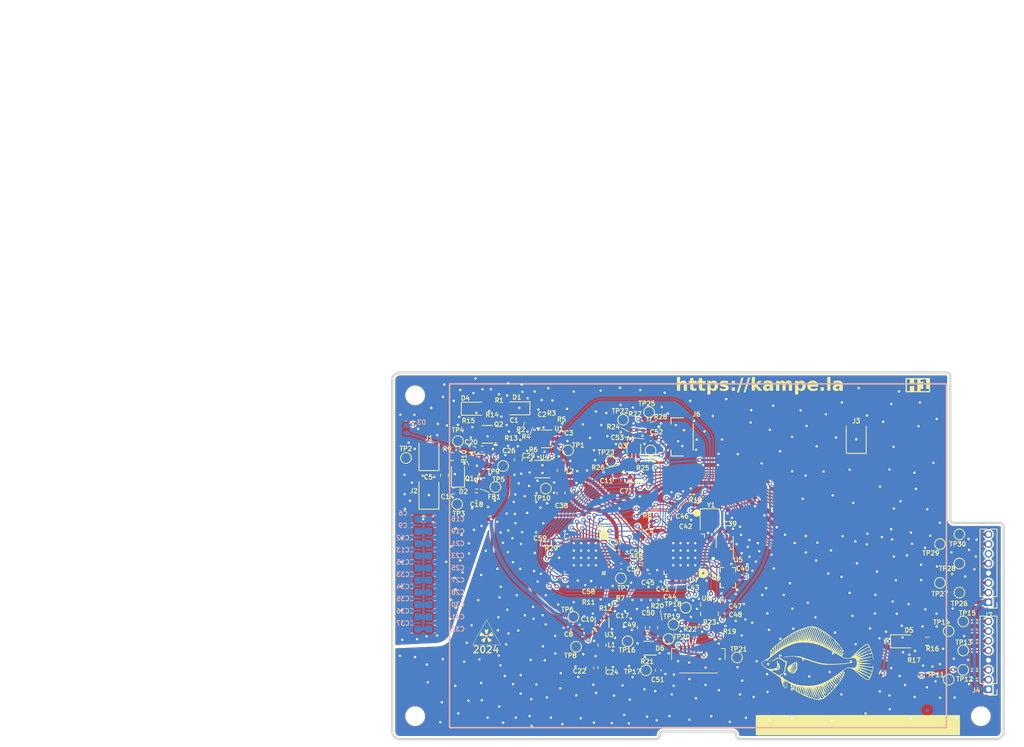
<source format=kicad_pcb>
(kicad_pcb (version 20241229) (generator "pcbnew") (generator_version "9.0")
  (layers (0 "F.Cu" signal) (2 "B.Cu" signal) (13 "F.Paste" user) (15 "B.Paste" user) (5 "F.SilkS" user "F.Silkscreen") (7 "B.SilkS" user "B.Silkscreen") (1 "F.Mask" user) (3 "B.Mask" user) (25 "Edge.Cuts" user))
  (net 0 "")
  (net 1 "GND")
  (net 2 "+1V8")
  (net 3 "Net-(D2-K)")
  (net 4 "Net-(U1--)")
  (net 5 "Net-(D1-K)")
  (net 6 "/MCU SEC/V_CHK")
  (net 7 "Net-(J1-Pin_1)")
  (net 8 "HV")
  (net 9 "+5V")
  (net 10 "+3V0")
  (net 11 "Net-(U3-BST)")
  (net 12 "Net-(Q1-S)")
  (net 13 "Net-(Q1-G)")
  (net 14 "Net-(U7-CAP)")
  (net 15 "/MCU SEC/P_GOOD")
  (net 16 "Net-(C49-Pad2)")
  (net 17 "Net-(C51-Pad1)")
  (net 18 "Net-(U9-CAP)")
  (net 19 "Net-(D1-A)")
  (net 20 "/Power/OUT_DT")
  (net 21 "Net-(D3-K)")
  (net 22 "Net-(D4-A)")
  (net 23 "Net-(D6-Pad1)")
  (net 24 "/MCU SEC/P_IN")
  (net 25 "/MCU SEC/SWDCK")
  (net 26 "/MCU SEC/SWDIO")
  (net 27 "/MCU SEC/RX")
  (net 28 "/MCU SEC/TX")
  (net 29 "/Display/H_EXTIN")
  (net 30 "/MCU UI/P_GOOD")
  (net 31 "/MCU UI/SWDCK")
  (net 32 "/MCU UI/RX")
  (net 33 "/MCU UI/TX")
  (net 34 "/MCU UI/SWDIO")
  (net 36 "Net-(U4-SW)")
  (net 37 "Net-(Q2A-B1)")
  (net 38 "Net-(Q2B-B2)")
  (net 39 "Net-(U3-FB)")
  (net 40 "/MCU SEC/DATA")
  (net 41 "/MCU SEC/R_SCK")
  (net 42 "/MCU SEC/R_MISO")
  (net 45 "/Display/H_CS")
  (net 46 "/Display/H_SCK")
  (net 47 "/Display/H_SDI")
  (net 48 "/Display/T_INT")
  (net 49 "/Display/T_SCL")
  (net 50 "/Display/T_SDA")
  (net 51 "/MCU SEC/RAM_CS")
  (net 52 "Net-(U3-SW)")
  (net 53 "/Display/SCL")
  (net 54 "/Display/SDA")
  (net 55 "/MCU SEC/R_MOSI")
  (net 56 "Net-(U1-+)")
  (net 57 "/MCU SEC/E_MOSI")
  (net 59 "/MCU SEC/FLASH_CS")
  (net 61 "/MCU SEC/E_SCK")
  (net 62 "/MCU SEC/E_MISO")
  (net 63 "Net-(U7-HFXTAL_I)")
  (net 64 "Net-(U7-HFXTAL_O)")
  (net 65 "/MCU SEC/ZAYIN")
  (net 66 "/MCU SEC/DALET")
  (net 67 "/Display/CS")
  (net 68 "/Display/EXTIN")
  (net 69 "/MCU SEC/HE")
  (net 70 "/MCU SEC/YOD")
  (net 71 "/MCU SEC/ALEPH")
  (net 72 "/MCU SEC/TET")
  (net 73 "/MCU SEC/VAV")
  (net 75 "/MCU SEC/HET")
  (net 76 "/MCU SEC/BET")
  (net 77 "/MCU SEC/GIMEL")
  (net 88 "/Display/INT")
  (net 92 "Net-(D5-A)")
  (footprint "Capacitor_SMD:C_0201_0603Metric" (layer "F.Cu") (at 123.860001 95.16 180)
    (property "Reference" "C56")
    (property "Value" "0.1")
  )
  (footprint "MyLib:PinHeader_1x08_P1.27mm_Vertical" (layer "F.Cu") (at 172.16 101.6 180)
    (property "Reference" "J7")
    (property "Value" "Conn_01x08")
  )
  (footprint "Capacitor_SMD:C_0402_1005Metric" (layer "F.Cu") (at 102.18 87.01 180)
    (property "Reference" "C14")
    (property "Value" "1x50")
  )
  (footprint "Resistor_SMD:R_0201_0603Metric" (layer "F.Cu") (at 136.755 105.1 180)
    (property "Reference" "R19")
    (property "Value" "100K")
  )
  (footprint "Capacitor_SMD:C_0603_1608Metric" (layer "F.Cu") (at 123.56 85.625 90)
    (property "Reference" "C11")
    (property "Value" "22x6.3")
  )
  (footprint "Capacitor_SMD:C_0402_1005Metric" (layer "F.Cu") (at 127.96 80.11 180)
    (property "Reference" "C53")
    (property "Value" "1x6.3")
  )
  (footprint "Capacitor_SMD:C_0402_1005Metric" (layer "F.Cu") (at 130.76 99.51 -90)
    (property "Reference" "C41")
    (property "Value" "1x6.3")
  )
  (footprint "TestPoint:TestPoint_Pad_D1.0mm" (layer "F.Cu") (at 168.35 100.33 180)
    (property "Reference" "TP26")
    (property "Value" "TestPoint")
  )
  (footprint "TestPoint:TestPoint_Pad_D1.0mm" (layer "F.Cu") (at 95.96 82.71)
    (property "Reference" "TP2")
    (property "Value" "TestPoint")
  )
  (footprint "Capacitor_SMD:C_0201_0603Metric" (layer "F.Cu") (at 123.860001 95.91 180)
    (property "Reference" "C55")
    (property "Value" "0.1")
  )
  (footprint "MountingHole:MountingHole_2.1mm" (layer "F.Cu") (at 97.16 74.51)
    (property "Reference" "H1" (hide yes))
    (property "Value" "MountingHole")
  )
  (footprint "TestPoint:TestPoint_Pad_D1.0mm" (layer "F.Cu") (at 168.858 107.91)
    (property "Reference" "TP13")
    (property "Value" "TestPoint")
  )
  (footprint "MyLib:TE_123287020" (layer "F.Cu") (at 134.21 108.61)
    (property "Reference" "J5" (hide yes))
    (property "Value" "FPC 10 TE1-2328702-0" (hide yes))
  )
  (footprint "TestPoint:TestPoint_Pad_D1.0mm" (layer "F.Cu") (at 165.81 99.06 180)
    (property "Reference" "TP27")
    (property "Value" "TestPoint")
  )
  (footprint "TestPoint:TestPoint_Pad_D1.0mm" (layer "F.Cu") (at 102.66 88.76)
    (property "Reference" "TP3")
    (property "Value" "TestPoint")
  )
  (footprint "Resistor_SMD:R_0201_0603Metric" (layer "F.Cu") (at 114.96 77.61)
    (property "Reference" "R3")
    (property "Value" "100K")
  )
  (footprint "TestPoint:TestPoint_Pad_D1.0mm" (layer "F.Cu") (at 166.953 105.37)
    (property "Reference" "TP14")
    (property "Value" "TestPoint")
  )
  (footprint "MyLib:TestPoint_Pad_2.4x3.5mm" (layer "F.Cu") (at 98.96 82.51)
    (property "Reference" "J1")
    (property "Value" "E_ANT")
  )
  (footprint "Resistor_SMD:R_0201_0603Metric" (layer "F.Cu") (at 134.375 104.2)
    (property "Reference" "R23")
    (property "Value" "100K")
  )
  (footprint "Resistor_SMD:R_0201_0603Metric" (layer "F.Cu") (at 108.16 76.21)
    (property "Reference" "R1")
    (property "Value" "10K")
  )
  (footprint "Resistor_SMD:R_0201_0603Metric" (layer "F.Cu") (at 163.36 108.31 90)
    (property "Reference" "R17")
    (property "Value" "10K")
  )
  (footprint "Resistor_SMD:R_0201_0603Metric" (layer "F.Cu") (at 112.96 78.41)
    (property "Reference" "R4")
    (property "Value" "100K")
  )
  (footprint "TestPoint:TestPoint_Pad_D1.0mm" (layer "F.Cu") (at 127.36 110.51)
    (property "Reference" "TP17")
    (property "Value" "TestPoint")
  )
  (footprint "MyLib:QFN-40_EP_5x5_Pitch0.4mm" (layer "F.Cu") (at 119.36 95.31 -90)
    (property "Reference" "U9")
    (property "Value" "EFM32PG23B200F512IM40")
  )
  (footprint "Resistor_SMD:R_0201_0603Metric" (layer "F.Cu") (at 133.76 89.19 90)
    (property "Reference" "R18")
    (property "Value" "10K")
  )
  (footprint "TestPoint:TestPoint_Pad_D1.0mm" (layer "F.Cu") (at 102.76 80.51)
    (property "Reference" "TP4")
    (property "Value" "TestPoint")
  )
  (footprint "Resistor_SMD:R_0201_0603Metric" (layer "F.Cu") (at 126.16 79.36 90)
    (property "Reference" "R27")
    (property "Value" "10K")
  )
  (footprint "Inductor_SMD:L_0603_1608Metric" (layer "F.Cu") (at 116.26 84.3275 -90)
    (property "Reference" "L2")
    (property "Value" "4.7uH")
  )
  (footprint "Capacitor_SMD:C_0201_0603Metric" (layer "F.Cu") (at 137.66 102.01)
    (property "Reference" "C47")
    (property "Value" "0.1")
  )
  (footprint "Package_DFN_QFN:Texas_R-PUQFN-N12" (layer "F.Cu") (at 135.66 102.51 -90)
    (property "Reference" "U8")
    (property "Value" "TXU0104PW")
  )
  (footprint "TestPoint:TestPoint_Pad_D1.0mm" (layer "F.Cu") (at 108.66 83.76)
    (property "Reference" "TP9")
    (property "Value" "TestPoint")
  )
  (footprint "TestPoint:TestPoint_Pad_D1.0mm" (layer "F.Cu") (at 127.96 81.72)
    (property "Reference" "TP24")
    (property "Value" "TestPoint")
  )
  (footprint "MyLib:SON-8-1EP_3x2mm_P0.5mm_EP1.4x1.6mm" (layer "F.Cu") (at 137.660001 94.46 90)
    (property "Reference" "U5")
    (property "Value" "APS6404L-SQN")
  )
  (footprint "Resistor_SMD:R_0201_0603Metric" (layer "F.Cu") (at 121.01 102.09 -90)
    (property "Reference" "R12")
    (property "Value" "10K")
  )
  (footprint "Capacitor_SMD:C_0603_1608Metric" (layer "F.Cu") (at 120.01 110.21 -90)
    (property "Reference" "C22")
    (property "Value" "22x6.3")
  )
  (footprint "TestPoint:TestPoint_Pad_D1.0mm" (layer "F.Cu") (at 168.35 96.52 180)
    (property "Reference" "TP28")
    (property "Value" "TestPoint")
  )
  (footprint "Capacitor_SMD:C_0201_0603Metric" (layer "F.Cu") (at 133.71 91.36 -90)
    (property "Reference" "C42")
    (property "Value" "0.1")
  )
  (footprint "Resistor_SMD:R_0603_1608Metric" (layer "F.Cu") (at 164.16 106.71 180)
    (property "Reference" "R16")
    (property "Value" "2.2")
  )
  (footprint "Capacitor_SMD:C_0201_0603Metric" (layer "F.Cu") (at 113.515001 93.91)
    (property "Reference" "C59")
    (property "Value" "0.1")
  )
  (footprint "TestPoint:TestPoint_Pad_D1.0mm" (layer "F.Cu") (at 124.36 77.7)
    (property "Reference" "TP22")
    (property "Value" "TestPoint")
  )
  (footprint "TestPoint:TestPoint_Pad_D1.0mm" (layer "F.Cu") (at 114.26 86.715)
    (property "Reference" "TP10")
    (property "Value" "TestPoint")
  )
  (footprint "TestPoint:TestPoint_Pad_D1.0mm" (layer "F.Cu") (at 139.27 108.82)
    (property "Reference" "TP21")
    (property "Value" "TestPoint")
  )
  (footprint "Resistor_SMD:R_0603_1608Metric" (layer "F.Cu") (at 101.935 82.51)
    (property "Reference" "R9")
    (property "Value" "2.2")
  )
  (footprint "Resistor_SMD:R_0201_0603Metric" (layer "F.Cu") (at 126.08 83.36 180)
    (property "Reference" "R25")
    (property "Value" "10K")
  )
  (footprint "TestPoint:TestPoint_Pad_D1.0mm" (layer "F.Cu") (at 117.16 81.71)
    (property "Reference" "TP1")
    (property "Value" "TestPoint")
  )
  (footprint "Capacitor_SMD:C_0201_0603Metric" (layer "F.Cu") (at 123.21 103.81 -90)
    (property "Reference" "C17")
    (property "Value" "0.1")
  )
  (footprint "Resistor_SMD:R_0201_0603Metric" (layer "F.Cu") (at 124.305 101.71 180)
    (property "Reference" "R7")
    (property "Value" "1M")
  )
  (footprint "TestPoint:TestPoint_Pad_D1.0mm" (layer "F.Cu") (at 127.76 76.7)
    (property "Reference" "TP25")
    (property "Value" "TestPoint")
  )
  (footprint "MyLib:TestPoint_Pad_2.4x3.5mm" (layer "F.Cu") (at 98.96 87.56)
    (property "Reference" "J2")
    (property "Value" "E_ANT")
  )
  (footprint "MyLib:Crystal_SMD_2016-4Pin_2.0x1.6mm" (layer "F.Cu") (at 135.6 90.71 -90)
    (property "Reference" "Y1")
    (property "Value" "39MHz")
  )
  (footprint "Resistor_SMD:R_0201_0603Metric" (layer "F.Cu") (at 108.66 80.08 -90)
    (property "Reference" "R13")
    (property "Value" "100K")
  )
  (footprint "Inductor_SMD:L_0603_1608Metric" (layer "F.Cu") (at 105.16 86.26 180)
    (property "Reference" "FB1")
    (property "Value" "BLM18KG102SN1D")
  )
  (footprint "Resistor_SMD:R_0201_0603Metric" (layer "F.Cu") (at 114.96 78.41)
    (property "Reference" "R5")
    (property "Value" "52.3K")
  )
  (footprint "TestPoint:TestPoint_Pad_D1.0mm" (layer "F.Cu") (at 132.56 102.31)
    (property "Reference" "TP18")
    (property "Value" "TestPoint")
  )
  (footprint "Capacitor_SMD:C_0201_0603Metric" (layer "F.Cu") (at 127.73 91.7)
    (property "Reference" "C4")
    (property "Value" "0.1")
  )
  (footprint "Resistor_SMD:R_0201_0603Metric" (layer "F.Cu") (at 111.76 78.01 90)
    (property "Reference" "R2")
    (property "Value" "52.3K")
  )
  (footprint "Resistor_SMD:R_0201_0603Metric" (layer "F.Cu") (at 119.865 102.41 180)
    (property "Reference" "R11")
    (property "Value" "52.3K")
  )
  (footprint "Diode_SMD:D_SOD-323F" (layer "F.Cu") (at 160.96 106.71)
    (property "Reference" "D5")
    (property "Value" "BAT54WS")
  )
  (footprint "Capacitor_SMD:C_0201_0603Metric" (layer "F.Cu") (at 127.36 79.11 180)
    (property "Reference" "C52")
    (property "Value" "0.1")
  )
  (footprint "Diode_SMD:D_SOD-323F" (layer "F.Cu") (at 104.81 76.26)
    (property "Reference" "D4")
    (property "Value" "D3Z13BF-7")
  )
  (footprint "Fiducial:Fiducial_0.5mm_Mask1.5mm" (layer "F.Cu") (at 96.16 112.71)
    (property "Reference" "FID1" (hide yes))
    (property "Value" "Fiducial")
  )
  (footprint "Diode_SMD:D_SOD-323F" (layer "F.Cu") (at 110.56 76.21 180)
    (property "Reference" "D1")
    (property "Value" "BAT54WS")
  )
  (footprint "TestPoint:TestPoint_Pad_D1.0mm" (layer "F.Cu") (at 166.953 111.72)
    (property "Reference" "TP11")
    (property "Value" "TestPoint")
  )
  (footprint "Capacitor_SMD:C_0402_1005Metric" (layer "F.Cu") (at 105.93 81.51)
    (property "Reference" "C20")
    (property "Value" "1x50")
  )
  (footprint "Resistor_SMD:R_0201_0603Metric" (layer "F.Cu") (at 106.98 77.76)
    (property "Reference" "R14")
    (property "Value" "46.4K")
  )
  (footprint "Fiducial:Fiducial_0.5mm_Mask1.5mm" (layer "F.Cu") (at 165.16 74.71)
    (property "Reference" "FID2" (hide yes))
    (property "Value" "Fiducial")
  )
  (footprint "Resistor_SMD:R_0201_0603Metric" (layer "F.Cu") (at 124.56 83.36)
    (property "Reference" "R26")
    (property "Value" "10K")
  )
  (footprint "MyLib:TestPoint_Pad_2.4x3.5mm" (layer "F.Cu") (at 154.86 80.26)
    (property "Reference" "J3")
    (property "Value" "E_ANT")
  )
  (footprint "Package_TO_SOT_SMD:SOT-353_SC-70-5" (layer "F.Cu") (at 114.36 80.21)
    (property "Reference" "U1")
    (property "Value" "LMV7271")
  )
  (footprint "Resistor_SMD:R_0201_0603Metric" (layer "F.Cu") (at 127.73 90.95)
    (property "Reference" "R8")
    (property "Value" "150K")
  )
  (footprint "TestPoint:TestPoint_Pad_D1.0mm" (layer "F.Cu") (at 165.81 93.98 180)
    (property "Reference" "TP29")
    (property "Value" "TestPoint")
  )
  (footprint "Resistor_SMD:R_0201_0603Metric" (layer "F.Cu") (at 128.76 109.11 180)
    (property "Reference" "R21")
    (property "Value" "1M")
  )
  (footprint "Capacitor_SMD:C_0402_1005Metric" (layer "F.Cu") (at 124.110001 96.91)
    (property "Reference" "C54")
    (property "Value" "1x6.3")
  )
  (footprint "TestPoint:TestPoint_Pad_D1.0mm" (layer "F.Cu") (at 168.35 92.71 180)
    (property "Reference" "TP30")
    (property "Value" "TestPoint")
  )
  (footprint "Resistor_SMD:R_0201_0603Metric" (layer "F.Cu") (at 129.53 104.69 -90)
    (property "Reference" "R20")
    (property "Value" "100K")
  )
  (footprint "MyLib:WLCSP 12-ball 3 x 2 x 3 Array" (layer "F.Cu") (at 138.07 98.36 180)
    (property "Reference" "U6")
    (property "Value" "AT25XE321D-UUN-T")
  )
  (footprint "Capacitor_SMD:C_0603_1608Metric" (layer "F.Cu") (at 105.16 87.76 180)
    (property "Reference" "C18")
    (property "Value" "10x25")
  )
  (footprint "Resistor_SMD:R_0201_0603Metric" (layer "F.Cu") (at 105.565 77.76)
    (property "Reference" "R15")
    (property "Value" "10K")
  )
  (footprint "MyLib:QFN-40_EP_5x5_Pitch0.4mm" (layer "F.Cu") (at 132.36 95.31 180)
    (property "Reference" "U7")
    (property "Value" "EFM32PG23B200F512IM40")
  )
  (footprint "MyLib:PinHeader_1x08_P1.27mm_Vertical" (layer "F.Cu") (at 172.16 112.99 180)
    (property "Reference" "J4")
    (property "Value" "Conn_01x08")
  )
  (footprint "Capacitor_SMD:C_0201_0603Metric" (layer "F.Cu") (at 137.66 91.96 180)
    (property "Reference" "C39")
    (property "Value" "0.1")
  )
  (footprint "Capacitor_SMD:C_0201_0603Metric" (layer "F.Cu") (at 116.36 79.89 -90)
    (property "Reference" "C3")
    (property "Value" "0.1")
  )
  (footprint "Capacitor_SMD:C_0201_0603Metric" (layer "F.Cu") (at 139.71 98.01 -90)
    (property "Reference" "C40")
    (property "Value" "0.1")
  )
  (footprint "Capacitor_SMD:C_0201_0603Metric" (layer "F.Cu") (at 131.61 99.335 90)
    (property "Reference" "C44")
    (property "Value" "0.1")
  )
  (footprint "Package_TO_SOT_SMD:SOT-363_SC-70-6" (layer "F.Cu") (at 106.61 79.61 180)
    (property "Reference" "Q2")
    (property "Value" "BC846BS")
  )
  (footprint "TestPoint:TestPoint_Pad_D1.0mm" (layer "F.Cu") (at 130.96 104.51)
    (property "Reference" "TP19")
    (property "Value" "TestPoint")
  )
  (footprint "Resistor_SMD:R_0201_0603Metric" (layer "F.Cu") (at 112.36 80.555 -90)
    (property "Reference" "R6")
    (property "Value" "46.4K")
  )
  (footprint "Capacitor_SMD:C_0603_1608Metric" (layer "F.Cu") (at 110.66 82.935 90)
    (property "Reference" "C26")
    (property "Value" "10x25")
  )
  (footprint "Capacitor_SMD:C_0201_0603Metric" (layer "F.Cu") (at 133.44 90.31)
    (property "Reference" "C46")
    (property "Value" "0.1")
  )
  (footprint "TestPoint:TestPoint_Pad_D1.0mm" (layer "F.Cu") (at 107.66 86.51)
    (property "Reference" "TP5")
    (property "Value" "TestPoint")
  )
  (footprint "Capacitor_SMD:C_0603_1608Metric" (layer "F.Cu") (at 126.76 104.91 -90)
    (property "Reference" "C49")
    (property "Value" "22x6.3")
  )
  (footprint "Capacitor_SMD:C_0201_0603Metric" (layer "F.Cu") (at 111.86 83.59 -90)
    (property "Reference" "C29")
    (property "Value" "0.1")
  )
  (footprint "Resistor_SMD:R_0201_0603Metric" (layer "F.Cu") (at 132.86 104.21 180)
    (property "Reference" "R22")
    (property "Value" "100K")
  )
  (footprint "Capacitor_SMD:C_0201_0603Metric" (layer "F.Cu") (at 132.4 99.31 90)
    (property "Reference" "C43")
    (property "Value" "0.1")
  )
  (footprint "Capacitor_SMD:C_0603_1608Metric" (layer "F.Cu") (at 119.035 105.61 180)
    (property "Reference" "C8")
    (property "Value" "10x25")
  )
  (footprint "Resistor_SMD:R_0201_0603Metric" (layer "F.Cu") (at 127.36 78.31)
    (property "Reference" "R28")
    (property "Value" "10K")
  )
  (footprint "TestPoint:TestPoint_Pad_D1.0mm" (layer "F.Cu") (at 124.07 98.46 -90)
    (property "Reference" "TP7")
    (property "Value" "TestPoint")
  )
  (footprint "Capacitor_SMD:C_0201_0603Metric" (layer "F.Cu") (at 119.81 104.41)
    (property "Reference" "C10")
    (property "Value" "0.1")
  )
  (footprint "MountingHole:MountingHole_2.1mm" (layer "F.Cu") (at 97.16 116.51)
    (property "Reference" "H3" (hide yes))
    (property "Value" "MountingHole")
  )
  (footprint "Capacitor_SMD:C_0201_0603Metric" (layer "F.Cu") (at 112.96 77.61 180)
    (property "Reference" "C2")
    (property "Value" "100p")
  )
  (footprint "TestPoint:TestPoint_Pad_D1.0mm" (layer "F.Cu") (at 118.21 107.41)
    (property "Reference" "TP8")
    (property "Value" "TestPoint")
  )
  (footprint "MyLib:HRS_FH34SRJ-6S-0.5SH(50)" (layer "F.Cu") (at 131.93 79.95 90)
    (property "Reference" "J6")
    (property "Value" "TOUCH")
  )
  (footprint "Capacitor_SMD:C_0603_1608Metric" (layer "F.Cu") (at 128.36 104.91 -90)
    (property "Reference" "C50")
    (property "Value" "22x6.3")
  )
  (footprint "TestPoint:TestPoint_Pad_D1.0mm" (layer "F.Cu") (at 117.86 103.51)
    (property "Reference" "TP6")
    (property "Value" "TestPoint")
  )
  (footprint "Resistor_SMD:R_0201_0603Metric" (layer "F.Cu") (at 125.36 79.36 90)
    (property "Reference" "R24")
    (property "Value" "10K")
  )
  (footprint "Package_SON:WSON-8-1EP_2x2mm_P0.5mm_EP0.9x1.6mm_ThermalVias" (layer "F.Cu") (at 113.81 84.165)
    (property "Reference" "U4")
    (property "Value" "TPS62171DSG")
  )
  (footprint "TestPoint:TestPoint_Pad_D1.0mm" (layer "F.Cu") (at 168.858 104.1)
    (property "Reference" "TP15")
    (property "Value" "TestPoint")
  )
  (footprint "Capacitor_SMD:C_0402_1005Metric" (layer "F.Cu") (at 128.96 110.51 -90)
    (property "Reference" "C51")
    (property "Value" "1x6.3")
  )
  (footprint "Capacitor_SMD:C_0201_0603Metric" (layer "F.Cu") (at 125.24 86.425)
    (property "Reference" "C7")
    (property "Value" "0.1")
  )
  (footprint "Capacitor_SMD:C_0603_1608Metric" (layer "F.Cu") (at 121.61 110.185 90)
    (property "Reference" "C24")
    (property "Value" "22x6.3")
  )
  (footprint "MountingHole:MountingHole_2.1mm" (layer "F.Cu") (at 171.16 116.51)
    (property "Reference" "H2" (hide yes))
    (property "Value" "MountingHole")
  )
  (footprint "Package_TO_SOT_SMD:SOT-23" (layer "F.Cu") (at 105.66 83.76)
    (property "Reference" "Q1")
    (property "Value" "NTR5105PT1G")
  )
  (footprint "Capacitor_SMD:C_0402_1005Metric" (layer "F.Cu") (at 121.110001 99.66 -90)
    (property "Reference" "C58")
    (property "Value" "1x6.3")
  )
  (footprint "TestPoint:TestPoint_Pad_D1.0mm" (layer "F.Cu") (at 130.3 106.4)
    (property "Reference" "TP20")
    (property "Value" "TestPoint")
  )
  (footprint "Capacitor_SMD:C_0201_0603Metric" (layer "F.Cu") (at 123.860001 94.41 180)
    (property "Reference" "C57")
    (property "Value" "0.1")
  )
  (footprint "Capacitor_SMD:C_0201_0603Metric" (layer "F.Cu") (at 110.96 78.01 90)
    (property "Reference" "C1")
    (property "Value" "100p")
  )
  (footprint "MyLib:SOT-523" (layer "F.Cu") (at 127.715 107.61 180)
    (property "Reference" "D6")
    (property "Value" "BAT54AW")
  )
  (footprint "Capacitor_SMD:C_0603_1608Metric" (layer "F.Cu") (at 116.26 87.315 -90)
    (property "Reference" "C38")
    (property "Value" "22x6.3")
  )
  (footprint "Diode_SMD:D_SOD-323F" (layer "F.Cu") (at 102.76 84.91 90)
    (property "Reference" "D2")
    (property "Value" "BAS70WS")
  )
  (footprint "Inductor_SMD:L_0603_1608Metric" (layer "F.Cu") (at 121.61 107.21 -90)
    (property "Reference" "L1")
    (property "Value" "4.7uH")
  )
  (footprint "Package_TO_SOT_SMD:SOT-563" (layer "F.Cu") (at 125.76 81.56 90)
    (property "Reference" "Q3")
    (property "Value" "SSM6N35AFE")
  )
  (footprint "Package_DFN_QFN:OnSemi_XDFN4-1EP_1.0x1.0mm_EP0.52x0.52mm" (layer "F.Cu") (at 125.275 85.225)
    (property "Reference" "U2")
    (property "Value" "NCP170AMX180TBG")
  )
  (footprint "TestPoint:TestPoint_Pad_D1.0mm" (layer "F.Cu") (at 122.76 83.1)
    (property "Reference" "TP23")
    (property "Value" "TestPoint")
  )
  (footprint "Resistor_SMD:R_0201_0603Metric" (layer "F.Cu") (at 104.41 83.76 90)
    (property "Reference" "R10")
    (property "Value" "100K")
  )
  (footprint "Package_TO_SOT_SMD:SOT-563" (layer "F.Cu") (at 121.61 104.26 90)
    (property "Reference" "U3")
    (property "Value" "AP62250Z6")
  )
  (footprint "Capacitor_SMD:C_0603_1608Metric" (layer "F.Cu") (at 101 84.99 -90)
    (property "Reference" "C5")
    (property "Value" "15p")
  )
  (footprint "LOGO" (layer "F.Cu") (at 149.837263 109.518586)
    (property "Reference" "G***" (hide yes))
    (property "Value" "LOGO" (hide yes))
  )
  (footprint "Capacitor_SMD:C_0201_0603Metric" (layer "F.Cu") (at 137.66 103.26)
    (property "Reference" "C48")
    (property "Value" "0.1")
  )
  (footprint "Capacitor_SMD:C_0402_1005Metric" (layer "F.Cu") (at 127.84 98.23 180)
    (property "Reference" "C45")
    (property "Value" "1x6.3")
  )
  (footprint "TestPoint:TestPoint_Pad_D1.0mm" (layer "F.Cu") (at 124.96 106.71)
    (property "Reference" "TP16")
    (property "Value" "TestPoint")
  )
  (footprint "TestPoint:TestPoint_Pad_D1.0mm" (layer "F.Cu") (at 168.858 110.45)
    (property "Reference" "TP12")
    (property "Value" "TestPoint")
  )
  (footprint "Resistor_SMD:R_0201_0603Metric" (layer "F.Cu") (at 115.015001 93.91)
    (property "Reference" "R29")
    (property "Value" "10K")
  )
  (footprint "Capacitor_SMD:C_0603_1608Metric" (layer "B.Cu") (at 96.735 100.31 180)
    (property "Reference" "C34")
    (property "Value" "22x16")
  )
  (footprint "Capacitor_SMD:C_0603_1608Metric" (layer "B.Cu") (at 99.735 95.51)
    (property "Reference" "C23")
    (property "Value" "22x16")
  )
  (footprint "Capacitor_SMD:C_0603_1608Metric" (layer "B.Cu") (at 99.735 90.71)
    (property "Reference" "C16")
    (property "Value" "22x16")
  )
  (footprint "Capacitor_SMD:C_0603_1608Metric" (layer "B.Cu") (at 99.735 93.91)
    (property "Reference" "C21")
    (property "Value" "22x16")
  )
  (footprint "Capacitor_SMD:C_0603_1608Metric" (layer "B.Cu") (at 96.735 95.51 180)
    (property "Reference" "C13")
    (property "Value" "22x16")
  )
  (footprint "Fiducial:Fiducial_0.5mm_Mask1.5mm" (layer "B.Cu") (at 164.16 115.71 180)
    (property "Reference" "FID4" (hide yes))
    (property "Value" "Fiducial")
  )
  (footprint "Capacitor_SMD:C_0603_1608Metric" (layer "B.Cu") (at 96.735 90.71 180)
    (property "Reference" "C6")
    (property "Value" "22x16")
  )
  (footprint "Capacitor_SMD:C_0603_1608Metric" (layer "B.Cu") (at 96.735 105.11 180)
    (property "Reference" "C37")
    (property "Value" "22x16")
  )
  (footprint "Capacitor_SMD:C_0603_1608Metric" (layer "B.Cu") (at 96.735 103.51 180)
    (property "Reference" "C36")
    (property "Value" "22x16")
  )
  (footprint "Capacitor_SMD:C_0603_1608Metric" (layer "B.Cu") (at 99.735 97.11)
    (property "Reference" "C25")
    (property "Value" "22x16")
  )
  (footprint "LED_SMD:LED_0402_1005Metric" (layer "B.Cu") (at 95.96 78.96 -90)
    (property "Reference" "D3")
    (property "Value" "RED")
  )
  (footprint "Capacitor_SMD:C_0603_1608Metric" (layer "B.Cu") (at 96.735 101.91 180)
    (property "Reference" "C35")
    (property "Value" "22x16")
  )
  (footprint "Capacitor_SMD:C_0603_1608Metric" (layer "B.Cu") (at 99.735 101.91)
    (property "Reference" "C30")
    (property "Value" "22x16")
  )
  (footprint "Capacitor_SMD:C_0603_1608Metric" (layer "B.Cu") (at 99.735 103.51)
    (property "Reference" "C31")
    (property "Value" "22x16")
  )
  (footprint "Capacitor_SMD:C_0603_1608Metric" (layer "B.Cu") (at 99.735 105.11)
    (property "Reference" "C32")
    (property "Value" "22x16")
  )
  (footprint "Capacitor_SMD:C_0603_1608Metric" (layer "B.Cu") (at 96.735 93.91 180)
    (property "Reference" "C12")
    (property "Value" "22x16")
  )
  (footprint "Capacitor_SMD:C_0603_1608Metric" (layer "B.Cu") (at 96.735 92.31 180)
    (property "Reference" "C9")
    (property "Value" "22x16")
  )
  (footprint "Capacitor_SMD:C_0603_1608Metric" (layer "B.Cu") (at 99.735 100.31)
    (property "Reference" "C28")
    (property "Value" "22x16")
  )
  (footprint "Capacitor_SMD:C_0603_1608Metric" (layer "B.Cu") (at 99.735 92.31)
    (property "Reference" "C19")
    (property "Value" "22x16")
  )
  (footprint "Capacitor_SMD:C_0603_1608Metric" (layer "B.Cu") (at 96.735 98.71 180)
    (property "Reference" "C33")
    (property "Value" "22x16")
  )
  (footprint "Capacitor_SMD:C_0603_1608Metric" (layer "B.Cu") (at 99.735 98.71)
    (property "Reference" "C27")
    (property "Value" "22x16")
  )
  (footprint "Capacitor_SMD:C_0603_1608Metric" (layer "B.Cu") (at 96.735 97.11 180)
    (property "Reference" "C15")
    (property "Value" "22x16")
  )
  (gr_poly (pts (xy 106.479093 105.866623) (xy 106.500942 105.868331) (xy 106.522626 105.871568) (xy 106.543772 105.876289) (xy 106.564008 105.882446) (xy 106.573669 105.886049) (xy 106.582963 105.889994) (xy 106.591844 105.894274) (xy 106.600264 105.898885) (xy 106.608179 105.903819) (xy 106.61554 105.909073) (xy 106.622302 105.914638) (xy 106.628418 105.920511) (xy 106.633841 105.926685) (xy 106.638526 105.933154) (xy 106.643489 105.941913) (xy 106.647802 105.950969) (xy 106.651479 105.960291) (xy 106.654532 105.969844) (xy 106.656971 105.979596) (xy 106.658811 105.989515) (xy 106.660063 105.999566) (xy 106.66074 106.009718) (xy 106.660853 106.019936) (xy 106.660415 106.030189) (xy 106.659438 106.040443) (xy 106.657935 106.050666) (xy 106.655918 106.060824) (xy 106.653399 106.070884) (xy 106.65039 106.080814) (xy 106.646904 106.090581) (xy 106.642953 106.100151) (xy 106.638549 106.109492) (xy 106.633704 106.11857) (xy 106.628431 106.127354) (xy 106.622743 106.135809) (xy 106.61665 106.143903) (xy 106.610166 106.151603) (xy 106.603303 106.158876) (xy 106.596073 106.165689) (xy 106.588488 106.17201) (xy 106.580561 106.177804) (xy 106.572304 106.18304) (xy 106.563729 106.187684) (xy 106.554849 106.191704) (xy 106.545675 106.195066) (xy 106.53622 106.197737) (xy 106.521086 106.200942) (xy 106.506138 106.202664) (xy 106.49142 106.202972) (xy 106.476971 106.201933) (xy 106.462836 106.199615) (xy 106.449055 106.196086) (xy 106.435671 106.191414) (xy 106.422725 106.185666) (xy 106.41026 106.17891) (xy 106.398317 106.171214) (xy 106.386939 106.162647) (xy 106.376168 106.153275) (xy 106.366045 106.143167) (xy 106.356613 106.13239) (xy 106.347913 106.121012) (xy 106.339987 106.109102) (xy 106.332879 106.096726) (xy 106.326628 106.083953) (xy 106.321278 106.070851) (xy 106.316871 106.057487) (xy 106.313448 106.04393) (xy 106.311051 106.030246) (xy 106.309723 106.016504) (xy 106.309505 106.002772) (xy 106.31044 105.989118) (xy 106.312569 105.975609) (xy 106.315934 105.962312) (xy 106.320578 105.949297) (xy 106.326542 105.936631) (xy 106.333868 105.924382) (xy 106.342599 105.912617) (xy 106.352776 105.901404) (xy 106.358742 105.896018) (xy 106.365364 105.891102) (xy 106.372596 105.88665) (xy 106.380392 105.882655) (xy 106.388704 105.879113) (xy 106.397486 105.876018) (xy 106.406692 105.873362) (xy 106.416276 105.871142) (xy 106.42619 105.86935) (xy 106.436388 105.867982) (xy 106.457451 105.866491)) (fill yes) (layer "F.SilkS"))
  (gr_line (start 128.75 77.76) (end 127.93 78.08) (stroke (width 0.1)) (layer "F.SilkS"))
  (gr_line (start 112.23 79.63) (end 112.515637 78.692012) (stroke (width 0.1)) (layer "F.SilkS"))
  (gr_poly (pts (xy 106.553618 105.157318) (xy 106.620611 105.160791) (xy 106.649651 105.163395) (xy 106.674623 105.166579) (xy 106.694707 105.170341) (xy 106.709081 105.174682) (xy 106.717056 105.177778) (xy 106.723764 105.181923) (xy 106.729181 105.18734) (xy 106.73328 105.19425) (xy 106.736035 105.202875) (xy 106.737421 105.213439) (xy 106.737411 105.226162) (xy 106.73598 105.241268) (xy 106.733103 105.258979) (xy 106.728753 105.279516) (xy 106.722904 105.303102) (xy 106.71553 105.329959) (xy 106.696107 105.394375) (xy 106.670276 105.474543) (xy 106.655154 105.51953) (xy 106.641413 105.559444) (xy 106.62886 105.594582) (xy 106.617304 105.625245) (xy 106.61184 105.638992) (xy 106.606554 105.651733) (xy 106.601422 105.663504) (xy 106.59642 105.674344) (xy 106.591523 105.684291) (xy 106.586709 105.69338) (xy 106.581953 105.701651) (xy 106.577231 105.70914) (xy 106.572519 105.715885) (xy 106.567794 105.721923) (xy 106.563031 105.727292) (xy 106.558207 105.732029) (xy 106.553297 105.736172) (xy 106.548279 105.739758) (xy 106.543127 105.742825) (xy 106.537819 105.74541) (xy 106.532329 105.74755) (xy 106.526635 105.749284) (xy 106.520712 105.750648) (xy 106.514537 105.75168) (xy 106.508085 105.752417) (xy 106.501332 105.752898) (xy 106.486831 105.753237) (xy 106.471749 105.752897) (xy 106.45812 105.751673) (xy 106.445741 105.749261) (xy 106.434411 105.745355) (xy 106.423928 105.73965) (xy 106.414091 105.731843) (xy 106.404699 105.721627) (xy 106.39555 105.708699) (xy 106.386442 105.692752) (xy 106.377174 105.673483) (xy 106.367544 105.650586) (xy 106.357351 105.623757) (xy 106.334468 105.55708) (xy 106.306915 105.471015) (xy 106.296166 105.437572) (xy 106.286409 105.406047) (xy 106.277645 105.376455) (xy 106.269873 105.34881) (xy 106.263093 105.32313) (xy 106.257305 105.299428) (xy 106.25251 105.277722) (xy 106.248706 105.258025) (xy 106.245895 105.240355) (xy 106.244076 105.224725) (xy 106.243249 105.211152) (xy 106.243208 105.205142) (xy 106.243415 105.199652) (xy 106.243869 105.194683) (xy 106.244572 105.190239) (xy 106.245523 105.18632) (xy 106.246722 105.182929) (xy 106.248169 105.180068) (xy 106.249864 105.177738) (xy 106.251807 105.175942) (xy 106.253998 105.174682) (xy 106.267752 105.170341) (xy 106.287298 105.166579) (xy 106.311816 105.163395) (xy 106.340483 105.160791) (xy 106.406981 105.157318) (xy 106.480217 105.156161)) (fill yes) (layer "F.SilkS"))
  (gr_circle (center 136.15 95.87) (end 136.32 95.94) (stroke (width 0.1)) (fill yes) (layer "F.SilkS"))
  (gr_poly (pts (xy 106.284822 106.213891) (xy 106.29033 106.214472) (xy 106.295683 106.215453) (xy 106.300906 106.216823) (xy 106.306027 106.21857) (xy 106.311069 106.220683) (xy 106.31606 106.22315) (xy 106.321026 106.225959) (xy 106.334664 106.23516) (xy 106.346457 106.244501) (xy 106.35638 106.254368) (xy 106.364406 106.265151) (xy 106.37051 106.277235) (xy 106.374666 106.29101) (xy 106.376847 106.306861) (xy 106.377029 106.325178) (xy 106.375185 106.346347) (xy 106.37129 106.370757) (xy 106.365317 106.398794) (xy 106.35724 106.430846) (xy 106.347035 106.467301) (xy 106.334675 106.508547) (xy 106.303387 106.606959) (xy 106.287495 106.654899) (xy 106.272663 106.696952) (xy 106.258545 106.733269) (xy 106.251644 106.749324) (xy 106.244793 106.764001) (xy 106.237946 106.777318) (xy 106.231061 106.789295) (xy 106.224095 106.799951) (xy 106.217004 106.809304) (xy 106.209746 106.817372) (xy 106.202276 106.824175) (xy 106.194551 106.829732) (xy 106.186529 106.83406) (xy 106.178166 106.837179) (xy 106.169418 106.839108) (xy 106.160243 106.839865) (xy 106.150597 106.839469) (xy 106.140436 106.837939) (xy 106.129719 106.835293) (xy 106.1184 106.83155) (xy 106.106437 106.826729) (xy 106.093788 106.820849) (xy 106.080407 106.813928) (xy 106.051282 106.797039) (xy 106.018714 106.776213) (xy 105.982359 106.751598) (xy 105.9421 106.723288) (xy 105.907339 106.697593) (xy 105.878117 106.674068) (xy 105.865597 106.662981) (xy 105.854477 106.652269) (xy 105.844763 106.641878) (xy 105.836459 106.631752) (xy 105.829572 106.621835) (xy 105.824105 106.612072) (xy 105.820065 106.602407) (xy 105.817456 106.592785) (xy 105.816284 106.583149) (xy 105.816553 106.573446) (xy 105.81827 106.563618) (xy 105.821438 106.55361) (xy 105.826064 106.543368) (xy 105.832153 106.532835) (xy 105.839709 106.521955) (xy 105.848737 106.510674) (xy 105.859244 106.498936) (xy 105.871234 106.486684) (xy 105.884712 106.473864) (xy 105.899683 106.460421) (xy 105.934128 106.431439) (xy 105.974607 106.399294) (xy 106.021164 106.363543) (xy 106.055925 106.337813) (xy 106.087586 106.314802) (xy 106.116352 106.294415) (xy 106.142432 106.276561) (xy 106.166031 106.261146) (xy 106.187356 106.248077) (xy 106.19723 106.242393) (xy 106.206614 106.237261) (xy 106.215532 106.232669) (xy 106.224012 106.228605) (xy 106.232078 106.225058) (xy 106.239756 106.222016) (xy 106.247072 106.219468) (xy 106.254053 106.217402) (xy 106.260724 106.215805) (xy 106.26711 106.214668) (xy 106.273238 106.213977) (xy 106.279133 106.213722)) (fill yes) (layer "F.SilkS"))
  (gr_line (start 129.24 102.63) (end 129.44 103.95) (stroke (width 0.1)) (layer "F.SilkS"))
  (gr_poly (pts (xy 106.702858 106.215104) (xy 106.715269 106.217333) (xy 106.729023 106.221505) (xy 106.744359 106.227723) (xy 106.761514 106.236091) (xy 106.780725 106.246713) (xy 106.802231 106.25969) (xy 106.82627 106.275128) (xy 106.853078 106.293128) (xy 106.882893 106.313796) (xy 106.952498 106.363543) (xy 106.977242 106.381424) (xy 107.001129 106.399268) (xy 107.024044 106.416958) (xy 107.045874 106.434374) (xy 107.066505 106.451397) (xy 107.085823 106.467908) (xy 107.103715 106.483789) (xy 107.120067 106.498921) (xy 107.134766 106.513185) (xy 107.147697 106.526461) (xy 107.158747 106.538632) (xy 107.167803 106.549578) (xy 107.17475 106.55918) (xy 107.177397 106.56344) (xy 107.179475 106.56732) (xy 107.180968 106.570804) (xy 107.181864 106.573879) (xy 107.182147 106.576528) (xy 107.181803 106.578737) (xy 107.179059 106.585093) (xy 107.174852 106.592212) (xy 107.162408 106.608489) (xy 107.145178 106.62706) (xy 107.123871 106.647419) (xy 107.099194 106.669059) (xy 107.071857 106.691474) (xy 107.042566 106.714159) (xy 107.012029 106.736605) (xy 106.980955 106.758308) (xy 106.950052 106.778759) (xy 106.920027 106.797454) (xy 106.891589 106.813886) (xy 106.865445 106.827547) (xy 106.842303 106.837932) (xy 106.822872 106.844535) (xy 106.814769 106.846259) (xy 106.807859 106.846848) (xy 106.799958 106.846053) (xy 106.792108 106.843631) (xy 106.784279 106.839523) (xy 106.77644 106.833674) (xy 106.768559 106.826027) (xy 106.760606 106.816525) (xy 106.75255 106.80511) (xy 106.744359 106.791727) (xy 106.736003 106.776318) (xy 106.72745 106.758826) (xy 106.718671 106.739195) (xy 106.709632 106.717368) (xy 106.700305 106.693287) (xy 106.690657 106.666897) (xy 106.670276 106.606959) (xy 106.65411 106.555669) (xy 106.64 106.51) (xy 106.627937 106.469541) (xy 106.62267 106.451136) (xy 106.61791 106.433878) (xy 106.613657 106.417715) (xy 106.609909 106.402596) (xy 106.606665 106.38847) (xy 106.603923 106.375284) (xy 106.601683 106.362986) (xy 106.599942 106.351526) (xy 106.5987 106.340852) (xy 106.597956 106.330911) (xy 106.597708 106.321652) (xy 106.597954 106.313024) (xy 106.598694 106.304974) (xy 106.599927 106.297452) (xy 106.60165 106.290405) (xy 106.603863 106.283782) (xy 106.606564 106.277531) (xy 106.609752 106.2716) (xy 106.613426 106.265938) (xy 106.617585 106.260493) (xy 106.622226 106.255213) (xy 106.62735 106.250047) (xy 106.632954 106.244944) (xy 106.639037 106.23985) (xy 106.645599 106.234715) (xy 106.652637 106.229487) (xy 106.661895 106.223551) (xy 106.671309 106.219042) (xy 106.681116 106.216062) (xy 106.691552 106.214715)) (fill yes) (layer "F.SilkS"))
  (gr_line (start 125.19 95.25) (end 124.55 95.27) (stroke (width 0.1)) (layer "F.SilkS"))
  (gr_line (start 103.94 83.12) (end 104.15 83.64) (stroke (width 0.1)) (layer "F.SilkS"))
  (gr_poly (pts (xy 107.199413 105.509892) (xy 107.203278 105.511388) (xy 107.207481 105.514243) (xy 107.211996 105.518392) (xy 107.221851 105.530315) (xy 107.232625 105.546642) (xy 107.244103 105.566854) (xy 107.256066 105.590436) (xy 107.268298 105.61687) (xy 107.280581 105.64564) (xy 107.292699 105.676229) (xy 107.304435 105.70812) (xy 107.315571 105.740797) (xy 107.325891 105.773742) (xy 107.335177 105.80644) (xy 107.343213 105.838372) (xy 107.349781 105.869023) (xy 107.354664 105.897876) (xy 107.379359 106.038987) (xy 107.068914 106.028404) (xy 107.019456 106.026445) (xy 106.975366 106.024476) (xy 106.93631 106.022404) (xy 106.901951 106.020136) (xy 106.886428 106.018899) (xy 106.871954 106.017578) (xy 106.858486 106.016161) (xy 106.845982 106.014637) (xy 106.834401 106.012995) (xy 106.8237 106.011221) (xy 106.813838 106.009306) (xy 106.804772 106.007237) (xy 106.796461 106.005003) (xy 106.788862 106.002591) (xy 106.781933 105.999991) (xy 106.775633 105.997191) (xy 106.76992 105.994179) (xy 106.764751 105.990943) (xy 106.760085 105.987473) (xy 106.755879 105.983755) (xy 106.752092 105.979779) (xy 106.748682 105.975534) (xy 106.745606 105.971006) (xy 106.742822 105.966185) (xy 106.74029 105.96106) (xy 106.737966 105.955617) (xy 106.735808 105.949847) (xy 106.733776 105.943737) (xy 106.729834 105.932086) (xy 106.727375 105.920813) (xy 106.726559 105.909716) (xy 106.726818 105.90417) (xy 106.727547 105.898592) (xy 106.728767 105.892958) (xy 106.730499 105.887242) (xy 106.735574 105.875462) (xy 106.742934 105.863052) (xy 106.752738 105.84981) (xy 106.765146 105.835534) (xy 106.780319 105.820024) (xy 106.798417 105.803076) (xy 106.8196 105.784491) (xy 106.844028 105.764066) (xy 106.871862 105.741599) (xy 106.938387 105.689737) (xy 106.986494 105.653646) (xy 107.032203 105.619953) (xy 107.07444 105.589402) (xy 107.11213 105.562737) (xy 107.144197 105.540702) (xy 107.169566 105.524042) (xy 107.179404 105.517959) (xy 107.187164 105.5135) (xy 107.192712 105.510756) (xy 107.194615 105.510056) (xy 107.195914 105.50982)) (fill yes) (layer "F.SilkS"))
  (gr_line (start 124.48 79.96) (end 127.11 80.2) (stroke (width 0.1)) (layer "F.SilkS"))
  (gr_line (start 131.18 100.39) (end 131.38 99.37) (stroke (width 0.1)) (layer "F.SilkS"))
  (gr_line (start 125.18 95.79) (end 124.49 95.84) (stroke (width 0.1)) (layer "F.SilkS"))
  (gr_line (start 106.88 87.24) (end 105.65 86.75) (stroke (width 0.1)) (layer "F.SilkS"))
  (gr_line (start 111.35 78.49) (end 111.49 78.02) (stroke (width 0.1)) (layer "F.SilkS"))
  (gr_poly (pts (xy 107.43889 105.524814) (xy 108.356554 107.185515) (xy 108.209985 107.190696) (xy 107.811071 107.195216) (xy 106.500942 107.199626) (xy 105.774661 107.197145) (xy 105.188609 107.190366) (xy 104.965532 107.185673) (xy 104.798349 107.180278) (xy 104.694003 107.174305) (xy 104.667566 107.171139) (xy 104.661161 107.169519) (xy 104.659442 107.167876) (xy 104.678901 107.132598) (xy 104.729998 107.132598) (xy 104.763698 107.139027) (xy 104.865321 107.145) (xy 105.24373 107.155088) (xy 105.80801 107.161868) (xy 106.500942 107.164348) (xy 107.193599 107.163136) (xy 107.761241 107.159938) (xy 108.144997 107.155418) (xy 108.249521 107.152869) (xy 108.285998 107.150237) (xy 108.028029 106.679279) (xy 107.407581 105.562737) (xy 106.782283 104.442668) (xy 106.588034 104.098268) (xy 106.533244 104.003129) (xy 106.511526 103.968182) (xy 106.23465 104.44129) (xy 105.632668 105.504088) (xy 105.024733 106.590037) (xy 104.729998 107.132598) (xy 104.678901 107.132598) (xy 105.58372 105.492181) (xy 105.940467 104.854977) (xy 106.233713 104.334188) (xy 106.433032 103.984056) (xy 106.487961 103.889936) (xy 106.507998 103.85882)) (fill yes) (layer "F.SilkS"))
  (gr_line (start 124.11 78.75) (end 125.1 79.28) (stroke (width 0.1)) (layer "F.SilkS"))
  (gr_poly (pts (xy 105.773235 105.507229) (xy 105.778134 105.509979) (xy 105.794505 105.520569) (xy 105.818813 105.53736) (xy 105.850067 105.55965) (xy 105.929442 105.617914) (xy 106.024692 105.689737) (xy 106.061681 105.71689) (xy 106.09471 105.741599) (xy 106.123958 105.764066) (xy 106.149598 105.784491) (xy 106.171807 105.803076) (xy 106.181679 105.811742) (xy 106.19076 105.820024) (xy 106.19907 105.827946) (xy 106.206633 105.835534) (xy 106.21347 105.842814) (xy 106.219602 105.84981) (xy 106.225052 105.856548) (xy 106.229843 105.863052) (xy 106.233995 105.869348) (xy 106.23753 105.875462) (xy 106.240472 105.881418) (xy 106.242841 105.887242) (xy 106.24466 105.892958) (xy 106.24595 105.898592) (xy 106.246734 105.90417) (xy 106.247034 105.909716) (xy 106.246871 105.915255) (xy 106.246267 105.920813) (xy 106.245245 105.926415) (xy 106.243826 105.932086) (xy 106.242033 105.937852) (xy 106.239887 105.943737) (xy 106.235697 105.955617) (xy 106.23084 105.966185) (xy 106.224981 105.975534) (xy 106.217783 105.983755) (xy 106.208911 105.990943) (xy 106.198029 105.997191) (xy 106.184801 106.002591) (xy 106.16889 106.007237) (xy 106.149962 106.011221) (xy 106.12768 106.014637) (xy 106.101708 106.017578) (xy 106.071711 106.020136) (xy 105.998296 106.024476) (xy 105.904748 106.028404) (xy 105.594303 106.038987) (xy 105.618998 105.897876) (xy 105.621304 105.88223) (xy 105.624221 105.865809) (xy 105.627695 105.848747) (xy 105.631676 105.831179) (xy 105.64095 105.795061) (xy 105.65163 105.758529) (xy 105.663302 105.722658) (xy 105.675552 105.688524) (xy 105.687969 105.657202) (xy 105.700137 105.629765) (xy 105.711995 105.605215) (xy 105.723563 105.582195) (xy 105.734553 105.561242) (xy 105.739741 105.551708) (xy 105.744675 105.542893) (xy 105.74932 105.534864) (xy 105.753639 105.527687) (xy 105.757597 105.52143) (xy 105.761156 105.516159) (xy 105.764282 105.511943) (xy 105.766937 105.508849) (xy 105.768077 105.507743) (xy 105.769086 105.506943) (xy 105.769959 105.506457) (xy 105.770692 105.506293)) (fill yes) (layer "F.SilkS"))
  (gr_line (start 104.73 81.17) (end 105.12 81.36) (stroke (width 0.1)) (layer "F.SilkS"))
  (gr_rect (start 141.77 116.41) (end 168.38 118.96) (stroke (width 0.1)) (fill yes) (layer "F.SilkS"))
  (gr_line (start 122.13 84.06) (end 123.93 83.58) (stroke (width 0.1)) (layer "F.SilkS"))
  (gr_rect (start 101.66 73.01) (end 166.66 118.01) (stroke (width 0.2)) (fill no) (layer "B.SilkS"))
  (gr_arc (start 129.16 119.01) (mid 129.013553 119.363553) (end 128.66 119.51) (stroke (width 0.3)) (layer "Edge.Cuts"))
  (gr_line (start 166.66 71.51) (end 95.16 71.51) (stroke (width 0.3)) (layer "Edge.Cuts"))
  (gr_arc (start 173.66 91.21) (mid 174.013553 91.356447) (end 174.16 91.71) (stroke (width 0.3)) (layer "Edge.Cuts"))
  (gr_line (start 94.16 72.51) (end 94.16 118.51) (stroke (width 0.3)) (layer "Edge.Cuts"))
  (gr_arc (start 129.16 119.01) (mid 129.306447 118.656447) (end 129.66 118.51) (stroke (width 0.3)) (layer "Edge.Cuts"))
  (gr_arc (start 167.66 91.21) (mid 167.306447 91.063553) (end 167.16 90.71) (stroke (width 0.3)) (layer "Edge.Cuts"))
  (gr_arc (start 94.16 72.51) (mid 94.452893 71.802893) (end 95.16 71.51) (stroke (width 0.3)) (layer "Edge.Cuts"))
  (gr_line (start 167.16 72.01) (end 167.16 90.71) (stroke (width 0.3)) (layer "Edge.Cuts"))
  (gr_line (start 138.66 118.51) (end 129.66 118.51) (stroke (width 0.3)) (layer "Edge.Cuts"))
  (gr_line (start 167.66 91.21) (end 173.66 91.21) (stroke (width 0.3)) (layer "Edge.Cuts"))
  (gr_line (start 95.16 119.51) (end 128.66 119.51) (stroke (width 0.3)) (layer "Edge.Cuts"))
  (gr_arc (start 174.16 118.51) (mid 173.867107 119.217107) (end 173.16 119.51) (stroke (width 0.3)) (layer "Edge.Cuts"))
  (gr_arc (start 95.16 119.51) (mid 94.452893 119.217107) (end 94.16 118.51) (stroke (width 0.3)) (layer "Edge.Cuts"))
  (gr_line (start 139.66 119.51) (end 173.16 119.51) (stroke (width 0.3)) (layer "Edge.Cuts"))
  (gr_arc (start 139.66 119.51) (mid 139.306447 119.363553) (end 139.16 119.01) (stroke (width 0.3)) (layer "Edge.Cuts"))
  (gr_line (start 174.16 118.51) (end 174.16 91.71) (stroke (width 0.3)) (layer "Edge.Cuts"))
  (gr_arc (start 166.66 71.51) (mid 167.013553 71.656447) (end 167.16 72.01) (stroke (width 0.3)) (layer "Edge.Cuts"))
  (gr_arc (start 138.66 118.51) (mid 139.013553 118.656447) (end 139.16 119.01) (stroke (width 0.3)) (layer "Edge.Cuts"))
  (gr_text "H1" (at 161.28 74.2 0) (layer "F.SilkS" knockout) (effects (font (size 1.5 1.5) (thickness 0.2) (bold yes)) (justify left bottom)))
  (gr_text "https://kampe.la" (at 131.21 74.2 0) (layer "F.SilkS") (effects (font (size 1.7 1.7) (thickness 0.3) (bold yes)) (justify left bottom)))
  (gr_text "2024" (at 106.420027 107.797454 0) (layer "F.SilkS") (effects (font (size 0.9 0.9) (thickness 0.15) (bold yes))))
  (segment (start 133.12 90.31) (end 133.12 90.68) (width 0.2) (layer "F.Cu") (net 1))
  (segment (start 124.79 85.55) (end 124.95 85.55) (width 0.125) (layer "F.Cu") (net 1))
  (segment (start 133.255 90.815) (end 133.48 91.04) (width 0.2) (layer "F.Cu") (net 1))
  (segment (start 133.48 91.04) (end 133.71 91.04) (width 0.2) (layer "F.Cu") (net 1))
  (segment (start 138.07 98.559999) (end 138.07 99.18) (width 0.125) (layer "F.Cu") (net 1))
  (segment (start 136.47 107.72) (end 136.46 107.71) (width 0.15) (layer "F.Cu") (net 1))
  (segment (start 133.12 90.68) (end 133.255 90.815) (width 0.2) (layer "F.Cu") (net 1))
  (segment (start 124.79 85.55) (end 124.79 86.295) (width 0.125) (layer "F.Cu") (net 1))
  (segment (start 124.95 85.55) (end 125.275 85.225) (width 0.125) (layer "F.Cu") (net 1))
  (segment (start 124.79 86.295) (end 124.92 86.425) (width 0.125) (layer "F.Cu") (net 1))
  (via (at 167.73 114.08) (size 0.54) (drill 0.3) (layers "F.Cu" "B.Cu") (net 1))
  (via (at 120.47 112.38) (size 0.54) (drill 0.3) (layers "F.Cu" "B.Cu") (net 1))
  (via (at 125.52 105.21) (size 0.54) (drill 0.3) (layers "F.Cu" "B.Cu") (net 1))
  (via (at 165.4 77.59) (size 0.54) (drill 0.3) (layers "F.Cu" "B.Cu") (net 1))
  (via (at 120.55 81.7) (size 0.54) (drill 0.3) (layers "F.Cu" "B.Cu") (net 1))
  (via (at 163.35 96.68) (size 0.54) (drill 0.3) (layers "F.Cu" "B.Cu") (net 1))
  (via (at 131.87875 95.79125) (size 0.54) (drill 0.3) (layers "F.Cu" "B.Cu") (net 1))
  (via (at 119.638026 84.345287) (size 0.54) (drill 0.3) (layers "F.Cu" "B.Cu") (net 1))
  (via (at 132.84125 94.82875) (size 0.54) (drill 0.3) (layers "F.Cu" "B.Cu") (net 1))
  (via (at 162.01 92.48) (size 0.54) (drill 0.3) (layers "F.Cu" "B.Cu") (net 1))
  (via (at 117.13 99.55) (size 0.54) (drill 0.3) (layers "F.Cu" "B.Cu") (net 1))
  (via (at 138.3 101.39) (size 0.54) (drill 0.3) (layers "F.Cu" "B.Cu") (net 1))
  (via (at 144 75.87) (size 0.54) (drill 0.3) (layers "F.Cu" "B.Cu") (net 1))
  (via (at 119.841251 96.75375) (size 0.54) (drill 0.3) (layers "F.Cu" "B.Cu") (net 1))
  (via (at 132.2 87.07) (size 0.54) (drill 0.3) (layers "F.Cu" "B.Cu") (net 1))
  (via (at 129.79 74.17) (size 0.54) (drill 0.3) (layers "F.Cu" "B.Cu") (net 1))
  (via (at 164.96 83.34) (size 0.54) (drill 0.3) (layers "F.Cu" "B.Cu") (net 1))
  (via (at 102.75 78.36) (size 0.54) (drill 0.3) (layers "F.Cu" "B.Cu") (net 1))
  (via (at 137.22 100.44) (size 0.54) (drill 0.3) (layers "F.Cu" "B.Cu") (net 1))
  (via (at 139.64 113.66) (size 0.54) (drill 0.3) (layers "F.Cu" "B.Cu") (net 1))
  (via (at 167.91 116.69) (size 0.54) (drill 0.3) (layers "F.Cu" "B.Cu") (net 1))
  (via (at 165.78 91.19) (size 0.54) (drill 0.3) (layers "F.Cu" "B.Cu") (net 1))
  (via (at 140.66 94.34) (size 0.54) (drill 0.3) (layers "F.Cu" "B.Cu") (net 1))
  (via (at 140.43 116.71) (size 0.54) (drill 0.3) (layers "F.Cu" "B.Cu") (net 1))
  (via (at 143.45 105.21) (size 0.54) (drill 0.3) (layers "F.Cu" "B.Cu") (net 1))
  (via (at 135.16 110.15) (size 0.54) (drill 0.3) (layers "F.Cu" "B.Cu") (net 1))
  (via (at 136.9 113.11) (size 0.54) (drill 0.3) (layers "F.Cu" "B.Cu") (net 1))
  (via (at 108.36 99.57) (size 0.54) (drill 0.3) (layers "F.Cu" "B.Cu") (net 1))
  (via (at 115.49 108.31) (size 0.54) (drill 0.3) (layers "F.Cu" "B.Cu") (net 1))
  (via (at 113.82 103.3) (size 0.54) (drill 0.3) (layers "F.Cu" "B.Cu") (net 1))
  (via (at 125.36 103.73) (size 0.54) (drill 0.3) (layers "F.Cu" "B.Cu") (net 1))
  (via (at 112.34 114.28) (size 0.54) (drill 0.3) (layers "F.Cu" "B.Cu") (net 1))
  (via (at 127.15 112.99) (size 0.54) (drill 0.3) (layers "F.Cu" "B.Cu") (net 1))
  (via (at 128.825938 97.390697) (size 0.54) (drill 0.3) (layers "F.Cu" "B.Cu") (net 1))
  (via (at 111.19 74.04) (size 0.54) (drill 0.3) (layers "F.Cu" "B.Cu") (net 1))
  (via (at 132.33 79.07) (size 0.54) (drill 0.3) (layers "F.Cu" "B.Cu") (net 1))
  (via (at 97.42 106.43) (size 0.54) (drill 0.3) (layers "F.Cu" "B.Cu") (net 1))
  (via (at 95.39 93.16) (size 0.54) (drill 0.3) (layers "F.Cu" "B.Cu") (net 1))
  (via (at 119.15 108.4) (size 0.54) (drill 0.3) (layers "F.Cu" "B.Cu") (net 1))
  (via (at 163.36 98.69) (size 0.54) (drill 0.3) (layers "F.Cu" "B.Cu") (net 1))
  (via (at 121.81 84.57) (size 0.54) (drill 0.3) (layers "F.Cu" "B.Cu") (net 1))
  (via (at 131.56 109.31) (size 0.55) (drill 0.3) (layers "F.Cu" "B.Cu") (net 1))
  (via (at 151.82 108.27) (size 0.54) (drill 0.3) (layers "F.Cu" "B.Cu") (net 1))
  (via (at 120.80375 94.828749) (size 0.54) (drill 0.3) (layers "F.Cu" "B.Cu") (net 1))
  (via (at 113.62 97.86) (size 0.54) (drill 0.3) (layers "F.Cu" "B.Cu") (net 1))
  (via (at 162.55 107.97) (size 0.54) (drill 0.3) (layers "F.Cu" "B.Cu") (net 1))
  (via (at 123.63 87.62) (size 0.54) (drill 0.3) (layers "F.Cu" "B.Cu") (net 1))
  (via (at 119.08 78.3) (size 0.54) (drill 0.3) (layers "F.Cu" "B.Cu") (net 1))
  (via (at 118.66 104.53) (size 0.54) (drill 0.3) (layers "F.Cu" "B.Cu") (net 1))
  (via (at 159.45 110.22) (size 0.54) (drill 0.3) (layers "F.Cu" "B.Cu") (net 1))
  (via (at 130.43 116.49) (size 0.54) (drill 0.3) (layers "F.Cu" "B.Cu") (net 1))
  (via (at 111.8 89.89) (size 0.54) (drill 0.3) (layers "F.Cu" "B.Cu") (net 1))
  (via (at 128.96 101.31) (size 0.54) (drill 0.3) (layers "F.Cu" "B.Cu") (net 1))
  (via (at 95.78 87.45) (size 0.54) (drill 0.3) (layers "F.Cu" "B.Cu") (net 1))
  (via (at 154.96 96.5) (size 0.54) (drill 0.3) (layers "F.Cu" "B.Cu") (net 1))
  (via (at 157.3 103.06) (size 0.54) (drill 0.3) (layers "F.Cu" "B.Cu") (net 1))
  (via (at 95.17 108.61) (size 0.54) (drill 0.3) (layers "F.Cu" "B.Cu") (net 1))
  (via (at 116.42 117.56) (size 0.54) (drill 0.3) (layers "F.Cu" "B.Cu") (net 1))
  (via (at 100.05 105.94) (size 0.54) (drill 0.3) (layers "F.Cu" "B.Cu") (net 1))
  (via (at 124.6 102.77) (size 0.54) (drill 0.3) (layers "F.Cu" "B.Cu") (net 1))
  (via (at 143.53 117.03) (size 0.54) (drill 0.3) (layers "F.Cu" "B.Cu") (net 1))
  (via (at 108.67 117.35) (size 0.54) (drill 0.3) (layers "F.Cu" "B.Cu") (net 1))
  (via (at 159.21 113.8) (size 0.54) (drill 0.3) (layers "F.Cu" "B.Cu") (net 1))
  (via (at 100.8 74.71) (size 0.54) (drill 0.3) (layers "F.Cu" "B.Cu") (net 1))
  (via (at 120.80375 95.791251) (size 0.54) (drill 0.3) (layers "F.Cu" "B.Cu") (net 1))
  (via (at 141.11 76.45) (size 0.54) (drill 0.3) (layers "F.Cu" "B.Cu") (net 1))
  (via (at 112.27 109.13) (size 0.54) (drill 0.3) (layers "F.Cu" "B.Cu") (net 1))
  (via (at 141.73 96.27) (size 0.54) (drill 0.3) (layers "F.Cu" "B.Cu") (net 1))
  (via (at 107.578962 88.303497) (size 0.54) (drill 0.3) (layers "F.Cu" "B.Cu") (net 1))
  (via (at 157.97 86.46) (size 0.54) (drill 0.3) (layers "F.Cu" "B.Cu") (net 1))
  (via (at 105.8 98.02) (size 0.54) (drill 0.3) (layers "F.Cu" "B.Cu") (net 1))
  (via (at 151.65 116.96) (size 0.54) (drill 0.3) (layers "F.Cu" "B.Cu") (net 1))
  (via (at 122.99 99.45) (size 0.54) (drill 0.3) (layers "F.Cu" "B.Cu") (net 1))
  (via (at 104.24 81.14) (size 0.54) (drill 0.3) (layers "F.Cu" "B.Cu") (net 1))
  (via (at 127.57 102.31) (size 0.54) (drill 0.3) (layers "F.Cu" "B.Cu") (net 1))
  (via (at 126.6 73.83) (size 0.54) (drill 0.3) (layers "F.Cu" "B.Cu") (net 1))
  (via (at 160.16 103.11) (size 0.54) (drill 0.3) (layers "F.Cu" "B.Cu") (net 1))
  (via (at 170.32 97.29) (size 0.54) (drill 0.3) (layers "F.Cu" "B.Cu") (net 1))
  (via (at 109.33 81.11) (size 0.54) (drill 0.3) (layers "F.Cu" "B.Cu") (net 1))
  (via (at 119.841251 93.86625) (size 0.54) (drill 0.3) (layers "F.Cu" "B.Cu") (net 1))
  (via (at 109.2 74.53) (size 0.54) (drill 0.3) (layers "F.Cu" "B.Cu") (net 1))
  (via (at 124.38 81.95) (size 0.54) (drill 0.3) (layers "F.Cu" "B.Cu") (net 1))
  (via (at 160.99 108.15) (size 0.54) (drill 0.3) (layers "F.Cu" "B.Cu") (net 1))
  (via (at 121.76 97.7) (size 0.54) (drill 0.3) (layers "F.Cu" "B.Cu") (net 1))
  (via (at 109.13 78.41) (size 0.54) (drill 0.3) (layers "F.Cu" "B.Cu") (net 1))
  (via (at 99.68 85.19) (size 0.54) (drill 0.3) (layers "F.Cu" "B.Cu") (net 1))
  (via (at 118.878749 96.75375) (size 0.54) (drill 0.3) (layers "F.Cu" "B.Cu") (net 1))
  (via (at 150.89 76.99) (size 0.54) (drill 0.3) (layers "F.Cu" "B.Cu") (net 1))
  (via (at 106.87 76.57) (size 0.54) (drill 0.3) (layers "F.Cu" "B.Cu") (net 1))
  (via (at 159.62 101.5) (size 0.54) (drill 0.3) (layers "F.Cu" "B.Cu") (net 1))
  (via (at 144.9 81.83) (size 0.54) (drill 0.3) (layers "F.Cu" "B.Cu") (net 1))
  (via (at 118.26 85.97) (size 0.54) (drill 0.3) (layers "F.Cu" "B.Cu") (net 1))
  (via (at 168.98 106.02) (size 0.54) (drill 0.3) (layers "F.Cu" "B.Cu") (net 1))
  (via (at 124.06 79.32) (size 0.54) (drill 0.3) (layers "F.Cu" "B.Cu") (net 1))
  (via (at 124.46 104.85) (size 0.54) (drill 0.3) (layers "F.Cu" "B.Cu") (net 1))
  (via (at 163.19 75.44) (size 0.54) (drill 0.3) (layers "F.Cu" "B.Cu") (net 1))
  (via (at 130.7 87.19) (size 0.54) (drill 0.3) (layers "F.Cu" "B.Cu") (net 1))
  (via (at 104.79 74.22) (size 0.54) (drill 0.3) (layers "F.Cu" "B.Cu") (net 1))
  (via (at 165.43 96.91) (size 0.54) (drill 0.3) (layers "F.Cu" "B.Cu") (net 1))
  (via (at 150.59 84.49) (size 0.54) (drill 0.3) (layers "F.Cu" "B.Cu") (net 1))
  (via (at 98.64 106.07) (size 0.54) (drill 0.3) (layers "F.Cu" "B.Cu") (net 1))
  (via (at 135.484999 92.52007) (size 0.54) (drill 0.3) (layers "F.Cu" "B.Cu") (net 1))
  (via (at 115.87 101.9) (size 0.54) (drill 0.3) (layers "F.Cu" "B.Cu") (net 1))
  (via (at 105.58 109.08) (size 0.54) (drill 0.3) (layers "F.Cu" "B.Cu") (net 1))
  (via (at 131.35 101.33) (size 0.54) (drill 0.3) (layers "F.Cu" "B.Cu") (net 1))
  (via (at 120.76 108.64) (size 0.54) (drill 0.3) (layers "F.Cu" "B.Cu") (net 1))
  (via (at 102.2 75.24) (size 0.54) (drill 0.3) (layers "F.Cu" "B.Cu") (net 1))
  (via (at 141.99 93.87) (size 0.54) (drill 0.3) (layers "F.Cu" "B.Cu") (net 1))
  (via (at 163.6 109.89) (size 0.54) (drill 0.3) (layers "F.Cu" "B.Cu") (net 1))
  (via (at 104.13 114.48) (size 0.54) (drill 0.3) (layers "F.Cu" "B.Cu") (net 1))
  (via (at 147.93 109.07) (size 0.54) (drill 0.3) (layers "F.Cu" "B.Cu") (net 1))
  (via (at 121.51 87.91) (size 0.54) (drill 0.3) (layers "F.Cu" "B.Cu") (net 1))
  (via (at 115.48 105.99) (size 0.54) (drill 0.3) (layers "F.Cu" "B.Cu") (net 1))
  (via (at 165.24 111.95) (size 0.54) (drill 0.3) (layers "F.Cu" "B.Cu") (net 1))
  (via (at 131.91 105.41) (size 0.55) (drill 0.3) (layers "F.Cu" "B.Cu") (net 1))
  (via (at 102.92 77.32) (size 0.54) (drill 0.3) (layers "F.Cu" "B.Cu") (net 1))
  (via (at 131.17 102.6) (size 0.54) (drill 0.3) (layers "F.Cu" "B.Cu") (net 1))
  (via (at 134.69 105.46) (size 0.55) (drill 0.3) (layers "F.Cu" "B.Cu") (net 1))
  (via (at 145.57 111.02) (size 0.54) (drill 0.3) (layers "F.Cu" "B.Cu") (net 1))
  (via (at 148.28 92.92) (size 0.54) (drill 0.3) (layers "F.Cu" "B.Cu") (net 1))
  (via (at 118.87875 94.82875) (size 0.54) (drill 0.3) (layers "F.Cu" "B.Cu") (net 1))
  (via (at 133.80375 94.828749) (size 0.54) (drill 0.3) (layers "F.Cu" "B.Cu") (net 1))
  (via (at 165.79 109.69) (size 0.54) (drill 0.3) (layers "F.Cu" "B.Cu") (net 1))
  (via (at 114.39 114.06) (size 0.54) (drill 0.3) (layers "F.Cu" "B.Cu") (net 1))
  (via (at 148.36 78.51) (size 0.54) (drill 0.3) (layers "F.Cu" "B.Cu") (net 1))
  (via (at 162.47 84.64) (size 0.54) (drill 0.3) (layers "F.Cu" "B.Cu") (net 1))
  (via (at 114.57 73.58) (size 0.54) (drill 0.3) (layers "F.Cu" "B.Cu") (net 1))
  (via (at 103.23 92.79) (size 0.54) (drill 0.3) (layers "F.Cu" "B.Cu") (net 1))
  (via (at 105.05 72.31) (size 0.54) (drill 0.3) (layers "F.Cu" "B.Cu") (net 1))
  (via (at 163 78.55) (size 0.54) (drill 0.3) (layers "F.Cu" "B.Cu") (net 1))
  (via (at 110.05 88.47) (size 0.54) (drill 0.3) (layers "F.Cu" "B.Cu") (net 1))
  (via (at 140.36 103.85) (size 0.54) (drill 0.3) (layers "F.Cu" "B.Cu") (net 1))
  (via (at 145.54 92.75) (size 0.54) (drill 0.3) (layers "F.Cu" "B.Cu") (net 1))
  (via (at 118.24 113.78) (size 0.54) (drill 0.3) (layers "F.Cu" "B.Cu") (net 1))
  (via (at 135.9 116.5) (size 0.54) (drill 0.3) (layers "F.Cu" "B.Cu") (net 1))
  (via (at 138.6 90.55) (size 0.54) (drill 0.3) (layers "F.Cu" "B.Cu") (net 1))
  (via (at 126.25 106.98) (size 0.54) (drill 0.3) (layers "F.Cu" "B.Cu") (net 1))
  (via (at 142.85 90.22) (size 0.54) (drill 0.3) (layers "F.Cu" "B.Cu") (net 1))
  (via (at 134.02 102.45) (size 0.54) (drill 0.3) (layers "F.Cu" "B.Cu") (net 1))
  (via (at 95.35 99.52) (size 0.54) (drill 0.3) (layers "F.Cu" "B.Cu") (net 1))
  (via (at 109.06 107.11) (size 0.54) (drill 0.3) (layers "F.Cu" "B.Cu") (net 1))
  (via (at 152.98 75.44) (size 0.54) (drill 0.3) (layers "F.Cu" "B.Cu") (net 1))
  (via (at 108.15 115.25) (size 0.54) (drill 0.3) (layers "F.Cu" "B.Cu") (net 1))
  (via (at 149.53 103.58) (size 0.54) (drill 0.3) (layers "F.Cu" "B.Cu") (net 1))
  (via (at 159.79 89.33) (size 0.54) (drill 0.3) (layers "F.Cu" "B.Cu") (net 1))
  (via (at 111.03 93.96) (size 0.54) (drill 0.3) (layers "F.Cu" "B.Cu") (net 1))
  (via (at 97.14 108.78) (size 0.54) (drill 0.3) (layers "F.Cu" "B.Cu") (net 1))
  (via (at 127.16 80.87) (size 0.54) (drill 0.3) (layers "F.Cu" "B.Cu") (net 1))
  (via (at 105.23 83.72) (size 0.54) (drill 0.3) (layers "F.Cu" "B.Cu") (net 1))
  (via (at 130.97 112.53) (size 0.54) (drill 0.3) (layers "F.Cu" "B.Cu") (net 1))
  (via (at 107.99 105.26) (size 0.54) (drill 0.3) (layers "F.Cu" "B.Cu") (net 1))
  (via (at 156.25 94.01) (size 0.54) (drill 0.3) (layers "F.Cu" "B.Cu") (net 1))
  (via (at 122.88 117.42) (size 0.54) (drill 0.3) (layers "F.Cu" "B.Cu") (net 1))
  (via (at 120.03 80.08) (size 0.54) (drill 0.3) (layers "F.Cu" "B.Cu") (net 1))
  (via (at 154.37 103.39) (size 0.54) (drill 0.3) (layers "F.Cu" "B.Cu") (net 1))
  (via (at 123.29 102.76) (size 0.54) (drill 0.3) (layers "F.Cu" "B.Cu") (net 1))
  (via (at 146.44 113) (size 0.54) (drill 0.3) (layers "F.Cu" "B.Cu") (net 1))
  (via (at 114.11 109.2) (size 0.54) (drill 0.3) (layers "F.Cu" "B.Cu") (net 1))
  (via (at 145.38 100.64) (size 0.54) (drill 0.3) (layers "F.Cu" "B.Cu") (net 1))
  (via (at 167.33 95.06) (size 0.54) (drill 0.3) (layers "F.Cu" "B.Cu") (net 1))
  (via (at 164.55 92.89) (size 0.54) (drill 0.3) (layers "F.Cu" "B.Cu") (net 1))
  (via (at 134.27 101.14) (size 0.54) (drill 0.3) (layers "F.Cu" "B.Cu") (net 1))
  (via (at 117.08 80.49) (size 0.54) (drill 0.3) (layers "F.Cu" "B.Cu") (net 1))
  (via (at 112.76 79.02) (size 0.54) (drill 0.3) (layers "F.Cu" "B.Cu") (net 1))
  (via (at 111.51 103.3) (size 0.54) (drill 0.3) (layers "F.Cu" "B.Cu") (net 1))
  (via (at 100.78 109.04) (size 0.54) (drill 0.3) (layers "F.Cu" "B.Cu") (net 1))
  (via (at 110.96 113.55) (size 0.54) (drill 0.3) (layers "F.Cu" "B.Cu") (net 1))
  (via (at 157.95 113.26) (size 0.54) (drill 0.3) (layers "F.Cu" "B.Cu") (net 1))
  (via (at 103.05 73.81) (size 0.54) (drill 0.3) (layers "F.Cu" "B.Cu") (net 1))
  (via (at 144.46 91.78) (size 0.54) (drill 0.3) (layers "F.Cu" "B.Cu") (net 1))
  (via (at 109.88 93.2) (size 0.54) (drill 0.3) (layers "F.Cu" "B.Cu") (net 1))
  (via (at 103.04 96.12) (size 0.54) (drill 0.3) (layers "F.Cu" "B.Cu") (net 1))
  (via (at 112.39 117.78) (size 0.54) (drill 0.3) (layers "F.Cu" "B.Cu") (net 1))
  (via (at 111.86 79.26) (size 0.54) (drill 0.3) (layers "F.Cu" "B.Cu") (net 1))
  (via (at 123.04 110.09) (size 0.54) (drill 0.3) (layers "F.Cu" "B.Cu") (net 1))
  (via (at 135.01 79.23) (size 0.54) (drill 0.3) (layers "F.Cu" "B.Cu") (net 1))
  (via (at 130.22 76.88) (size 0.54) (drill 0.3) (layers "F.Cu" "B.Cu") (net 1))
  (via (at 156.26 77.16) (size 0.54) (drill 0.3) (layers "F.Cu" "B.Cu") (net 1))
  (via (at 112.79 74.02) (size 0.54) (drill 0.3) (layers "F.Cu" "B.Cu") (net 1))
  (via (at 109.44 79.25) (size 0.54) (drill 0.3) (layers "F.Cu" "B.Cu") (net 1))
  (via (at 160.82 104.67) (size 0.54) (drill 0.3) (layers "F.Cu" "B.Cu") (net 1))
  (via (at 143.06 99.75) (size 0.54) (drill 0.3) (layers "F.Cu" "B.Cu") (net 1))
  (via (at 110.34 116.7) (size 0.54) (drill 0.3) (layers "F.Cu" "B.Cu") (net 1))
  (via (at 127.56 106.4) (size 0.54) (drill 0.3) (layers "F.Cu" "B.Cu") (net 1))
  (via (at 148.77 106.49) (size 0.54) (drill 0.3) (layers "F.Cu" "B.Cu") (net 1))
  (via (at 139.1 100.51) (size 0.54) (drill 0.3) (layers "F.Cu" "B.Cu") (net 1))
  (via (at 114.92 116.7) (size 0.54) (drill 0.3) (layers "F.Cu" "B.Cu") (net 1))
  (via (at 151.79 87.61) (size 0.54) (drill 0.3) (layers "F.Cu" "B.Cu") (net 1))
  (via (at 138.74 91.96) (size 0.54) (drill 0.3) (layers "F.Cu" "B.Cu") (net 1))
  (via (at 102.45 99.91) (size 0.54) (drill 0.3) (layers "F.Cu" "B.Cu") (net 1))
  (via (at 112.8 95.15) (size 0.54) (drill 0.3) (layers "F.Cu" "B.Cu") (net 1))
  (via (at 139.88 105.95) (size 0.55) (drill 0.3) (layers "F.Cu" "B.Cu") (net 1))
  (via (at 113.86 107.37) (size 0.54) (drill 0.3) (layers "F.Cu" "B.Cu") (net 1))
  (via (at 130.73 113.66) (size 0.54) (drill 0.3) (layers "F.Cu" "B.Cu") (net 1))
  (via (at 129.13 108.27) (size 0.54) (drill 0.3) (layers "F.Cu" "B.Cu") (net 1))
  (via (at 152.93 113.66) (size 0.54) (drill 0.3) (layers "F.Cu" "B.Cu") (net 1))
  (via (at 113.27 82.58) (size 0.54) (drill 0.3) (layers "F.Cu" "B.Cu") (net 1))
  (via (at 163.86 94.46) (size 0.54) (drill 0.3) (layers "F.Cu" "B.Cu") (net 1))
  (via (at 123.31 106.26) (size 0.54) (drill 0.3) (layers "F.Cu" "B.Cu") (net 1))
  (via (at 103.35 97.69) (size 0.54) (drill 0.3) (layers "F.Cu" "B.Cu") (net 1))
  (via (at 107.07 73.72) (size 0.54) (drill 0.3) (layers "F.Cu" "B.Cu") (net 1))
  (via (at 111.88 74.89) (size 0.54) (drill 0.3) (layers "F.Cu" "B.Cu") (net 1))
  (via (at 125.11 117.45) (size 0.54) (drill 0.3) (layers "F.Cu" "B.Cu") (net 1))
  (via (at 95.47 106.51) (size 0.54) (drill 0.3) (layers "F.Cu" "B.Cu") (net 1))
  (via (at 157.37 100.63) (size 0.54) (drill 0.3) (layers "F.Cu" "B.Cu") (net 1))
  (via (at 111.49 87.71) (size 0.54) (drill 0.3) (layers "F.Cu" "B.Cu") (net 1))
  (via (at 139.21 93.99) (size 0.54) (drill 0.3) (layers "F.Cu" "B.Cu") (net 1))
  (via (at 110.78 79.42) (size 0.54) (drill 0.3) (layers "F.Cu" "B.Cu") (net 1))
  (via (at 119.84125 95.79125) (size 0.54) (drill 0.3) (layers "F.Cu" "B.Cu") (net 1))
  (via (at 118.43 98.76) (size 0.54) (drill 0.3) (layers "F.Cu" "B.Cu") (net 1))
  (via (at 113.7 75.12) (size 0.54) (drill 0.3) (layers "F.Cu" "B.Cu") (net 1))
  (via (at 127.21 108.79) (size 0.54) (drill 0.3) (layers "F.Cu" "B.Cu") (net 1))
  (via (at 109.37 105.68) (size 0.54) (drill 0.3) (layers "F.Cu" "B.Cu") (net 1))
  (via (at 151.38 110.73) (size 0.54) (drill 0.3) (layers "F.Cu" "B.Cu") (net 1))
  (via (at 161.81 108.45) (size 0.54) (drill 0.3) (layers "F.Cu" "B.Cu") (net 1))
  (via (at 133.255 90.815) (size 0.54) (drill 0.3) (layers "F.Cu" "B.Cu") (net 1))
  (via (at 159.26 115.6) (size 0.54) (drill 0.3) (layers "F.Cu" "B.Cu") (net 1))
  (via (at 137.3 80.29) (size 0.54) (drill 0.3) (layers "F.Cu" "B.Cu") (net 1))
  (via (at 138.32 117.26) (size 0.54) (drill 0.3) (layers "F.Cu" "B.Cu") (net 1))
  (via (at 160.54 111.25) (size 0.54) (drill 0.3) (layers "F.Cu" "B.Cu") (net 1))
  (via (at 136.1 77.21) (size 0.54) (drill 0.3) (layers "F.Cu" "B.Cu") (net 1))
  (via (at 118.82 116.79) (size 0.54) (drill 0.3) (layers "F.Cu" "B.Cu") (net 1))
  (via (at 131.26 78.41) (size 0.54) (drill 0.3) (layers "F.Cu" "B.Cu") (net 1))
  (via (at 149.68 81.19) (size 0.54) (drill 0.3) (layers "F.Cu" "B.Cu") (net 1))
  (via (at 141.64 89.01) (size 0.54) (drill 0.3) (layers "F.Cu" "B.Cu") (net 1))
  (via (at 122.92 105.1) (size 0.54) (drill 0.3) (layers "F.Cu" "B.Cu") (net 1))
  (via (at 159.78 95.62) (size 0.54) (drill 0.3) (layers "F.Cu" "B.Cu") (net 1))
  (via (at 132.84125 95.79125) (size 0.54) (drill 0.3) (layers "F.Cu" "B.Cu") (net 1))
  (via (at 130.34 108.29) (size 0.55) (drill 0.3) (layers "F.Cu" "B.Cu") (net 1))
  (via (at 109.98 112.31) (size 0.54) (drill 0.3) (layers "F.Cu" "B.Cu") (net 1))
  (via (at 110.15 84.91) (size 0.54) (drill 0.3) (layers "F.Cu" "B.Cu") (net 1))
  (via (at 140.88 93.45) (size 0.54) (drill 0.3) (layers "F.Cu" "B.Cu") (net 1))
  (via (at 109.13 89.98) (size 0.54) (drill 0.3) (layers "F.Cu" "B.Cu") (net 1))
  (via (at 120.69 82.98) (size 0.54) (drill 0.3) (layers "F.Cu" "B.Cu") (net 1))
  (via (at 138.02 89.97) (size 0.54) (drill 0.3) (layers "F.Cu" "B.Cu") (net 1))
  (via (at 141.04 78.07) (size 0.54) (drill 0.3) (layers "F.Cu" "B.Cu") (net 1))
  (via (at 113.55 89.21) (size 0.54) (drill 0.3) (layers "F.Cu" "B.Cu") (net 1))
  (via (at 143.21 111) (size 0.54) (drill 0.3) (layers "F.Cu" "B.Cu") (net 1))
  (via (at 102.48 91.92) (size 0.54) (drill 0.3) (layers "F.Cu" "B.Cu") (net 1))
  (via (at 110.91 80.35) (size 0.54) (drill 0.3) (layers "F.Cu" "B.Cu") (net 1))
  (via (at 120.41 103.07) (size 0.54) (drill 0.3) (layers "F.Cu" "B.Cu") (net 1))
  (via (at 106.63 79.88) (size 0.54) (drill 0.3) (layers "F.Cu" "B.Cu") (net 1))
  (via (at 100.44 117.3) (size 0.54) (drill 0.3) (layers "F.Cu" "B.Cu") (net 1))
  (via (at 149.62 96.13) (size 0.54) (drill 0.3) (layers "F.Cu" "B.Cu") (net 1))
  (via (at 114.23 104.49) (size 0.54) (drill 0.3) (layers "F.Cu" "B.Cu") (net 1))
  (via (at 147.86 88.04) (size 0.54) (drill 0.3) (layers "F.Cu" "B.Cu") (net 1))
  (via (at 153.99 84.25) (size 0.54) (drill 0.3) (layers "F.Cu" "B.Cu") (net 1))
  (via (at 151.21 97.84) (size 0.54) (drill 0.3) (layers "F.Cu" "B.Cu") (net 1))
  (via (at 104.85 92.12) (size 0.54) (drill 0.3) (layers "F.Cu" "B.Cu") (net 1))
  (via (at 125.59 111.4) (size 0.54) (drill 0.3) (layers "F.Cu" "B.Cu") (net 1))
  (via (at 107.33 81.54) (size 0.54) (drill 0.3) (layers "F.Cu" "B.Cu") (net 1))
  (via (at 113.02 87.31) (size 0.54) (drill 0.3) (layers "F.Cu" "B.Cu") (net 1))
  (via (at 125.14 109.96) (size 0.54) (drill 0.3) (layers "F.Cu" "B.Cu") (net 1))
  (via (at 113.18 98.88) (size 0.54) (drill 0.3) (layers "F.Cu" "B.Cu") (net 1))
  (via (at 160.46 74) (size 0.54) (drill 0.3) (layers "F.Cu" "B.Cu") (net 1))
  (via (at 95.22 77.03) (size 0.54) (drill 0.3) (layers "F.Cu" "B.Cu") (net 1))
  (via (at 125.73 78.17) (size 0.54) (drill 0.3) (layers "F.Cu" "B.Cu") (net 1))
  (via (at 101.32 78.45) (size 0.54) (drill 0.3) (layers "F.Cu" "B.Cu") (net 1))
  (via (at 124.03 75.76) (size 0.54) (drill 0.3) (layers "F.Cu" "B.Cu") (net 1))
  (via (at 160.65 88.38) (size 0.54) (drill 0.3) (layers "F.Cu" "B.Cu") (net 1))
  (via (at 96.48 88.3) (size 0.54) (drill 0.3) (layers "F.Cu" "B.Cu") (net 1))
  (via (at 142.48 83.43) (size 0.54) (drill 0.3) (layers "F.Cu" "B.Cu") (net 1))
  (via (at 158.22 93.07) (size 0.54) (drill 0.3) (layers "F.Cu" "B.Cu") (net 1))
  (via (at 114.25 100.68) (size 0.54) (drill 0.3) (layers "F.Cu" "B.Cu") (net 1))
  (via (at 102.48 102.33) (size 0.54) (drill 0.3) (layers "F.Cu" "B.Cu") (net 1))
  (via (at 122.17 76.82) (size 0.54) (drill 0.3) (layers "F.Cu" "B.Cu") (net 1))
  (via (at 103.6 83.46) (size 0.54) (drill 0.3) (layers "F.Cu" "B.Cu") (net 1))
  (via (at 147.57 76.49) (size 0.54) (drill 0.3) (layers "F.Cu" "B.Cu") (net 1))
  (via (at 169.54 93.31) (size 0.54) (drill 0.3) (layers "F.Cu" "B.Cu") (net 1))
  (via (at 101.88 94.29) (size 0.54) (drill 0.3) (layers "F.Cu" "B.Cu") (net 1))
  (via (at 107.9 91.06) (size 0.54) (drill 0.3) (layers "F.Cu" "B.Cu") (net 1))
  (via (at 105.85 91.61) (size 0.54) (drill 0.3) (layers "F.Cu" "B.Cu") (net 1))
  (via (at 133.13 75.24) (size 0.54) (drill 0.3) (layers "F.Cu" "B.Cu") (net 1))
  (via (at 144.09 97.17) (size 0.54) (drill 0.3) (layers "F.Cu" "B.Cu") (net 1))
  (via (at 130.91625 95.791251) (size 0.54) (drill 0.3) (layers "F.Cu" "B.Cu") (net 1))
  (via (at 133.63 77.84) (size 0.54) (drill 0.3) (layers "F.Cu" "B.Cu") (net 1))
  (via (at 102.32 98.41) (size 0.54) (drill 0.3) (layers "F.Cu" "B.Cu") (net 1))
  (via (at 97.06 77.05) (size 0.54) (drill 0.3) (layers "F.Cu" "B.Cu") (net 1))
  (via (at 110.77 76.15) (size 0.54) (drill 0.3) (layers "F.Cu" "B.Cu") (net 1))
  (via (at 100.05 79.72) (size 0.54) (drill 0.3) (layers "F.Cu" "B.Cu") (net 1))
  (via (at 151.56 94.81) (size 0.54) (drill 0.3) (layers "F.Cu" "B.Cu") (net 1))
  (via (at 169.5 109.15) (size 0.54) (drill 0.3) (layers "F.Cu" "B.Cu") (net 1))
  (via (at 118.14 110.01) (size 0.54) (drill 0.3) (layers "F.Cu" "B.Cu") (net 1))
  (via (at 117.91625 96.75375) (size 0.54) (drill 0.3) (layers "F.Cu" "B.Cu") (net 1))
  (via (at 161.26 112.43) (size 0.54) (drill 0.3) (layers "F.Cu" "B.Cu") (net 1))
  (via (at 107.92 97.21) (size 0.54) (drill 0.3) (layers "F.Cu" "B.Cu") (net 1))
  (via (at 127.5 116.57) (size 0.54) (drill 0.3) (layers "F.Cu" "B.Cu") (net 1))
  (via (at 133.52 101.35) (size 0.54) (drill 0.3) (layers "F.Cu" "B.Cu") (net 1))
  (via (at 108.44 77.3) (size 0.54) (drill 0.3) (layers "F.Cu" "B.Cu") (net 1))
  (via (at 113.96 78.72) (size 0.54) (drill 0.3) (layers "F.Cu" "B.Cu") (net 1))
  (via (at 110.6 81.17) (size 0.54) (drill 0.3) (layers "F.Cu" "B.Cu") (net 1))
  (via (at 164.1 112.73) (size 0.54) (drill 0.3) (layers "F.Cu" "B.Cu") (net 1))
  (via (at 157.9 106.32) (size 0.54) (drill 0.3) (layers "F.Cu" "B.Cu") (net 1))
  (via (at 129.33 78.2) (size 0.54) (drill 0.3) (layers "F.Cu" "B.Cu") (net 1))
  (via (at 156.32 92.62) (size 0.54) (drill 0.3) (layers "F.Cu" "B.Cu") (net 1))
  (via (at 143.56 79.01) (size 0.54) (drill 0.3) (layers "F.Cu" "B.Cu") (net 1))
  (via (at 143.78 95.37) (size 0.54) (drill 0.3) (layers "F.Cu" "B.Cu") (net 1))
  (via (at 125.65 76.11) (size 0.54) (drill 0.3) (layers "F.Cu" "B.Cu") (net 1))
  (via (at 129.992859 98.253204) (size 0.54) (drill 0.3) (layers "F.Cu" "B.Cu") (net 1))
  (via (at 105.88 114.43) (size 0.54) (drill 0.3) (layers "F.Cu" "B.Cu") (net 1))
  (via (at 124.88 94.96) (size 0.54) (drill 0.3) (layers "F.Cu" "B.Cu") (net 1))
  (via (at 112.13 84.6) (size 0.54) (drill 0.3) (layers "F.Cu" "B.Cu") (net 1))
  (via (at 148.72 111.31) (size 0.54) (drill 0.3) (layers "F.Cu" "B.Cu") (net 1))
  (via (at 117.46 83.1) (size 0.54) (drill 0.3) (layers "F.Cu" "B.Cu") (net 1))
  (via (at 100.96 73.1) (size 0.54) (drill 0.3) (layers "F.Cu" "B.Cu") (net 1))
  (via (at 104.64 78.69) (size 0.54) (drill 0.3) (layers "F.Cu" "B.Cu") (net 1))
  (via (at 139.37 82.2) (size 0.54) (drill 0.3) (layers "F.Cu" "B.Cu") (net 1))
  (via (at 139.8 92.77) (size 0.54) (drill 0.3) (layers "F.Cu" "B.Cu") (net 1))
  (via (at 158.75 105.45) (size 0.54) (drill 0.3) (layers "F.Cu" "B.Cu") (net 1))
  (via (at 113.92 91.25) (size 0.54) (drill 0.3) (layers "F.Cu" "B.Cu") (net 1))
  (via (at 159.74 81.24) (size 0.54) (drill 0.3) (layers "F.Cu" "B.Cu") (net 1))
  (via (at 125.59 101.29) (size 0.54) (drill 0.3) (layers "F.Cu" "B.Cu") (net 1))
  (via (at 142.56 100.64) (size 0.54) (drill 0.3) (layers "F.Cu" "B.Cu") (net 1))
  (via (at 130.91625 93.86625) (size 0.54) (drill 0.3) (layers "F.Cu" "B.Cu") (net 1))
  (via (at 105.17 76.8) (size 0.54) (drill 0.3) (layers "F.Cu" "B.Cu") (net 1))
  (via (at 96.73 85.94) (size 0.54) (drill 0.3) (layers "F.Cu" "B.Cu") (net 1))
  (via (at 155.19 73.57) (size 0.54) (drill 0.3) (layers "F.Cu" "B.Cu") (net 1))
  (via (at 110.64 105.3) (size 0.54) (drill 0.3) (layers "F.Cu" "B.Cu") (net 1))
  (via (at 167.48 102.42) (size 0.54) (drill 0.3) (layers "F.Cu" "B.Cu") (net 1))
  (via (at 100.65 114.69) (size 0.54) (drill 0.3) (layers "F.Cu" "B.Cu") (net 1))
  (via (at 108.63 93.8) (size 0.54) (drill 0.3) (layers "F.Cu" "B.Cu") (net 1))
  (via (at 136.88 107) (size 0.55) (drill 0.3) (layers "F.Cu" "B.Cu") (net 1))
  (via (at 162.02 116.81) (size 0.54) (drill 0.3) (layers "F.Cu" "B.Cu") (net 1))
  (via (at 105.8 112.16) (size 0.54) (drill 0.3) (layers "F.Cu" "B.Cu") (net 1))
  (via (at 133.04 116.98) (size 0.54) (drill 0.3) (layers "F.Cu" "B.Cu") (net 1))
  (via (at 154 100.37) (size 0.54) (drill 0.3) (layers "F.Cu" "B.Cu") (net 1))
  (via (at 154.79 107.09) (size 0.54) (drill 0.3) (layers "F.Cu" "B.Cu") (net 1))
  (via (at 124.5 116.35) (size 0.54) (drill 0.3) (layers "F.Cu" "B.Cu") (net 1))
  (via (at 126.562856 87.743451) (size 0.54) (drill 0.3) (layers "F.Cu" "B.Cu") (net 1))
  (via (at 118.878749 93.86625) (size 0.54) (drill 0.3) (layers "F.Cu" "B.Cu") (net 1))
  (via (at 108.2 100.96) (size 0.54) (drill 0.3) (layers "F.Cu" "B.Cu") (net 1))
  (via (at 115.98 95.76) (size 0.54) (drill 0.3) (layers "F.Cu" "B.Cu") (net 1))
  (via (at 146.48 84.46) (size 0.54) (drill 0.3) (layers "F.Cu" "B.Cu") (net 1))
  (via (at 112.07 86.37) (size 0.54) (drill 0.3) (layers "F.Cu" "B.Cu") (net 1))
  (via (at 119.84125 94.82875) (size 0.54) (drill 0.3) (layers "F.Cu" "B.Cu") (net 1))
  (via (at 136.77 83.64) (size 0.54) (drill 0.3) (layers "F.Cu" "B.Cu") (net 1))
  (via (at 102.8 116.15) (size 0.54) (drill 0.3) (layers "F.Cu" "B.Cu") (net 1))
  (via (at 131.87875 94.82875) (size 0.54) (drill 0.3) (layers "F.Cu" "B.Cu") (net 1))
  (via (at 99.25 76.16) (size 0.54) (drill 0.3) (layers "F.Cu" "B.Cu") (net 1))
  (via (at 116.72 92.31) (size 0.54) (drill 0.3) (layers "F.Cu" "B.Cu") (net 1))
  (via (at 122.31 79.86) (size 0.54) (drill 0.3) (layers "F.Cu" "B.Cu") (net 1))
  (via (at 137.86 75.01) (size 0.54) (drill 0.3) (layers "F.Cu" "B.Cu") (net 1))
  (via (at 115.34 87.27) (size 0.54) (drill 0.3) (layers "F.Cu" "B.Cu") (net 1))
  (via (at 117.89 101.59) (size 0.54) (drill 0.3) (layers "F.Cu" "B.Cu") (net 1))
  (via (at 106.65 116.7) (size 0.54) (drill 0.3) (layers "F.Cu" "B.Cu") (net 1))
  (via (at 152.09 105.56) (size 0.54) (drill 0.3) (layers "F.Cu" "B.Cu") (net 1))
  (via (at 111.82 81.76) (size 0.54) (drill 0.3) (layers "F.Cu" "B.Cu") (net 1))
  (via (at 114.07 81.9) (size 0.54) (drill 0.3) (layers "F.Cu" "B.Cu") (net 1))
  (via (at 108.11 74.37) (size 0.54) (drill 0.3) (layers "F.Cu" "B.Cu") (net 1))
  (via (at 164.15 89.43) (size 0.54) (drill 0.3) (layers "F.Cu" "B.Cu") (net 1))
  (via (at 98.68 109.76) (size 0.54) (drill 0.3) (layers "F.Cu" "B.Cu") (net 1))
  (via (at 112.65 103.77) (size 0.54) (drill 0.3) (layers "F.Cu" "B.Cu") (net 1))
  (via (at 109.27 95.03) (size 0.54) (drill 0.3) (layers "F.Cu" "B.Cu") (net 1))
  (via (at 113.28 76.37) (size 0.54) (drill 0.3) (layers "F.Cu" "B.Cu") (net 1))
  (via (at 132.11 81.15) (size 0.54) (drill 0.3) (layers "F.Cu" "B.Cu") (net 1))
  (via (at 114.431347 88.643989) (size 0.54) (drill 0.3) (layers "F.Cu" "B.Cu") (net 1))
  (via (at 120.58 106.64) (size 0.54) (drill 0.3) (layers "F.Cu" "B.Cu") (net 1))
  (via (at 139.94 111.86) (size 0.54) (drill 0.3) (layers "F.Cu" "B.Cu") (net 1))
  (via (at 101.83 101.28) (size 0.54) (drill 0.3) (layers "F.Cu" "B.Cu") (net 1))
  (via (at 149.78 93.79) (size 0.54) (drill 0.3) (layers "F.Cu" "B.Cu") (net 1))
  (via (at 165.38 104.76) (size 0.54) (drill 0.3) (layers "F.Cu" "B.Cu") (net 1))
  (via (at 111.15 92.43) (size 0.54) (drill 0.3) (layers "F.Cu" "B.Cu") (net 1))
  (via (at 131.878749 96.75375) (size 0.54) (drill 0.3) (layers "F.Cu" "B.Cu") (net 1))
  (via (at 161.71 101.85) (size 0.54) (drill 0.3) (layers "F.Cu" "B.Cu") (net 1))
  (via (at 110.96 111.13) (size 0.54) (drill 0.3) (layers "F.Cu" "B.Cu") (net 1))
  (via (at 105.97 73.71) (size 0.54) (drill 0.3) (layers "F.Cu" "B.Cu") (net 1))
  (via (at 128.76 117.04) (size 0.54) (drill 0.3) (layers "F.Cu" "B.Cu") (net 1))
  (via (at 135.15 112.42) (size 0.54) (drill 0.3) (layers "F.Cu" "B.Cu") (net 1))
  (via (at 129.91 110.99) (size 0.54) (drill 0.3) (layers "F.Cu" "B.Cu") (net 1))
  (via (at 95.82 89.38) (size 0.54) (drill 0.3) (layers "F.Cu" "B.Cu") (net 1))
  (via (at 108.05 103.57) (size 0.54) (drill 0.3) (layers "F.Cu" "B.Cu") (net 1))
  (via (at 106.9 84.88) (size 0.54) (drill 0.3) (layers "F.Cu" "B.Cu") (net 1))
  (via (at 163.53 104.76) (size 0.54) (drill 0.3) (layers "F.Cu" "B.Cu") (net 1))
  (via (at 110.9 97.22) (size 0.54) (drill 0.3) (layers "F.Cu" "B.Cu") (net 1))
  (via (at 130.91625 94.828749) (size 0.54) (drill 0.3) (layers "F.Cu" "B.Cu") (net 1))
  (via (at 136.85 82.16) (size 0.54) (drill 0.3) (layers "F.Cu" "B.Cu") (net 1))
  (via (at 133.89 114.15) (size 0.54) (drill 0.3) (layers "F.Cu" "B.Cu") (net 1))
  (via (at 148.24 85.02) (size 0.54) (drill 0.3) (layers "F.Cu" "B.Cu") (net 1))
  (via (at 141.28 97.47) (size 0.54) (drill 0.3) (layers "F.Cu" "B.Cu") (net 1))
  (via (at 113.16 85.68) (size 0.54) (drill 0.3) (layers "F.Cu" "B.Cu") (net 1))
  (via (at 146.62 105.05) (size 0.54) (drill 0.3) (layers "F.Cu" "B.Cu") (net 1))
  (via (at 156.08 116.15) (size 0.54) (drill 0.3) (layers "F.Cu" "B.Cu") (net 1))
  (via (at 158.37 77.97) (size 0.54) (drill 0.3) (layers "F.Cu" "B.Cu") (net 1))
  (via (at 95.77 84.91) (size 0.54) (drill 0.3) (layers "F.Cu" "B.Cu") (net 1))
  (via (at 123.96 73.52) (size 0.54) (drill 0.3) (layers "F.Cu" "B.Cu") (net 1))
  (via (at 116.39 78.2) (size 0.54) (drill 0.3) (layers "F.Cu" "B.Cu") (net 1))
  (via (at 140.62 96.62) (size 0.54) (drill 0.3) (layers "F.Cu" "B.Cu") (net 1))
  (via (at 112.71 97.51) (size 0.54) (drill 0.3) (layers "F.Cu" "B.Cu") (net 1))
  (via (at 111.04 84.77) (size 0.54) (drill 0.3) (layers "F.Cu" "B.Cu") (net 1))
  (via (at 117.9 74.03) (size 0.54) (drill 0.3) (layers "F.Cu" "B.Cu") (net 1))
  (via (at 98.96 87.56) (size 0.54) (drill 0.3) (layers "F.Cu" "B.Cu") (net 1))
  (via (at 121.42 101.24) (size 0.54) (drill 0.3) (layers "F.Cu" "B.Cu") (net 1))
  (via (at 170.52 95.61) (size 0.54) (drill 0.3) (layers "F.Cu" "B.Cu") (net 1))
  (via (at 132.841251 96.75375) (size 0.54) (drill 0.3) (layers "F.Cu" "B.Cu") (net 1))
  (via (at 128.57 113.23) (size 0.54) (drill 0.3) (layers "F.Cu" "B.Cu") (net 1))
  (via (at 101.22 96.31) (size 0.54) (drill 0.3) (layers "F.Cu" "B.Cu") (net 1))
  (via (at 137.01 109.03) (size 0.55) (drill 0.3) (layers "F.Cu" "B.Cu") (net 1))
  (via (at 118.51 111.36) (size 0.54) (drill 0.3) (layers "F.Cu" "B.Cu") (net 1))
  (via (at 119.27 103.42) (size 0.54) (drill 0.3) (layers "F.Cu" "B.Cu") (net 1))
  (via (at 165.84 114.1) (size 0.54) (drill 0.3) (layers "F.Cu" "B.Cu") (net 1))
  (via (at 120.82 113.47) (size 0.54) (drill 0.3) (layers "F.Cu" "B.Cu") (net 1))
  (via (at 141.83 109.32) (size 0.54) (drill 0.3) (layers "F.Cu" "B.Cu") (net 1))
  (via (at 110.45 100.68) (size 0.54) (drill 0.3) (layers "F.Cu" "B.Cu") (net 1))
  (via (at 148.53 101.66) (size 0.54) (drill 0.3) (layers "F.Cu" "B.Cu") (net 1))
  (via (at 123.18 113.83) (size 0.54) (drill 0.3) (layers "F.Cu" "B.Cu") (net 1))
  (via (at 112.14 116.49) (size 0.54) (drill 0.3) (layers "F.Cu" "B.Cu") (net 1))
  (via (at 117.91625 93.86625) (size 0.54) (drill 0.3) (layers "F.Cu" "B.Cu") (net 1))
  (via (at 126.76 101.31) (size 0.54) (drill 0.3) (layers "F.Cu" "B.Cu") (net 1))
  (via (at 116.2 110.89) (size 0.54) (drill 0.3) (layers "F.Cu" "B.Cu") (net 1))
  (via (at 124.29 112.48) (size 0.54) (drill 0.3) (layers "F.Cu" "B.Cu") (net 1))
  (via (at 106.7 89.12) (size 0.54) (drill 0.3) (layers "F.Cu" "B.Cu") (net 1))
  (via (at 133.21 86.69) (size 0.54) (drill 0.3) (layers "F.Cu" "B.Cu") (net 1))
  (via (at 135.280386 98.764125) (size 0.54) (drill 0.3) (layers "F.Cu" "B.Cu") (net 1))
  (via (at 120.80375 93.86625) (size 0.54) (drill 0.3) (layers "F.Cu" "B.Cu") (net 1))
  (via (at 146.49 116.81) (size 0.54) (drill 0.3) (layers "F.Cu" "B.Cu") (net 1))
  (via (at 120.17 98.82) (size 0.54) (drill 0.3) (layers "F.Cu" "B.Cu") (net 1))
  (via (at 117.91625 94.828749) (size 0.54) (drill 0.3) (layers "F.Cu" "B.Cu") (net 1))
  (via (at 98.81 112.08) (size 0.54) (drill 0.3) (layers "F.Cu" "B.Cu") (net 1))
  (via (at 170.6 93.4) (size 0.54) (drill 0.3) (layers "F.Cu" "B.Cu") (net 1))
  (via (at 104.2 95.22) (size 0.54) (drill 0.3) (layers "F.Cu" "B.Cu") (net 1))
  (via (at 104.55 104.62) (size 0.54) (drill 0.3) (layers "F.Cu" "B.Cu") (net 1))
  (via (at 139.1 104.03) (size 0.54) (drill 0.3) (layers "F.Cu" "B.Cu") (net 1))
  (via (at 154.75 93.63) (size 0.54) (drill 0.3) (layers "F.Cu" "B.Cu") (net 1))
  (via (at 97.56 78.91) (size 0.54) (drill 0.3) (layers "F.Cu" "B.Cu") (net 1))
  (via (at 148.28 95.07) (size 0.54) (drill 0.3) (layers "F.Cu" "B.Cu") (net 1))
  (via (at 143.26 113.33) (size 0.54) (drill 0.3) (layers "F.Cu" "B.Cu") (net 1))
  (via (at 162.5 114) (size 0.54) (drill 0.3) (layers "F.Cu" "B.Cu") (net 1))
  (via (at 138.51 96.59) (size 0.54) (drill 0.3) (layers "F.Cu" "B.Cu") (net 1))
  (via (at 112.98 92.45) (size 0.54) (drill 0.3) (layers "F.Cu" "B.Cu") (net 1))
  (via (at 110.28 91.25) (size 0.54) (drill 0.3) (layers "F.Cu" "B.Cu") (net 1))
  (via (at 133.91 81.64) (size 0.54) (drill 0.3) (layers "F.Cu" "B.Cu") (net 1))
  (via (at 144.93 108.59) (size 0.54) (drill 0.3) (layers "F.Cu" "B.Cu") (net 1))
  (via (at 167.62 108.98) (size 0.54) (drill 0.3) (layers "F.Cu" "B.Cu") (net 1))
  (via (at 162.16 93.95) (size 0.54) (drill 0.3) (layers "F.Cu" "B.Cu") (net 1))
  (via (at 165.36 103.09) (size 0.54) (drill 0.3) (layers "F.Cu" "B.Cu") (net 1))
  (via (at 129.42 76.03) (size 0.54) (drill 0.3) (layers "F.Cu" "B.Cu") (net 1))
  (via (at 108.89 111.24) (size 0.54) (drill 0.3) (layers "F.Cu" "B.Cu") (net 1))
  (via (at 146.82 93.83) (size 0.54) (drill 0.3) (layers "F.Cu" "B.Cu") (net 1))
  (via (at 169.63 112.32) (size 0.54) (drill 0.3) (layers "F.Cu" "B.Cu") (net 1))
  (via (at 102.36 84.82) (size 0.54) (drill 0.3) (layers "F.Cu" "B.Cu") (net 1))
  (via (at 95.41 102.68) (size 0.54) (drill 0.3) (layers "F.Cu" "B.Cu") (net 1))
  (via (at 133.80375 93.86625) (size 0.54) (drill 0.3) (layers "F.Cu" "B.Cu") (net 1))
  (via (at 134.83 83.63) (size 0.54) (drill 0.3) (layers "F.Cu" "B.Cu") (net 1))
  (via (at 133.04 111.67) (size 0.54) (drill 0.3) (layers "F.Cu" "B.Cu") (net 1))
  (via (at 164.83 110.01) (size 0.54) (drill 0.3) (layers "F.Cu" "B.Cu") (net 1))
  (via (at 152.21 80.03) (size 0.54) (drill 0.3) (layers "F.Cu" "B.Cu") (net 1))
  (via (at 160.92 106.2) (size 0.54) (drill 0.3) (layers "F.Cu" "B.Cu") (net 1))
  (via (at 113.02 112.36) (size 0.54) (drill 0.3) (layers "F.Cu" "B.Cu") (net 1))
  (via (at 146.51 102.42) (size 0.54) (drill 0.3) (layers "F.Cu" "B.Cu") (net 1))
  (via (at 117.02 76.28) (size 0.54) (drill 0.3) (layers "F.Cu" "B.Cu") (net 1))
  (via (at 108.1 108.58) (size 0.54) (drill 0.3) (layers "F.Cu" "B.Cu") (net 1))
  (via (at 116.14 112.86) (size 0.54) (drill 0.3) (layers "F.Cu" "B.Cu") (net 1))
  (via (at 121.42 73.89) (size 0.54) (drill 0.3) (layers "F.Cu" "B.Cu") (net 1))
  (via (at 140.89 95.63) (size 0.54) (drill 0.3) (layers "F.Cu" "B.Cu") (net 1))
  (via (at 139.88 95.18) (size 0.54) (drill 0.3) (layers "F.Cu" "B.Cu") (net 1))
  (via (at 110.25 87.48) (size 0.54) (drill 0.3) (layers "F.Cu" "B.Cu") (net 1))
  (via (at 146.19 99.11) (size 0.54) (drill 0.3) (layers "F.Cu" "B.Cu") (net 1))
  (via (at 127.684384 99.572333) (size 0.54) (drill 0.3) (layers "F.Cu" "B.Cu") (net 1))
  (via (at 131.878749 93.86625) (size 0.54) (drill 0.3) (layers "F.Cu" "B.Cu") (net 1))
  (via (at 123.43 80.88) (size 0.54) (drill 0.3) (layers "F.Cu" "B.Cu") (net 1))
  (via (at 108.32 109.86) (size 0.54) (drill 0.3) (layers "F.Cu" "B.Cu") (net 1))
  (via (at 100.14 78.25) (size 0.54) (drill 0.3) (layers "F.Cu" "B.Cu") (net 1))
  (via (at 115.13 75.18) (size 0.54) (drill 0.3) (layers "F.Cu" "B.Cu") (net 1))
  (via (at 118.87875 95.79125) (size 0.54) (drill 0.3) (layers "F.Cu" "B.Cu") (net 1))
  (via (at 129.277392 98.881901) (size 0.54) (drill 0.3) (layers "F.Cu" "B.Cu") (net 1))
  (via (at 120.80375 96.75375) (size 0.54) (drill 0.3) (layers "F.Cu" "B.Cu") (net 1))
  (via (at 163.91 102.53) (size 0.54) (drill 0.3) (layers "F.Cu" "B.Cu") (net 1))
  (via (at 110.700131 86.033556) (size 0.54) (drill 0.3) (layers "F.Cu" "B.Cu") (net 1))
  (via (at 117.91625 95.791251) (size 0.54) (drill 0.3) (layers "F.Cu" "B.Cu") (net 1))
  (via (at 101.73 103.78) (size 0.54) (drill 0.3) (layers "F.Cu" "B.Cu") (net 1))
  (via (at 136.76 104.35) (size 0.54) (drill 0.3) (layers "F.Cu" "B.Cu") (net 1))
  (via (at 159.56 93.37) (size 0.54) (drill 0.3) (layers "F.Cu" "B.Cu") (net 1))
  (via (at 167.4 97.9) (size 0.54) (drill 0.3) (layers "F.Cu" "B.Cu") (net 1))
  (via (at 121.51 78.41) (size 0.54) (drill 0.3) (layers "F.Cu" "B.Cu") (net 1))
  (via (at 123.88 89.31) (size 0.54) (drill 0.3) (layers "F.Cu" "B.Cu") (net 1))
  (via (at 108.96 82.33) (size 0.54) (drill 0.3) (layers "F.Cu" "B.Cu") (net 1))
  (via (at 109.21 102.57) (size 0.54) (drill 0.3) (layers "F.Cu" "B.Cu") (net 1))
  (via (at 134 80.3) (size 0.54) (drill 0.3) (layers "F.Cu" "B.Cu") (net 1))
  (via (at 111.09 73.1) (size 0.54) (drill 0.3) (layers "F.Cu" "B.Cu") (net 1))
  (via (at 152.94 98.28) (size 0.54) (drill 0.3) (layers "F.Cu" "B.Cu") (net 1))
  (via (at 144.95 106.38) (size 0.54) (drill 0.3) (layers "F.Cu" "B.Cu") (net 1))
  (via (at 118.373462 84.426163) (size 0.55) (drill 0.3) (layers "F.Cu" "B.Cu") (net 1))
  (via (at 132.841251 93.86625) (size 0.54) (drill 0.3) (layers "F.Cu" "B.Cu") (net 1))
  (via (at 104.43 80.03) (size 0.54) (drill 0.3) (layers "F.Cu" "B.Cu") (net 1))
  (via (at 119.42 99.36) (size 0.54) (drill 0.3) (layers "F.Cu" "B.Cu") (net 1))
  (via (at 115.33 85.92) (size 0.54) (drill 0.3) (layers "F.Cu" "B.Cu") (net 1))
  (via (at 160.04 98.73) (size 0.54) (drill 0.3) (layers "F.Cu" "B.Cu") (net 1))
  (via (at 159.45 75.63) (size 0.54) (drill 0.3) (layers "F.Cu" "B.Cu") (net 1))
  (via (at 169.12 98.21) (size 0.54) (drill 0.3) (layers "F.Cu" "B.Cu") (net 1))
  (via (at 104.599663 89.28241) (size 0.54) (drill 0.3) (layers "F.Cu" "B.Cu") (net 1))
  (via (at 159.43 92.04) (size 0.54) (drill 0.3) (layers "F.Cu" "B.Cu") (net 1))
  (via (at 133.23 103.51) (size 0.54) (drill 0.3) (layers "F.Cu" "B.Cu") (net 1))
  (via (at 122.49 101.89) (size 0.54) (drill 0.3) (layers "F.Cu" "B.Cu") (net 1))
  (via (at 104.18 93.9) (size 0.54) (drill 0.3) (layers "F.Cu" "B.Cu") (net 1))
  (via (at 142.17 94.91) (size 0.54) (drill 0.3) (layers "F.Cu" "B.Cu") (net 1))
  (via (at 127.96 101.31) (size 0.54) (drill 0.3) (layers "F.Cu" "B.Cu") (net 1))
  (via (at 96.3 80.71) (size 0.54) (drill 0.3) (layers "F.Cu" "B.Cu") (net 1))
  (via (at 103.91 106.89) (size 0.54) (drill 0.3) (layers "F.Cu" "B.Cu") (net 1))
  (via (at 109.35 92.2) (size 0.54) (drill 0.3) (layers "F.Cu" "B.Cu") (net 1))
  (via (at 154.17 109.36) (size 0.54) (drill 0.3) (layers "F.Cu" "B.Cu") (net 1))
  (via (at 108.34 92.47) (size 0.54) (drill 0.3) (layers "F.Cu" "B.Cu") (net 1))
  (via (at 131.01 111.07) (size 0.55) (drill 0.3) (layers "F.Cu" "B.Cu") (net 1))
  (via (at 126.9 79.8) (size 0.54) (drill 0.3) (layers "F.Cu" "B.Cu") (net 1))
  (via (at 125.24 114.35) (size 0.54) (drill 0.3) (layers "F.Cu" "B.Cu") (net 1))
  (via (at 154.47 88.57) (size 0.54) (drill 0.3) (layers "F.Cu" "B.Cu") (net 1))
  (via (at 139.66 91.71) (size 0.54) (drill 0.3) (layers "F.Cu" "B.Cu") (net 1))
  (via (at 106.4 94.85) (size 0.54) (drill 0.3) (layers "F.Cu" "B.Cu") (net 1))
  (via (at 126.18 102.47) (size 0.54) (drill 0.3) (layers "F.Cu" "B.Cu") (net 1))
  (via (at 116.57 104.94) (size 0.54) (drill 0.3) (layers "F.Cu" "B.Cu") (net 1))
  (via (at 105.41 101.32) (size 0.54) (drill 0.3) (layers "F.Cu" "B.Cu") (net 1))
  (via (at 157.57 97.58) (size 0.54) (drill 0.3) (layers "F.Cu" "B.Cu") (net 1))
  (via (at 112.59 102.2) (size 0.54) (drill 0.3) (layers "F.Cu" "B.Cu") (net 1))
  (via (at 103.57 109.38) (size 0.54) (drill 0.3) (layers "F.Cu" "B.Cu") (net 1))
  (via (at 110.2 90.03) (size 0.54) (drill 0.3) (layers "F.Cu" "B.Cu") (net 1))
  (via (at 115.93 82.5) (size 0.54) (drill 0.3) (layers "F.Cu" "B.Cu") (net 1))
  (via (at 97.1 81.52) (size 0.54) (drill 0.3) (layers "F.Cu" "B.Cu") (net 1))
  (via (at 133.80375 96.75375) (size 0.54) (drill 0.3) (layers "F.Cu" "B.Cu") (net 1))
  (via (at 109.33 72.91) (size 0.54) (drill 0.3) (layers "F.Cu" "B.Cu") (net 1))
  (via (at 130.91625 96.75375) (size 0.54) (drill 0.3) (layers "F.Cu" "B.Cu") (net 1))
  (via (at 98.14 85.03) (size 0.54) (drill 0.3) (layers "F.Cu" "B.Cu") (net 1))
  (via (at 133.80375 95.791251) (size 0.54) (drill 0.3) (layers "F.Cu" "B.Cu") (net 1))
  (via (at 159.21 84.21) (size 0.54) (drill 0.3) (layers "F.Cu" "B.Cu") (net 1))
  (via (at 137.75 104.71) (size 0.54) (drill 0.3) (layers "F.Cu" "B.Cu") (net 1))
  (via (at 161.49 95.46) (size 0.54) (drill 0.3) (layers "F.Cu" "B.Cu") (net 1))
  (via (at 153.08 92.95) (size 0.54) (drill 0.3) (layers "F.Cu" "B.Cu") (net 1))
  (via (at 169.63 94.74) (size 0.54) (drill 0.3) (layers "F.Cu" "B.Cu") (net 1))
  (via (at 143.24 103.06) (size 0.54) (drill 0.3) (layers "F.Cu" "B.Cu") (net 1))
  (via (at 141.44 114) (size 0.54) (drill 0.3) (layers "F.Cu" "B.Cu") (net 1))
  (via (at 123 107.91) (size 0.54) (drill 0.3) (layers "F.Cu" "B.Cu") (net 1))
  (via (at 139.33 110.1) (size 0.54) (drill 0.3) (layers "F.Cu" "B.Cu") (net 1))
  (via (at 141.25 104.27) (size 0.54) (drill 0.3) (layers "F.Cu" "B.Cu") (net 1))
  (via (at 162.66 86.75) (size 0.54) (drill 0.3) (layers "F.Cu" "B.Cu") (net 1))
  (via (at 120.54 117.35) (size 0.54) (drill 0.3) (layers "F.Cu" "B.Cu") (net 1))
  (via (at 140.16 101.83) (size 0.54) (drill 0.3) (layers "F.Cu" "B.Cu") (net 1))
  (via (at 131.55 80.53) (size 0.54) (drill 0.3) (layers "F.Cu" "B.Cu") (net 1))
  (via (at 133.01 109.49) (size 0.54) (drill 0.3) (layers "F.Cu" "B.Cu") (net 1))
  (via (at 95.35 96.31) (size 0.54) (drill 0.3) (layers "F.Cu" "B.Cu") (net 1))
  (via (at 125.413962 99.026924) (size 0.54) (drill 0.3) (layers "F.Cu" "B.Cu") (net 1))
  (via (at 154.86 80.26) (size 0.54) (drill 0.3) (layers "F.Cu" "B.Cu") (net 1))
  (via (at 120.8 76.62) (size 0.54) (drill 0.3) (layers "F.Cu" "B.Cu") (net 1))
  (via (at 102.41 112.55) (size 0.54) (drill 0.3) (layers "F.Cu" "B.Cu") (net 1))
  (via (at 146.47 79.94) (size 0.54) (drill 0.3) (layers "F.Cu" "B.Cu") (net 1))
  (via (at 156.67 105.02) (size 0.54) (drill 0.3) (layers "F.Cu" "B.Cu") (net 1))
  (via (at 125.65 95.63) (size 0.54) (drill 0.3) (layers "F.Cu" "B.Cu") (net 1))
  (via (at 109.97 96.36) (size 0.54) (drill 0.3) (layers "F.Cu" "B.Cu") (net 1))
  (via (at 166.22 107.68) (size 0.54) (drill 0.3) (layers "F.Cu" "B.Cu") (net 1))
  (via (at 127.582913 97.352646) (size 0.54) (drill 0.3) (layers "F.Cu" "B.Cu") (net 1))
  (via (at 113 88.46) (size 0.54) (drill 0.3) (layers "F.Cu" "B.Cu") (net 1))
  (segment (start 117.1 79.59) (end 116.36 79.57) (width 0.25) (layer "F.Cu") (net 2))
  (segment (start 132.109333 99.03) (end 130.76 99.03) (width 0.3) (layer "F.Cu") (net 2))
  (segment (start 132.442854 89.347146) (end 132.773554 89.016446) (width 0.3) (layer "F.Cu") (net 2))
  (segment (start 121.86 95.509999) (end 123.540001 95.53) (width 0.2) (layer "F.Cu") (net 2))
  (segment (start 116.26 85.115) (end 117.641448 85.115) (width 0.5) (layer "F.Cu") (net 2))
  (segment (start 132.325299 90.259978) (end 132.451655 90.579817) (width 0.3) (layer "F.Cu") (net 2))
  (segment (start 123.490001 95.11) (end 123.540001 95.16) (width 0.2) (layer "F.Cu") (net 2))
  (segment (start 121.859999 96.71) (end 122.81 96.71) (width 0.2) (layer "F.Cu") (net 2))
  (segment (start 121.61 103.51) (end 122.81 96.71) (width 0.125) (layer "F.Cu") (net 2))
  (segment (start 138.42 98.76) (end 139.71 98.33) (width 0.15) (layer "F.Cu") (net 2))
  (segment (start 137.38 101.32) (end 137.38 101.97) (width 0.3) (layer "F.Cu") (net 2))
  (segment (start 122.81 96.71) (end 123.430001 96.71) (width 0.2) (layer "F.Cu") (net 2))
  (segment (start 116.26 85.115) (end 118.180982 83.638921) (width 0.5) (layer "F.Cu") (net 2))
  (segment (start 125.07621 88.64) (end 126.167243 88.64) (width 0.5) (layer "F.Cu") (net 2))
  (segment (start 139.71 98.33) (end 140.25 98.33) (width 0.3) (layer "F.Cu") (net 2))
  (segment (start 132.160001 98.979332) (end 132.14 98.999333) (width 0.2) (layer "F.Cu") (net 2))
  (segment (start 133.193553 91.533553) (end 132.856237 91.196237) (width 0.3) (layer "F.Cu") (net 2))
  (segment (start 132.559999 98.830001) (end 132.4 98.99) (width 0.2) (layer "F.Cu") (net 2))
  (segment (start 123.53 92.577913) (end 123.53 93.781935) (width 0.5) (layer "F.Cu") (net 2))
  (segment (start 141.88 88.22) (end 141.879996 88.220004) (width 0.5) (layer "F.Cu") (net 2))
  (segment (start 137.34 91.96) (end 137.34 89.45) (width 0.25) (layer "F.Cu") (net 2))
  (segment (start 115.31 79.56) (end 115.28 78.41) (width 0.25) (layer "F.Cu") (net 2))
  (segment (start 115.28 77.61) (end 115.28 78.41) (width 0.25) (layer "F.Cu") (net 2))
  (segment (start 132.160001 97.81) (end 132.160001 98.979332) (width 0.2) (layer "F.Cu") (net 2))
  (segment (start 137.265 102.085) (end 137.34 102.01) (width 0.15) (layer "F.Cu") (net 2))
  (segment (start 121.232436 86.602436) (end 121.992816 87.362816) (width 0.5) (layer "F.Cu") (net 2))
  (segment (start 114.76 84.415) (end 115.45034 84.552364) (width 0.25) (layer "F.Cu") (net 2))
  (segment (start 132.14 98.999333) (end 132.109333 99.03) (width 0.3) (layer "F.Cu") (net 2))
  (segment (start 130.76 99.03) (end 130.11 99.03) (width 0.3) (layer "F.Cu") (net 2))
  (segment (start 118.067133 80.132379) (end 117.1 79.59) (width 0.5) (layer "F.Cu") (net 2))
  (segment (start 116.36 79.57) (end 115.31 79.56) (width 0.25) (layer "F.Cu") (net 2))
  (segment (start 123.430001 96.71) (end 123.630001 96.91) (width 0.2) (layer "F.Cu") (net 2))
  (segment (start 137.34 89.45) (end 136.906446 89.016446) (width 0.25) (layer "F.Cu") (net 2))
  (segment (start 121.86 95.91) (end 123.540001 95.91) (width 0.2) (layer "F.Cu") (net 2))
  (segment (start 131.76 97.81) (end 131.76 98.99) (width 0.2) (layer "F.Cu") (net 2))
  (segment (start 121.860001 95.11) (end 123.490001 95.11) (width 0.2) (layer "F.Cu") (net 2))
  (segment (start 136.552893 88.87) (end 133.76 88.87) (width 0.25) (layer "F.Cu") (net 2))
  (segment (start 123.540001 95.53) (end 123.540001 95.91) (width 0.2) (layer "F.Cu") (net 2))
  (segment (start 133.76 92.810001) (end 133.76 91.685) (width 0.2) (layer "F.Cu") (net 2))
  (segment (start 116.860001 93.91) (end 115.82 93.91) (width 0.2) (layer "F.Cu") (net 2))
  (segment (start 132.149333 98.99) (end 132.14 98.999333) (width 0.3) (layer "F.Cu") (net 2))
  (segment (start 132.559999 97.81) (end 132.559999 98.830001) (width 0.2) (layer "F.Cu") (net 2))
  (segment (start 136.84 102.51) (end 136.46 102.51) (width 0.2) (layer "F.Cu") (net 2))
  (segment (start 133.71 91.68) (end 133.547107 91.68) (width 0.3) (layer "F.Cu") (net 2))
  (segment (start 122.160192 90.130192) (end 122.767801 90.737801) (width 0.5) (layer "F.Cu") (net 2))
  (segment (start 143.309898 89.649898) (end 141.88 88.22) (width 0.5) (layer "F.Cu") (net 2))
  (segment (start 137.061324 92.266544) (end 137.34 91.96) (width 0.25) (layer "F.Cu") (net 2))
  (segment (start 133.127107 88.87) (end 133.76 88.87) (width 0.3) (layer "F.Cu") (net 2))
  (segment (start 132.304974 90.208528) (end 132.325299 90.259978) (width 0.3) (layer "F.Cu") (net 2))
  (segment (start 137.34 102.01) (end 136.84 102.51) (width 0.2) (layer "F.Cu") (net 2))
  (segment (start 115.95187 84.815758) (end 116.26 85.115) (width 0.25) (layer "F.Cu") (net 2))
  (segment (start 116.26 85.115) (end 116.26 86.54) (width 0.5) (layer "F.Cu") (net 2))
  (segment (start 115.82 93.91) (end 115.335001 93.91) (width 0.2) (layer "F.Cu") (net 2))
  (segment (start 130.96 97.809999) (end 130.94 98.95) (width 0.2) (layer "F.Cu") (net 2))
  (segment (start 136.635 102.085) (end 137.265 102.085) (width 0.15) (layer "F.Cu") (net 2))
  (segment (start 121.86 95.110001) (end 121.860001 95.11) (width 0.2) (layer "F.Cu") (net 2))
  (segment (start 118.57168 82.849403) (end 118.577986 81.008008) (width 0.5) (layer "F.Cu") (net 2))
  (segment (start 132.205761 85.96) (end 136.862284 85.96) (width 0.5) (layer "F.Cu") (net 2))
  (segment (start 123.53013 93.798064) (end 123.540001 94.41) (width 0.3) (layer "F.Cu") (net 2))
  (segment (start 114.26 86.715) (end 116.26 86.54) (width 0.25) (layer "F.Cu") (net 2))
  (segment (start 123.540001 95.91) (end 123.630001 96.91) (width 0.2) (layer "F.Cu") (net 2))
  (segment (start 132.27 90.0251) (end 132.27 89.764453) (width 0.3) (layer "F.Cu") (net 2))
  (segment (start 137.38 101.97) (end 137.34 102.01) (width 0.3) (layer "F.Cu") (net 2))
  (segment (start 127.844913 87.945087) (end 127.990084 87.799917) (width 0.5) (layer "F.Cu") (net 2))
  (segment (start 123.540001 94.41) (end 123.540001 95.53) (width 0.2) (layer "F.Cu") (net 2))
  (segment (start 141.57 87.91) (end 141.88 88.22) (width 0.5) (layer "F.Cu") (net 2))
  (segment (start 136.91 93.06) (end 136.93181 92.580176) (width 0.25) (layer "F.Cu") (net 2))
  (segment (start 116.26 86.54) (end 118.216822 88.496822) (width 0.5) (layer "F.Cu") (net 2))
  (segment (start 127.990084 87.799917) (end 128.150085 87.639916) (width 0.5) (layer "F.Cu") (net 2))
  (segment (start 140.25 98.33) (end 140.38 98.2) (width 0.3) (layer "F.Cu") (net 2))
  (via (at 130.11 99.03) (size 0.54) (drill 0.3) (layers "F.Cu" "B.Cu") (net 2))
  (via (at 140.38 98.2) (size 0.54) (drill 0.3) (layers "F.Cu" "B.Cu") (net 2))
  (via (at 137.38 101.32) (size 0.54) (drill 0.3) (layers "F.Cu" "B.Cu") (net 2))
  (via (at 115.82 93.91) (size 0.54) (drill 0.3) (layers "F.Cu" "B.Cu") (net 2))
  (via (at 137.34 89.45) (size 0.54) (drill 0.3) (layers "F.Cu" "B.Cu") (net 2))
  (via (at 141.879996 88.220004) (size 0.54) (drill 0.3) (layers "F.Cu" "B.Cu") (net 2))
  (via (at 122.81 96.71) (size 0.54) (drill 0.3) (layers "F.Cu" "B.Cu") (net 2))
  (arc (start 132.773554 89.016446) (mid 132.935766 88.90806) (end 133.127107 88.87) (width 0.3) (layer "F.Cu") (net 2))
  (arc (start 118.216822 88.496822) (mid 119.27261 89.202277) (end 120.517996 89.45) (width 0.5) (layer "F.Cu") (net 2))
  (arc (start 118.577986 81.008008) (mid 118.441741 80.500661) (end 118.067133 80.132379) (width 0.5) (layer "F.Cu") (net 2))
  (arc (start 133.193553 91.533553) (mid 133.355765 91.64194) (end 133.547107 91.68) (width 0.3) (layer "F.Cu") (net 2))
  (arc (start 136.862284 85.96) (mid 139.410081 86.466789) (end 141.57 87.91) (width 0.5) (layer "F.Cu") (net 2))
  (arc (start 132.27 90.0251) (mid 132.278796 90.11833) (end 132.304974 90.208528) (width 0.3) (layer "F.Cu") (net 2))
  (arc (start 128.150085 87.639916) (mid 130.010845 86.396596) (end 132.205761 85.96) (width 0.5) (layer "F.Cu") (net 2))
  (arc (start 115.95187 84.815758) (mid 115.720146 84.647805) (end 115.45034 84.552364) (width 0.25) (layer "F.Cu") (net 2))
  (arc (start 120.517996 89.45) (mid 121.406777 89.626776) (end 122.160192 90.130192) (width 0.5) (layer "F.Cu") (net 2))
  (arc (start 136.906446 89.016446) (mid 136.744234 88.90806) (end 136.552893 88.87) (width 0.25) (layer "F.Cu") (net 2))
  (arc (start 172.16 101.6) (mid 156.546436 98.49427) (end 143.309898 89.649898) (width 0.5) (layer "F.Cu") (net 2))
  (arc (start 132.27 89.764453) (mid 132.314923 89.538608) (end 132.442854 89.347146) (width 0.3) (layer "F.Cu") (net 2))
  (arc (start 123.53013 93.798064) (mid 123.530032 93.79) (end 123.53 93.781935) (width 0.3) (layer "F.Cu") (net 2))
  (arc (start 123.53 92.577913) (mid 123.331911 91.582052) (end 122.767801 90.737801) (width 0.5) (layer "F.Cu") (net 2))
  (arc (start 117.641448 85.115) (mid 119.584877 85.501572) (end 121.232436 86.602436) (width 0.5) (layer "F.Cu") (net 2))
  (arc (start 126.167243 88.64) (mid 127.075191 88.459398) (end 127.844913 87.945087) (width 0.5) (layer "F.Cu") (net 2))
  (arc (start 132.856237 91.196237) (mid 132.622309 90.908792) (end 132.451655 90.579817) (width 0.3) (layer "F.Cu") (net 2))
  (arc (start 118.57168 82.849403) (mid 118.467949 83.2895) (end 118.180982 83.638921) (width 0.5) (layer "F.Cu") (net 2))
  (arc (start 121.992816 87.362816) (mid 123.407489 88.308071) (end 125.07621 88.64) (width 0.5) (layer "F.Cu") (net 2))
  (arc (start 137.061324 92.266544) (mid 136.969148 92.412037) (end 136.93181 92.580176) (width 0.25) (layer "F.Cu") (net 2))
  (segment (start 140.38 98.2) (end 137.34 91.69) (width 0.3) (layer "B.Cu") (net 2))
  (segment (start 170.33 111.765786) (end 170.33 103.034214) (width 0.5) (layer "B.Cu") (net 2))
  (segment (start 130.11 99.03) (end 131.86436 99.03) (width 0.3) (layer "B.Cu") (net 2))
  (segment (start 121.542024 93.888017) (end 122.81 96.71) (width 0.2) (layer "B.Cu") (net 2))
  (segment (start 118.355082 93.192389) (end 120.675727 93.298918) (width 0.2) (layer "B.Cu") (net 2))
  (segment (start 136.447275 92.582725) (end 137.34 91.69) (width 0.3) (layer "B.Cu") (net 2))
  (segment (start 134.024942 98.135058) (end 134.234037 97.925963) (width 0.3) (layer "B.Cu") (net 2))
  (segment (start 170.622893 102.327107) (end 171.057107 101.892893) (width 0.5) (layer "B.Cu") (net 2))
  (segment (start 137.34 89.45) (end 141.879996 88.220004) (width 0.25) (layer "B.Cu") (net 2))
  (segment (start 115.82 93.91) (end 117.16605 93.387111) (width 0.2) (layer "B.Cu") (net 2))
  (segment (start 171.764214 101.6) (end 172.16 101.6) (width 0.5) (layer "B.Cu") (net 2))
  (segment (start 172.16 112.99) (end 171.554214 112.99) (width 0.5) (layer "B.Cu") (net 2))
  (segment (start 137.38 101.32) (end 140.38 98.2) (width 0.3) (layer "B.Cu") (net 2))
  (segment (start 137.34 91.69) (end 137.34 89.45) (width 0.3) (layer "B.Cu") (net 2))
  (segment (start 170.847107 112.697107) (end 170.622893 112.472893) (width 0.5) (layer "B.Cu") (net 2))
  (arc (start 134.234037 97.925963) (mid 134.815734 97.055391) (end 135.02 96.028482) (width 0.3) (layer "B.Cu") (net 2))
  (arc (start 135.02 96.028482) (mid 135.390937 94.163648) (end 136.447275 92.582725) (width 0.3) (layer "B.Cu") (net 2))
  (arc (start 171.057107 101.892893) (mid 171.38153 101.67612) (end 171.764214 101.6) (width 0.5) (layer "B.Cu") (net 2))
  (arc (start 117.16605 93.387111) (mid 117.750394 93.227638) (end 118.355082 93.192389) (width 0.2) (layer "B.Cu") (net 2))
  (arc (start 171.554214 112.99) (mid 171.171531 112.91388) (end 170.847107 112.697107) (width 0.5) (layer "B.Cu") (net 2))
  (arc (start 170.33 103.034214) (mid 170.40612 102.651531) (end 170.622893 102.327107) (width 0.5) (layer "B.Cu") (net 2))
  (arc (start 121.542024 93.888017) (mid 121.192192 93.470947) (end 120.675727 93.298918) (width 0.2) (layer "B.Cu") (net 2))
  (arc (start 131.86436 99.03) (mid 133.033658 98.797412) (end 134.024942 98.135058) (width 0.3) (layer "B.Cu") (net 2))
  (arc (start 170.622893 112.472893) (mid 170.40612 112.14847) (end 170.33 111.765786) (width 0.5) (layer "B.Cu") (net 2))
  (segment (start 102.76 86.01) (end 102.66 87.01) (width 0.25) (layer "F.Cu") (net 3))
  (segment (start 102.76 86.01) (end 104.3725 86.26) (width 0.25) (layer "F.Cu") (net 3))
  (segment (start 114.64 78.41) (end 114.64 80.016238) (width 0.25) (layer "F.Cu") (net 4))
  (segment (start 113.776704 80.86) (end 113.41 80.86) (width 0.25) (layer "F.Cu") (net 4))
  (segment (start 112.36 80.875) (end 113.41 80.86) (width 0.25) (layer "F.Cu") (net 4))
  (arc (start 114.64 80.016238) (mid 114.576827 80.333832) (end 114.396889 80.603111) (width 0.25) (layer "F.Cu") (net 4))
  (arc (start 114.396889 80.603111) (mid 114.112346 80.793237) (end 113.776704 80.86) (width 0.25) (layer "F.Cu") (net 4))
  (segment (start 110.96 77.69) (end 112.64 77.61) (width 0.25) (layer "F.Cu") (net 5))
  (segment (start 111.66 76.21) (end 111.76 77.69) (width 0.25) (layer "F.Cu") (net 5))
  (segment (start 128.05 90.95) (end 128.74 90.95) (width 0.125) (layer "F.Cu") (net 6))
  (segment (start 130.319584 92.229583) (end 130.07 91.98) (width 0.125) (layer "F.Cu") (net 6))
  (segment (start 129.394021 91.7) (end 128.05 91.7) (width 0.125) (layer "F.Cu") (net 6))
  (segment (start 124.625 101.71) (end 125.877819 99.378471) (width 0.125) (layer "F.Cu") (net 6))
  (segment (start 128.05 91.7) (end 128.05 90.95) (width 0.125) (layer "F.Cu") (net 6))
  (segment (start 128.74 90.95) (end 128.75 90.94) (width 0.125) (layer "F.Cu") (net 6))
  (via (at 128.75 90.94) (size 0.54) (drill 0.3) (layers "F.Cu" "B.Cu") (net 6))
  (via (at 126.28 97.78) (size 0.54) (drill 0.3) (layers "F.Cu" "B.Cu") (net 6))
  (arc (start 130.56 92.81) (mid 130.497518 92.495881) (end 130.319584 92.229583) (width 0.125) (layer "F.Cu") (net 6))
  (arc (start 130.07 91.98) (mid 129.759859 91.772769) (end 129.394021 91.7) (width 0.125) (layer "F.Cu") (net 6))
  (arc (start 125.877819 99.378471) (mid 126.177912 98.604309) (end 126.28 97.78) (width 0.125) (layer "F.Cu") (net 6))
  (segment (start 126.72 94) (end 126.72 95.36) (width 0.125) (layer "B.Cu") (net 6))
  (segment (start 126.72 95.36) (end 126.72 96.717747) (width 0.125) (layer "B.Cu") (net 6))
  (segment (start 128.75 90.94) (end 127.44832 92.24168) (width 0.125) (layer "B.Cu") (net 6))
  (arc (start 126.72 96.717747) (mid 126.605647 97.292634) (end 126.28 97.78) (width 0.125) (layer "B.Cu") (net 6))
  (arc (start 127.44832 92.24168) (mid 126.909284 93.048404) (end 126.72 94) (width 0.125) (layer "B.Cu") (net 6))
  (segment (start 101 84.215) (end 98.96 82.51) (width 0.5) (layer "F.Cu") (net 7))
  (segment (start 95.96 82.71) (end 101.11 82.51) (width 0.5) (layer "F.Cu") (net 7))
  (segment (start 123.985 101.71) (end 123.36 101.71) (width 0.125) (layer "F.Cu") (net 8))
  (segment (start 119.81 106.51) (end 119.8 106.52) (width 0.5) (layer "F.Cu") (net 8))
  (segment (start 154.375787 114.834213) (end 158.33 110.88) (width 0.3) (layer "F.Cu") (net 8))
  (segment (start 98.22 90.72) (end 107.11 90.72) (width 0.5) (layer "F.Cu") (net 8))
  (segment (start 108.683753 112.513753) (end 110.103271 113.933271) (width 0.3) (layer "F.Cu") (net 8))
  (segment (start 119.81 105.61) (end 119.81 106.51) (width 0.5) (layer "F.Cu") (net 8))
  (segment (start 106.5975 83.76) (end 110.66 83.71) (width 0.25) (layer "F.Cu") (net 8))
  (segment (start 107.19 90.8) (end 107.19 108.907514) (width 0.3) (layer "F.Cu") (net 8))
  (segment (start 112.86 83.915) (end 112.86 84.415) (width 0.25) (layer "F.Cu") (net 8))
  (segment (start 108.694213 83.794213) (end 108.66 83.76) (width 0.5) (layer "F.Cu") (net 8))
  (segment (start 106.41 81.51) (end 106.506667 82.67) (width 0.25) (layer "F.Cu") (net 8))
  (segment (start 107.11 90.72) (end 107.862864 89.967136) (width 0.5) (layer "F.Cu") (net 8))
  (segment (start 111.86 83.91) (end 110.66 83.71) (width 0.25) (layer "F.Cu") (net 8))
  (segment (start 121.11 105.01) (end 120.13 104.41) (width 0.3) (layer "F.Cu") (net 8))
  (segment (start 112.86 83.915) (end 111.86 83.91) (width 0.25) (layer "F.Cu") (net 8))
  (segment (start 159.86 106.71) (end 158.96 106.71) (width 0.3) (layer "F.Cu") (net 8))
  (segment (start 106.506667 82.67) (end 106.5975 83.76) (width 0.25) (layer "F.Cu") (net 8))
  (segment (start 108.66 83.76) (end 106.5975 83.76) (width 0.5) (layer "F.Cu") (net 8))
  (segment (start 113.692551 115.42) (end 152.961573 115.42) (width 0.3) (layer "F.Cu") (net 8))
  (segment (start 123.36 101.71) (end 123.31 101.76) (width 0.125) (layer "F.Cu") (net 8))
  (segment (start 109.28 86.545866) (end 109.28 85.208427) (width 0.5) (layer "F.Cu") (net 8))
  (segment (start 119.81 105.61) (end 120.13 104.41) (width 0.3) (layer "F.Cu") (net 8))
  (segment (start 107.11 90.72) (end 107.19 90.8) (width 0.3) (layer "F.Cu") (net 8))
  (via (at 123.31 101.76) (size 0.54) (drill 0.3) (layers "F.Cu" "B.Cu") (net 8))
  (via (at 119.8 106.52) (size 0.54) (drill 0.3) (layers "F.Cu" "B.Cu") (net 8))
  (via (at 158.33 110.88) (size 0.54) (drill 0.3) (layers "F.Cu" "B.Cu") (net 8))
  (via (at 158.96 106.71) (size 0.54) (drill 0.3) (layers "F.Cu" "B.Cu") (net 8))
  (via (at 107.11 90.72) (size 0.54) (drill 0.3) (layers "F.Cu" "B.Cu") (net 8))
  (via (at 98.22 90.72) (size 0.54) (drill 0.3) (layers "F.Cu" "B.Cu") (net 8))
  (via (at 106.506667 82.67) (size 0.54) (drill 0.3) (layers "F.Cu" "B.Cu") (net 8))
  (arc (start 108.694213 83.794213) (mid 109.127759 84.44306) (end 109.28 85.208427) (width 0.5) (layer "F.Cu") (net 8))
  (arc (start 113.692551 115.42) (mid 111.750046 115.033612) (end 110.103271 113.933271) (width 0.3) (layer "F.Cu") (net 8))
  (arc (start 108.683753 112.513753) (mid 107.578214 110.859196) (end 107.19 108.907514) (width 0.3) (layer "F.Cu") (net 8))
  (arc (start 154.375787 114.834213) (mid 153.72694 115.267759) (end 152.961573 115.42) (width 0.3) (layer "F.Cu") (net 8))
  (arc (start 107.862864 89.967136) (mid 108.911699 88.397444) (end 109.28 86.545866) (width 0.5) (layer "F.Cu") (net 8))
  (segment (start 97.51 97.11) (end 98.96 97.11) (width 0.3) (layer "B.Cu") (net 8))
  (segment (start 106.506667 82.67) (end 95.96 79.445) (width 0.25) (layer "B.Cu") (net 8))
  (segment (start 98.95 90.72) (end 98.96 90.71) (width 0.3) (layer "B.Cu") (net 8))
  (segment (start 97.51 93.91) (end 98.96 93.91) (width 0.3) (layer "B.Cu") (net 8))
  (segment (start 97.51 101.91) (end 98.96 101.91) (width 0.3) (layer "B.Cu") (net 8))
  (segment (start 158.96 106.71) (end 158.33 110.88) (width 0.3) (layer "B.Cu") (net 8))
  (segment (start 111.45587 99.799984) (end 119.8 106.52) (width 0.5) (layer "B.Cu") (net 8))
  (segment (start 98.24 105.11) (end 98.96 105.11) (width 0.3) (layer "B.Cu") (net 8))
  (segment (start 97.51 95.51) (end 98.96 95.51) (width 0.3) (layer "B.Cu") (net 8))
  (segment (start 97.51 98.71) (end 98.96 98.71) (width 0.3) (layer "B.Cu") (net 8))
  (segment (start 98.22 90.72) (end 98.51 90.72) (width 0.3) (layer "B.Cu") (net 8))
  (segment (start 98.5 90.71) (end 98.51 90.72) (width 0.3) (layer "B.Cu") (net 8))
  (segment (start 97.51 92.31) (end 98.96 92.31) (width 0.3) (layer "B.Cu") (net 8))
  (segment (start 98.51 90.72) (end 98.95 90.72) (width 0.3) (layer "B.Cu") (net 8))
  (segment (start 123.31 101.76) (end 119.8 106.52) (width 0.125) (layer "B.Cu") (net 8))
  (segment (start 98.24 105.11) (end 98.24 90.74) (width 0.3) (layer "B.Cu") (net 8))
  (segment (start 97.51 103.51) (end 98.96 103.51) (width 0.3) (layer "B.Cu") (net 8))
  (segment (start 97.51 90.71) (end 98.5 90.71) (width 0.3) (layer "B.Cu") (net 8))
  (segment (start 97.51 105.11) (end 98.24 105.11) (width 0.3) (layer "B.Cu") (net 8))
  (segment (start 98.24 90.74) (end 98.22 90.72) (width 0.3) (layer "B.Cu") (net 8))
  (segment (start 97.51 100.31) (end 98.96 100.31) (width 0.3) (layer "B.Cu") (net 8))
  (arc (start 107.11 90.72) (mid 108.252443 95.753203) (end 111.45587 99.799984) (width 0.5) (layer "B.Cu") (net 8))
  (segment (start 116.89756 106.331562) (end 117.86 103.51) (width 0.3) (layer "F.Cu") (net 9))
  (segment (start 112.01 98.082513) (end 112.01 92.686282) (width 0.3) (layer "F.Cu") (net 9))
  (segment (start 114.809102 90.24) (end 118.52 90.24) (width 0.3) (layer "F.Cu") (net 9))
  (segment (start 120.01 109.435) (end 118.160147 108.842161) (width 0.3) (layer "F.Cu") (net 9))
  (segment (start 121.61 107.9975) (end 121.61 109.41) (width 0.3) (layer "F.Cu") (net 9))
  (segment (start 125.76 84.9) (end 125.88 85.02) (width 0.2) (layer "F.Cu") (net 9))
  (segment (start 125.76 85.55) (end 125.76 86.225) (width 0.2) (layer "F.Cu") (net 9))
  (segment (start 125.76 86.225) (end 125.56 86.425) (width 0.2) (layer "F.Cu") (net 9))
  (segment (start 120.01 109.435) (end 121.61 109.41) (width 0.3) (layer "F.Cu") (net 9))
  (segment (start 125.88 85.02) (end 125.88 85.43) (width 0.2) (layer "F.Cu") (net 9))
  (segment (start 125.56 87.499998) (end 125.499998 87.56) (width 0.3) (layer "F.Cu") (net 9))
  (segment (start 112.516487 91.463513) (end 112.984031 90.995969) (width 0.3) (layer "F.Cu") (net 9))
  (segment (start 127.07 107.61) (end 121.61 109.41) (width 0.3) (layer "F.Cu") (net 9))
  (segment (start 125.56 86.425) (end 125.56 87.499998) (width 0.3) (layer "F.Cu") (net 9))
  (segment (start 114.275127 102.025127) (end 113.196162 100.946162) (width 0.3) (layer "F.Cu") (net 9))
  (segment (start 125.88 85.43) (end 125.76 85.55) (width 0.2) (layer "F.Cu") (net 9))
  (segment (start 117.86 103.51) (end 119.545 102.41) (width 0.3) (layer "F.Cu") (net 9))
  (via (at 118.52 90.24) (size 0.54) (drill 0.3) (layers "F.Cu" "B.Cu") (net 9))
  (via (at 125.499998 87.56) (size 0.54) (drill 0.3) (layers "F.Cu" "B.Cu") (net 9))
  (arc (start 116.89756 106.331562) (mid 117.002043 107.851796) (end 118.160147 108.842161) (width 0.3) (layer "F.Cu") (net 9))
  (arc (start 112.984031 90.995969) (mid 113.821381 90.43647) (end 114.809102 90.24) (width 0.3) (layer "F.Cu") (net 9))
  (arc (start 112.01 98.082513) (mid 112.318274 99.632309) (end 113.196162 100.946162) (width 0.3) (layer "F.Cu") (net 9))
  (arc (start 112.516487 91.463513) (mid 112.141631 92.024524) (end 112.01 92.686282) (width 0.3) (layer "F.Cu") (net 9))
  (arc (start 117.86 103.51) (mid 115.919848 103.124094) (end 114.275127 102.025127) (width 0.3) (layer "F.Cu") (net 9))
  (segment (start 118.52 90.24) (end 125.499998 87.56) (width 0.3) (layer "B.Cu") (net 9))
  (segment (start 129.98 83.31) (end 129.114589 83.31) (width 0.3) (layer "F.Cu") (net 10))
  (segment (start 124.79 84.9) (end 123.61 84.9) (width 0.2) (layer "F.Cu") (net 10))
  (segment (start 137.34 103.26) (end 137.33 103.82) (width 0.2) (layer "F.Cu") (net 10))
  (segment (start 126.369917 84.008251) (end 128.322296 83.425685) (width 0.3) (layer "F.Cu") (net 10))
  (segment (start 126.083987 84.05) (end 124.88 84.05) (width 0.3) (layer "F.Cu") (net 10))
  (segment (start 130.01 79.71) (end 129.254214 79.71) (width 0.2) (layer "F.Cu") (net 10))
  (segment (start 125.76 80.81) (end 125.76 82.31) (width 0.2) (layer "F.Cu") (net 10))
  (segment (start 124.88 84.05) (end 124.88 84.47) (width 0.3) (layer "F.Cu") (net 10))
  (segment (start 130.01 80.21) (end 130.48 80.2) (width 0.2) (layer "F.Cu") (net 10))
  (segment (start 128.86 80.37) (end 128.6 80.11) (width 0.2) (layer "F.Cu") (net 10))
  (segment (start 125.76 82.31) (end 125.76 83.36) (width 0.2) (layer "F.Cu") (net 10))
  (segment (start 124.88 84.81) (end 124.79 84.9) (width 0.2) (layer "F.Cu") (net 10))
  (segment (start 130.01 80.21) (end 129.04 80.37) (width 0.2) (layer "F.Cu") (net 10))
  (segment (start 125.76 79.04) (end 126.97 79.04) (width 0.2) (layer "F.Cu") (net 10))
  (segment (start 124.88 83.36) (end 124.88 83.76) (width 0.2) (layer "F.Cu") (net 10))
  (segment (start 136.043606 82.98) (end 134.4 82.98) (width 0.3) (layer "F.Cu") (net 10))
  (segment (start 128.547107 80.002893) (end 128.44 80.11) (width 0.2) (layer "F.Cu") (net 10))
  (segment (start 124.36 77.7) (end 125.36 79.04) (width 0.2) (layer "F.Cu") (net 10))
  (segment (start 128.6 80.11) (end 128.44 80.11) (width 0.2) (layer "F.Cu") (net 10))
  (segment (start 136.46 103.16) (end 136.56 103.26) (width 0.2) (layer "F.Cu") (net 10))
  (segment (start 136.56 103.26) (end 137.34 103.26) (width 0.2) (layer "F.Cu") (net 10))
  (segment (start 129.04 80.37) (end 128.86 80.37) (width 0.2) (layer "F.Cu") (net 10))
  (segment (start 124.88 84.47) (end 124.88 84.81) (width 0.2) (layer "F.Cu") (net 10))
  (segment (start 130.01 79.71) (end 130.48 79.7) (width 0.2) (layer "F.Cu") (net 10))
  (segment (start 123.61 84.9) (end 123.56 84.85) (width 0.2) (layer "F.Cu") (net 10))
  (segment (start 126.97 79.04) (end 127.04 79.11) (width 0.2) (layer "F.Cu") (net 10))
  (segment (start 125.76 83.36) (end 124.88 83.36) (width 0.2) (layer "F.Cu") (net 10))
  (segment (start 125.36 79.04) (end 125.76 79.04) (width 0.2) (layer "F.Cu") (net 10))
  (segment (start 124.88 84.05) (end 124.88 83.76) (width 0.3) (layer "F.Cu") (net 10))
  (via (at 125.76 79.04) (size 0.54) (drill 0.3) (layers "F.Cu" "B.Cu") (net 10))
  (via (at 129.04 80.37) (size 0.54) (drill 0.3) (layers "F.Cu" "B.Cu") (net 10))
  (via (at 143.6 86.11) (size 0.54) (drill 0.3) (layers "F.Cu" "B.Cu") (net 10))
  (via (at 134.4 82.98) (size 0.54) (drill 0.3) (layers "F.Cu" "B.Cu") (net 10))
  (via (at 137.33 103.82) (size 0.54) (drill 0.3) (layers "F.Cu" "B.Cu") (net 10))
  (via (at 129.98 83.31) (size 0.54) (drill 0.3) (layers "F.Cu" "B.Cu") (net 10))
  (arc (start 126.369917 84.008251) (mid 126.228468 84.039508) (end 126.083987 84.05) (width 0.3) (layer "F.Cu") (net 10))
  (arc (start 129.254214 79.71) (mid 128.871531 79.78612) (end 128.547107 80.002893) (width 0.2) (layer "F.Cu") (net 10))
  (arc (start 129.114589 83.31) (mid 128.714242 83.339074) (end 128.322296 83.425685) (width 0.3) (layer "F.Cu") (net 10))
  (arc (start 143.6 86.11) (mid 140.133061 83.793443) (end 136.043606 82.98) (width 0.3) (layer "F.Cu") (net 10))
  (segment (start 129.98 83.31) (end 129.98 81.31) (width 0.3) (layer "B.Cu") (net 10))
  (segment (start 129.98 81.31) (end 129.04 80.37) (width 0.3) (layer "B.Cu") (net 10))
  (segment (start 129.04 80.37) (end 128.335 79.665) (width 0.2) (layer "B.Cu") (net 10))
  (segment (start 143.6 92.063929) (end 143.6 86.11) (width 0.3) (layer "B.Cu") (net 10))
  (segment (start 126.826117 79.04) (end 125.76 79.04) (width 0.2) (layer "B.Cu") (net 10))
  (segment (start 134.4 82.98) (end 129.98 83.31) (width 0.3) (layer "B.Cu") (net 10))
  (segment (start 141.178519 98.989403) (end 137.33 103.82) (width 0.3) (layer "B.Cu") (net 10))
  (arc (start 143.6 92.063929) (mid 142.977179 95.732231) (end 141.178519 98.989403) (width 0.3) (layer "B.Cu") (net 10))
  (arc (start 128.335 79.665) (mid 127.642719 79.202432) (end 126.826117 79.04) (width 0.2) (layer "B.Cu") (net 10))
  (segment (start 123.21 103.49) (end 122.11 103.51) (width 0.3) (layer "F.Cu") (net 11))
  (segment (start 105.343829 85.496171) (end 104.7225 84.71) (width 0.25) (layer "F.Cu") (net 12))
  (segment (start 104.41 84.08) (end 104.7225 84.71) (width 0.25) (layer "F.Cu") (net 12))
  (segment (start 107.66 86.51) (end 105.9475 86.26) (width 0.25) (layer "F.Cu") (net 12))
  (segment (start 105.9475 86.26) (end 105.343829 85.496171) (width 0.25) (layer "F.Cu") (net 12))
  (segment (start 108.66 80.4) (end 107.65 82.52) (width 0.25) (layer "F.Cu") (net 12))
  (segment (start 105.9475 86.26) (end 105.935 87.76) (width 0.25) (layer "F.Cu") (net 12))
  (via (at 107.65 82.52) (size 0.54) (drill 0.3) (layers "F.Cu" "B.Cu") (net 12))
  (via (at 105.343829 85.496171) (size 0.54) (drill 0.3) (layers "F.Cu" "B.Cu") (net 12))
  (segment (start 107.65 82.52) (end 105.343829 85.496171) (width 0.25) (layer "B.Cu") (net 12))
  (segment (start 105.45 81.51) (end 105.66 80.26) (width 0.25) (layer "F.Cu") (net 13))
  (segment (start 104.41 83.44) (end 105.45 81.51) (width 0.25) (layer "F.Cu") (net 13))
  (segment (start 129.86 97.422893) (end 129.86 97.11) (width 0.15) (layer "F.Cu") (net 14))
  (segment (start 129.406447 98.083553) (end 129.713554 97.776446) (width 0.15) (layer "F.Cu") (net 14))
  (segment (start 128.32 98.23) (end 129.052893 98.23) (width 0.15) (layer "F.Cu") (net 14))
  (arc (start 129.406447 98.083553) (mid 129.244235 98.19194) (end 129.052893 98.23) (width 0.15) (layer "F.Cu") (net 14))
  (arc (start 129.713554 97.776446) (mid 129.82194 97.614234) (end 129.86 97.422893) (width 0.15) (layer "F.Cu") (net 14))
  (segment (start 133.22 89.6) (end 133.67 89.6) (width 0.15) (layer "F.Cu") (net 15))
  (segment (start 155.578089 103.056451) (end 155.694866 103.121901) (width 0.15) (layer "F.Cu") (net 15))
  (segment (start 133.67 89.6) (end 133.76 89.51) (width 0.15) (layer "F.Cu") (net 15))
  (segment (start 114.76 83.415) (end 114.76 82.7) (width 0.125) (layer "F.Cu") (net 15))
  (segment (start 136.894963 87.14) (end 135.11 87.14) (width 0.15) (layer "F.Cu") (net 15))
  (segment (start 134.16 92.81) (end 134.16 91.049289) (width 0.15) (layer "F.Cu") (net 15))
  (segment (start 133.76 89.51) (end 133.76 90.31) (width 0.2) (layer "F.Cu") (net 15))
  (segment (start 133.920086 90.470086) (end 133.76 90.31) (width 0.15) (layer "F.Cu") (net 15))
  (segment (start 172.16 104.1) (end 168.858 104.1) (width 0.2) (layer "F.Cu") (net 15))
  (segment (start 168.858 104.1) (end 159.440543 104.1) (width 0.15) (layer "F.Cu") (net 15))
  (segment (start 152.811337 100.961337) (end 140.471414 88.621414) (width 0.15) (layer "F.Cu") (net 15))
  (segment (start 114.76 82.7) (end 114.99 82.47) (width 0.125) (layer "F.Cu") (net 15))
  (via (at 133.22 89.6) (size 0.54) (drill 0.3) (layers "F.Cu" "B.Cu") (net 15))
  (via (at 114.99 82.47) (size 0.54) (drill 0.3) (layers "F.Cu" "B.Cu") (net 15))
  (via (at 135.11 87.14) (size 0.54) (drill 0.3) (layers "F.Cu" "B.Cu") (net 15))
  (arc (start 152.811337 100.961337) (mid 154.122698 102.103995) (end 155.578089 103.056451) (width 0.15) (layer "F.Cu") (net 15))
  (arc (start 155.694866 103.121901) (mid 157.504905 103.851443) (end 159.440543 104.1) (width 0.15) (layer "F.Cu") (net 15))
  (arc (start 136.894963 87.14) (mid 138.830524 87.525007) (end 140.471414 88.621414) (width 0.15) (layer "F.Cu") (net 15))
  (arc (start 133.920086 90.470086) (mid 134.097648 90.735827) (end 134.16 91.049289) (width 0.15) (layer "F.Cu") (net 15))
  (segment (start 133.22 89.6) (end 135.11 87.14) (width 0.15) (layer "B.Cu") (net 15))
  (segment (start 135.469462 78.919462) (end 132.205 75.655) (width 0.125) (layer "B.Cu") (net 15))
  (segment (start 136.12 84.98) (end 136.12 80.49) (width 0.125) (layer "B.Cu") (net 15))
  (segment (start 119.880467 75.729533) (end 115.325 80.285) (width 0.125) (layer "B.Cu") (net 15))
  (segment (start 130.575406 74.98) (end 121.69 74.98) (width 0.125) (layer "B.Cu") (net 15))
  (segment (start 114.99 81.093761) (end 114.99 82.47) (width 0.125) (layer "B.Cu") (net 15))
  (segment (start 135.11 87.14) (end 135.306827 86.943173) (width 0.125) (layer "B.Cu") (net 15))
  (arc (start 121.69 74.98) (mid 120.710688 75.174797) (end 119.880467 75.729533) (width 0.125) (layer "B.Cu") (net 15))
  (arc (start 132.205 75.655) (mid 131.457336 75.155426) (end 130.575406 74.98) (width 0.125) (layer "B.Cu") (net 15))
  (arc (start 135.306827 86.943173) (mid 135.908664 86.042461) (end 136.12 84.98) (width 0.125) (layer "B.Cu") (net 15))
  (arc (start 136.12 80.49) (mid 135.950931 79.640031) (end 135.469462 78.919462) (width 0.125) (layer "B.Cu") (net 15))
  (arc (start 115.325 80.285) (mid 115.077064 80.656062) (end 114.99 81.093761) (width 0.125) (layer "B.Cu") (net 15))
  (segment (start 127.53 105.685) (end 128.36 105.685) (width 0.3) (layer "F.Cu") (net 16))
  (segment (start 134.94 108.48) (end 134.96 107.71) (width 0.3) (layer "F.Cu") (net 16))
  (segment (start 124.96 106.71) (end 126.76 105.685) (width 0.3) (layer "F.Cu") (net 16))
  (segment (start 126.76 105.685) (end 127.53 105.685) (width 0.3) (layer "F.Cu") (net 16))
  (segment (start 134.46 107.71) (end 135.46 107.71) (width 0.125) (layer "F.Cu") (net 16))
  (segment (start 128.36 105.685) (end 128.36 107.11) (width 0.3) (layer "F.Cu") (net 16))
  (via (at 127.53 105.685) (size 0.55) (drill 0.3) (layers "F.Cu" "B.Cu") (net 16))
  (via (at 134.94 108.48) (size 0.55) (drill 0.3) (layers "F.Cu" "B.Cu") (net 16))
  (segment (start 127.53 105.685) (end 128.345323 106.05766) (width 0.3) (layer "B.Cu") (net 16))
  (segment (start 130.521113 107.37584) (end 130.522513 107.376927) (width 0.3) (layer "B.Cu") (net 16))
  (segment (start 132.594857 108.218683) (end 134.94 108.48) (width 0.3) (layer "B.Cu") (net 16))
  (arc (start 130.522513 107.376927) (mid 131.500477 107.941108) (end 132.594857 108.218683) (width 0.3) (layer "B.Cu") (net 16))
  (arc (start 130.521113 107.37584) (mid 129.471482 106.653591) (end 128.345323 106.05766) (width 0.3) (layer "B.Cu") (net 16))
  (segment (start 133.517171 108.430185) (end 129.08 109.11) (width 0.125) (layer "F.Cu") (net 17))
  (segment (start 129.08 109.11) (end 128.96 110.03) (width 0.3) (layer "F.Cu") (net 17))
  (segment (start 127.36 110.51) (end 128.96 110.03) (width 0.3) (layer "F.Cu") (net 17))
  (segment (start 129.169601 109.020399) (end 129.08 109.11) (width 0.2) (layer "F.Cu") (net 17))
  (segment (start 133.940021 107.973723) (end 133.96 107.71) (width 0.125) (layer "F.Cu") (net 17))
  (arc (start 133.940021 107.973723) (mid 133.80825 108.275742) (end 133.517171 108.430185) (width 0.125) (layer "F.Cu") (net 17))
  (segment (start 121.16 99.130001) (end 121.110001 99.18) (width 0.2) (layer "F.Cu") (net 18))
  (segment (start 121.16 97.81) (end 121.16 99.130001) (width 0.2) (layer "F.Cu") (net 18))
  (segment (start 108.48 76.21) (end 109.46 76.21) (width 0.25) (layer "F.Cu") (net 19))
  (segment (start 102.76 80.51) (end 104.610092 76.193118) (width 0.25) (layer "F.Cu") (net 20))
  (segment (start 107.159358 75.635708) (end 107.84 76.21) (width 0.25) (layer "F.Cu") (net 20))
  (segment (start 102.76 80.51) (end 102.76 83.81) (width 0.25) (layer "F.Cu") (net 20))
  (segment (start 105.812888 75.4) (end 106.514487 75.4) (width 0.25) (layer "F.Cu") (net 20))
  (arc (start 104.610092 76.193118) (mid 105.092514 75.616126) (end 105.812888 75.4) (width 0.25) (layer "F.Cu") (net 20))
  (arc (start 107.159358 75.635708) (mid 106.857786 75.460773) (end 106.514487 75.4) (width 0.25) (layer "F.Cu") (net 20))
  (segment (start 103.71 76.26) (end 96.85 78.29) (width 0.25) (layer "F.Cu") (net 21))
  (via (at 96.85 78.29) (size 0.54) (drill 0.3) (layers "F.Cu" "B.Cu") (net 21))
  (segment (start 96.85 78.29) (end 95.96 78.475) (width 0.25) (layer "B.Cu") (net 21))
  (segment (start 105.885 77.76) (end 106.66 77.76) (width 0.25) (layer "F.Cu") (net 22))
  (segment (start 105.91 76.26) (end 105.885 77.76) (width 0.25) (layer "F.Cu") (net 22))
  (segment (start 128.36 108.11) (end 128.44 109.11) (width 0.3) (layer "F.Cu") (net 23))
  (segment (start 164.985 106.71) (end 172.09 106.71) (width 0.2) (layer "F.Cu") (net 24))
  (segment (start 172.09 106.71) (end 172.16 106.64) (width 0.2) (layer "F.Cu") (net 24))
  (segment (start 129.5 92.82) (end 129.86 93.51) (width 0.125) (layer "F.Cu") (net 25))
  (segment (start 137.274043 87.66) (end 131.646623 87.66) (width 0.15) (layer "F.Cu") (net 25))
  (segment (start 166.953 105.37) (end 162.640496 105.37) (width 0.15) (layer "F.Cu") (net 25))
  (segment (start 172.16 105.37) (end 166.953 105.37) (width 0.2) (layer "F.Cu") (net 25))
  (segment (start 131.646623 87.66) (end 131.585491 87.721132) (width 0.15) (layer "F.Cu") (net 25))
  (segment (start 129.86 93.51) (end 129.86 93.49) (width 0.15) (layer "F.Cu") (net 25))
  (segment (start 152.711986 101.253078) (end 140.423424 88.964516) (width 0.15) (layer "F.Cu") (net 25))
  (via (at 129.5 92.82) (size 0.54) (drill 0.3) (layers "F.Cu" "B.Cu") (net 25))
  (via (at 131.585491 87.721132) (size 0.54) (drill 0.3) (layers "F.Cu" "B.Cu") (net 25))
  (arc (start 155.656256 103.507004) (mid 154.109615 102.477367) (end 152.711986 101.253078) (width 0.15) (layer "F.Cu") (net 25))
  (arc (start 162.640496 105.37) (mid 159.026363 104.896271) (end 155.656256 103.507004) (width 0.15) (layer "F.Cu") (net 25))
  (arc (start 140.423424 88.964516) (mid 138.978476 87.999033) (end 137.274043 87.66) (width 0.15) (layer "F.Cu") (net 25))
  (segment (start 131.585491 87.721132) (end 130.448073 88.858549) (width 0.125) (layer "B.Cu") (net 25))
  (segment (start 129.88 90.23) (end 129.88 91.902599) (width 0.125) (layer "B.Cu") (net 25))
  (segment (start 129.57 92.75) (end 129.5 92.82) (width 0.125) (layer "B.Cu") (net 25))
  (arc (start 129.88 91.902599) (mid 129.781241 92.399093) (end 129.5 92.82) (width 0.125) (layer "B.Cu") (net 25))
  (arc (start 130.448073 88.858549) (mid 130.027637 89.487776) (end 129.88 90.23) (width 0.125) (layer "B.Cu") (net 25))
  (segment (start 131.254733 88.283652) (end 131.189618 88.266848) (width 0.15) (layer "F.Cu") (net 26))
  (segment (start 128.57 93.172893) (end 128.57 93) (width 0.15) (layer "F.Cu") (net 26))
  (segment (start 131.624842 88.302771) (end 131.45524 88.302771) (width 0.15) (layer "F.Cu") (net 26))
  (segment (start 131.45524 88.302771) (end 131.388 88.301668) (width 0.15) (layer "F.Cu") (net 26))
  (segment (start 132.050546 88.088333) (end 131.978395 88.156325) (width 0.15) (layer "F.Cu") (net 26))
  (segment (start 168.858 107.91) (end 164.640712 109.13351) (width 0.15) (layer "F.Cu") (net 26))
  (segment (start 129.860001 93.91) (end 129.465269 93.91) (width 0.125) (layer "F.Cu") (net 26))
  (segment (start 132.413624 87.937941) (end 132.222184 87.989235) (width 0.15) (layer "F.Cu") (net 26))
  (segment (start 132.51272 87.935) (end 132.413624 87.937941) (width 0.15) (layer "F.Cu") (net 26))
  (segment (start 128.961214 93.701213) (end 128.89 93.63) (width 0.125) (layer "F.Cu") (net 26))
  (segment (start 172.16 107.91) (end 168.858 107.91) (width 0.2) (layer "F.Cu") (net 26))
  (segment (start 156.568786 106.514) (end 138.535553 88.480767) (width 0.15) (layer "F.Cu") (net 26))
  (segment (start 132.222184 87.989235) (end 132.050546 88.088333) (width 0.15) (layer "F.Cu") (net 26))
  (segment (start 131.690409 88.300818) (end 131.624842 88.302771) (width 0.15) (layer "F.Cu") (net 26))
  (segment (start 161.838378 109.136652) (end 160.233886 108.675059) (width 0.15) (layer "F.Cu") (net 26))
  (segment (start 131.817073 88.266867) (end 131.690409 88.300818) (width 0.15) (layer "F.Cu") (net 26))
  (segment (start 131.978395 88.156325) (end 131.930632 88.201289) (width 0.15) (layer "F.Cu") (net 26))
  (segment (start 131.388 88.301668) (end 131.254733 88.283652) (width 0.15) (layer "F.Cu") (net 26))
  (segment (start 131.930632 88.201289) (end 131.817073 88.266867) (width 0.15) (layer "F.Cu") (net 26))
  (segment (start 128.89 93.63) (end 128.789203 93.529203) (width 0.125) (layer "F.Cu") (net 26))
  (segment (start 131.189618 88.266848) (end 130.073376 87.959302) (width 0.15) (layer "F.Cu") (net 26))
  (segment (start 137.217955 87.935) (end 132.51272 87.935) (width 0.15) (layer "F.Cu") (net 26))
  (via (at 128.57 93) (size 0.54) (drill 0.3) (layers "F.Cu" "B.Cu") (net 26))
  (via (at 130.073376 87.959302) (size 0.54) (drill 0.3) (layers "F.Cu" "B.Cu") (net 26))
  (arc (start 138.535553 88.480767) (mid 137.931034 88.07684) (end 137.217955 87.935) (width 0.15) (layer "F.Cu") (net 26))
  (arc (start 164.640712 109.13351) (mid 163.239767 109.333426) (end 161.838378 109.136652) (width 0.15) (layer "F.Cu") (net 26))
  (arc (start 129.465269 93.91) (mid 129.192476 93.855738) (end 128.961214 93.701213) (width 0.125) (layer "F.Cu") (net 26))
  (arc (start 128.789203 93.529203) (mid 128.626969 93.286403) (end 128.57 93) (width 0.125) (layer "F.Cu") (net 26))
  (arc (start 160.233886 108.675059) (mid 158.264114 107.827254) (end 156.568786 106.514) (width 0.15) (layer "F.Cu") (net 26))
  (segment (start 128.57 93) (end 128.70758 92.86242) (width 0.125) (layer "B.Cu") (net 26))
  (segment (start 129.595 89.88) (end 129.595 89.114203) (width 0.125) (layer "B.Cu") (net 26))
  (segment (start 129.595 90.72) (end 129.595 89.88) (width 0.125) (layer "B.Cu") (net 26))
  (arc (start 128.70758 92.86242) (mid 129.364367 91.879469) (end 129.595 90.72) (width 0.125) (layer "B.Cu") (net 26))
  (arc (start 129.595 89.114203) (mid 129.719326 88.489175) (end 130.073376 87.959302) (width 0.125) (layer "B.Cu") (net 26))
  (segment (start 132.96 92.81) (end 132.96 92.452523) (width 0.125) (layer "F.Cu") (net 27))
  (segment (start 132.660308 91.87116) (end 132.160537 91.371389) (width 0.125) (layer "F.Cu") (net 27))
  (segment (start 132.874868 92.173445) (end 132.721622 91.945635) (width 0.125) (layer "F.Cu") (net 27))
  (segment (start 160.40795 109.311208) (end 166.953 111.72) (width 0.125) (layer "F.Cu") (net 27))
  (segment (start 131.95 88.78) (end 132.256974 88.473025) (width 0.125) (layer "F.Cu") (net 27))
  (segment (start 138.375194 88.69164) (end 156.486876 106.803322) (width 0.125) (layer "F.Cu") (net 27))
  (segment (start 137.188686 88.199816) (end 137.189409 88.200472) (width 0.125) (layer "F.Cu") (net 27))
  (segment (start 131.6525 90.090507) (end 131.6525 89.49826) (width 0.125) (layer "F.Cu") (net 27))
  (segment (start 137.040584 88.1975) (end 137.188686 88.199816) (width 0.125) (layer "F.Cu") (net 27))
  (segment (start 133.017372 88.1975) (end 137.040584 88.1975) (width 0.125) (layer "F.Cu") (net 27))
  (segment (start 132.721622 91.945635) (end 132.660308 91.87116) (width 0.125) (layer "F.Cu") (net 27))
  (segment (start 132.916575 88.19981) (end 133.017372 88.1975) (width 0.125) (layer "F.Cu") (net 27))
  (segment (start 172.16 111.72) (end 166.953 111.72) (width 0.125) (layer "F.Cu") (net 27))
  (arc (start 156.486876 106.803322) (mid 158.31122 108.270202) (end 160.40795 109.311208) (width 0.125) (layer "F.Cu") (net 27))
  (arc (start 137.189409 88.200472) (mid 137.831151 88.328122) (end 138.375194 88.69164) (width 0.125) (layer "F.Cu") (net 27))
  (arc (start 131.6525 89.49826) (mid 131.729823 89.109529) (end 131.95 88.78) (width 0.125) (layer "F.Cu") (net 27))
  (arc (start 132.160537 91.371389) (mid 131.918895 91.066116) (end 131.753792 90.713521) (width 0.125) (layer "F.Cu") (net 27))
  (arc (start 132.96 92.452523) (mid 132.938244 92.306636) (end 132.874868 92.173445) (width 0.125) (layer "F.Cu") (net 27))
  (arc (start 131.753792 90.713521) (mid 131.677949 90.405864) (end 131.6525 90.090507) (width 0.125) (layer "F.Cu") (net 27))
  (arc (start 132.256974 88.473025) (mid 132.559602 88.270816) (end 132.916575 88.19981) (width 0.125) (layer "F.Cu") (net 27))
  (segment (start 133.276639 92.213778) (end 133.277221 92.21466) (width 0.125) (layer "F.Cu") (net 28))
  (segment (start 167.97 110.41) (end 168.01 110.45) (width 0.125) (layer "F.Cu") (net 28))
  (segment (start 168.01 110.45) (end 172.16 110.45) (width 0.125) (layer "F.Cu") (net 28))
  (segment (start 167.53 110.41) (end 168.858 110.45) (width 0.125) (layer "F.Cu") (net 28))
  (segment (start 132.514937 91.372235) (end 132.922099 91.779397) (width 0.125) (layer "F.Cu") (net 28))
  (segment (start 132.46 88.68) (end 132.201066 88.938935) (width 0.125) (layer "F.Cu") (net 28))
  (segment (start 167.53 110.41) (end 167.97 110.41) (width 0.125) (layer "F.Cu") (net 28))
  (segment (start 137.029432 88.4525) (end 133.009233 88.4525) (width 0.125) (layer "F.Cu") (net 28))
  (segment (start 131.9325 89.587309) (end 131.9325 90.014438) (width 0.125) (layer "F.Cu") (net 28))
  (segment (start 133.36 92.490208) (end 133.36 92.81) (width 0.125) (layer "F.Cu") (net 28))
  (segment (start 156.68932 107.35932) (end 138.315 88.985) (width 0.125) (layer "F.Cu") (net 28))
  (segment (start 163.39 111.17) (end 159.975772 109.629869) (width 0.125) (layer "F.Cu") (net 28))
  (via (at 167.53 110.41) (size 0.54) (drill 0.3) (layers "F.Cu" "B.Cu") (net 28))
  (via (at 163.39 111.17) (size 0.54) (drill 0.3) (layers "F.Cu" "B.Cu") (net 28))
  (arc (start 132.201066 88.938935) (mid 132.002298 89.236411) (end 131.9325 89.587309) (width 0.125) (layer "F.Cu") (net 28))
  (arc (start 132.922099 91.779397) (mid 133.110331 91.98764) (end 133.276639 92.213778) (width 0.125) (layer "F.Cu") (net 28))
  (arc (start 131.9325 90.014438) (mid 131.964716 90.353827) (end 132.06029 90.681286) (width 0.125) (layer "F.Cu") (net 28))
  (arc (start 133.009233 88.4525) (mid 132.711991 88.511625) (end 132.46 88.68) (width 0.125) (layer "F.Cu") (net 28))
  (arc (start 133.277221 92.21466) (mid 133.338858 92.346351) (end 133.36 92.490208) (width 0.125) (layer "F.Cu") (net 28))
  (arc (start 132.06029 90.681286) (mid 132.252354 91.049961) (end 132.514937 91.372235) (width 0.125) (layer "F.Cu") (net 28))
  (arc (start 138.315 88.985) (mid 137.725177 88.590892) (end 137.029432 88.4525) (width 0.125) (layer "F.Cu") (net 28))
  (arc (start 159.975772 109.629869) (mid 158.229626 108.643563) (end 156.68932 107.35932) (width 0.125) (layer "F.Cu") (net 28))
  (segment (start 167.53 110.41) (end 163.39 111.17) (width 0.125) (layer "B.Cu") (net 28))
  (segment (start 134.695 104.2) (end 134.872637 104.2) (width 0.125) (layer "F.Cu") (net 29))
  (segment (start 134.86 103.16) (end 134.882637 104.19) (width 0.15) (layer "F.Cu") (net 29))
  (segment (start 133.46 107.71) (end 133.627659 106.81422) (width 0.125) (layer "F.Cu") (net 29))
  (segment (start 134.28069 104.967761) (end 134.695 104.2) (width 0.125) (layer "F.Cu") (net 29))
  (segment (start 134.612081 103.16) (end 134.86 103.16) (width 0.15) (layer "F.Cu") (net 29))
  (segment (start 134.872637 104.2) (end 134.882637 104.19) (width 0.125) (layer "F.Cu") (net 29))
  (arc (start 134.28069 104.967761) (mid 133.882521 105.865649) (end 133.627659 106.81422) (width 0.125) (layer "F.Cu") (net 29))
  (arc (start 132.56 102.31) (mid 133.501503 102.939092) (end 134.612081 103.16) (width 0.15) (layer "F.Cu") (net 29))
  (segment (start 114.695001 93.91) (end 114.695001 93.84641) (width 0.15) (layer "F.Cu") (net 30))
  (segment (start 128.62 83.965) (end 128.646113 83.968416) (width 0.15) (layer "F.Cu") (net 30))
  (segment (start 115.67 93.08) (end 116.86 93.51) (width 0.15) (layer "F.Cu") (net 30))
  (segment (start 172.16 92.71) (end 168.35 92.71) (width 0.15) (layer "F.Cu") (net 30))
  (segment (start 114.695001 93.91) (end 113.835001 93.91) (width 0.15) (layer "F.Cu") (net 30))
  (segment (start 144.379495 87.921679) (end 142.414841 85.957025) (width 0.15) (layer "F.Cu") (net 30))
  (segment (start 133.267566 84.19) (end 132.048335 84.19) (width 0.15) (layer "F.Cu") (net 30))
  (segment (start 115.67 93.08) (end 114.987397 93.391547) (width 0.15) (layer "F.Cu") (net 30))
  (segment (start 148.218183 89.840292) (end 168.35 92.71) (width 0.15) (layer "F.Cu") (net 30))
  (segment (start 133.272434 84.190012) (end 138.236027 84.214175) (width 0.15) (layer "F.Cu") (net 30))
  (via (at 128.62 83.965) (size 0.54) (drill 0.3) (layers "F.Cu" "B.Cu") (net 30))
  (via (at 115.67 93.08) (size 0.54) (drill 0.3) (layers "F.Cu" "B.Cu") (net 30))
  (arc (start 114.695001 93.84641) (mid 114.774405 93.576042) (end 114.987397 93.391547) (width 0.15) (layer "F.Cu") (net 30))
  (arc (start 148.218183 89.840292) (mid 146.14309 89.192603) (end 144.379495 87.921679) (width 0.15) (layer "F.Cu") (net 30))
  (arc (start 128.646113 83.968416) (mid 130.34362 84.134546) (end 132.048335 84.19) (width 0.15) (layer "F.Cu") (net 30))
  (arc (start 133.267566 84.19) (mid 133.27 84.190003) (end 133.272434 84.190012) (width 0.15) (layer "F.Cu") (net 30))
  (arc (start 142.414841 85.957025) (mid 140.497669 84.672634) (end 138.236027 84.214175) (width 0.15) (layer "F.Cu") (net 30))
  (segment (start 120.720481 87.657911) (end 120.325624 87.88588) (width 0.15) (layer "B.Cu") (net 30))
  (segment (start 128.617716 85.826298) (end 128.579456 86.067843) (width 0.15) (layer "B.Cu") (net 30))
  (segment (start 119.602868 88.440469) (end 119.44 88.6) (width 0.15) (layer "B.Cu") (net 30))
  (segment (start 119.44 88.6) (end 116.171969 91.868031) (width 0.15) (layer "B.Cu") (net 30))
  (segment (start 115.920046 92.182924) (end 115.79774 92.422972) (width 0.15) (layer "B.Cu") (net 30))
  (segment (start 119.952139 88.147396) (end 119.602868 88.440469) (width 0.15) (layer "B.Cu") (net 30))
  (segment (start 121.133705 87.465224) (end 120.720481 87.657911) (width 0.15) (layer "B.Cu") (net 30))
  (segment (start 122.905776 87.072377) (end 122.45157 87.112111) (width 0.15) (layer "B.Cu") (net 30))
  (segment (start 127.516982 87.072377) (end 122.905776 87.072377) (width 0.15) (layer "B.Cu") (net 30))
  (segment (start 120.325624 87.88588) (end 119.952139 88.147396) (width 0.15) (layer "B.Cu") (net 30))
  (segment (start 128.579456 86.067843) (end 128.503882 86.30043) (width 0.15) (layer "B.Cu") (net 30))
  (segment (start 128.249108 86.71618) (end 128.164264 86.804264) (width 0.15) (layer "B.Cu") (net 30))
  (segment (start 115.714495 92.679199) (end 115.672361 92.945295) (width 0.15) (layer "B.Cu") (net 30))
  (segment (start 128.62 85.70402) (end 128.617716 85.826298) (width 0.15) (layer "B.Cu") (net 30))
  (segment (start 115.79774 92.422972) (end 115.714495 92.679199) (width 0.15) (layer "B.Cu") (net 30))
  (segment (start 115.672361 92.945295) (end 115.67 93.08) (width 0.15) (layer "B.Cu") (net 30))
  (segment (start 116.171969 91.868031) (end 116.078402 91.964966) (width 0.15) (layer "B.Cu") (net 30))
  (segment (start 128.503882 86.30043) (end 128.392855 86.51833) (width 0.15) (layer "B.Cu") (net 30))
  (segment (start 128.62 83.965) (end 128.62 85.70402) (width 0.15) (layer "B.Cu") (net 30))
  (segment (start 116.078402 91.964966) (end 115.920046 92.182924) (width 0.15) (layer "B.Cu") (net 30))
  (segment (start 121.562149 87.309285) (end 121.133705 87.465224) (width 0.15) (layer "B.Cu") (net 30))
  (segment (start 122.002555 87.191281) (end 121.562149 87.309285) (width 0.15) (layer "B.Cu") (net 30))
  (segment (start 128.392855 86.51833) (end 128.249108 86.71618) (width 0.15) (layer "B.Cu") (net 30))
  (segment (start 122.45157 87.112111) (end 122.002555 87.191281) (width 0.15) (layer "B.Cu") (net 30))
  (segment (start 128.164264 86.804264) (end 128.0992 86.866416) (width 0.15) (layer "B.Cu") (net 30))
  (arc (start 128.0992 86.866416) (mid 127.826164 87.021086) (end 127.516982 87.072377) (width 0.15) (layer "B.Cu") (net 30))
  (segment (start 148.279995 90.361597) (end 165.81 93.98) (width 0.15) (layer "F.Cu") (net 31))
  (segment (start 144.266773 88.197865) (end 142.289972 86.221064) (width 0.15) (layer "F.Cu") (net 31))
  (segment (start 172.16 93.98) (end 165.81 93.98) (width 0.15) (layer "F.Cu") (net 31))
  (segment (start 126.67 84.86) (end 127.500554 84.706193) (width 0.15) (layer "F.Cu") (net 31))
  (segment (start 138.279808 84.56) (end 129.092867 84.56) (width 0.15) (layer "F.Cu") (net 31))
  (segment (start 115.430426 98.379574) (end 117.56 97.81) (width 0.15) (layer "F.Cu") (net 31))
  (via (at 115.430426 98.379574) (size 0.54) (drill 0.3) (layers "F.Cu" "B.Cu") (net 31))
  (via (at 126.67 84.86) (size 0.54) (drill 0.3) (layers "F.Cu" "B.Cu") (net 31))
  (arc (start 127.500554 84.706193) (mid 128.293362 84.596624) (end 129.092867 84.56) (width 0.15) (layer "F.Cu") (net 31))
  (arc (start 144.266773 88.197865) (mid 146.114895 89.573692) (end 148.279995 90.361597) (width 0.15) (layer "F.Cu") (net 31))
  (arc (start 142.289972 86.221064) (mid 140.450093 84.991696) (end 138.279808 84.56) (width 0.15) (layer "F.Cu") (net 31))
  (segment (start 113.41 94.443865) (end 113.41 95.574164) (width 0.15) (layer "B.Cu") (net 31))
  (segment (start 118.881486 87.398513) (end 118.79 87.49) (width 0.15) (layer "B.Cu") (net 31))
  (segment (start 126.67 84.86) (end 125.01 84.86) (width 0.15) (layer "B.Cu") (net 31))
  (segment (start 113.965067 96.914215) (end 115.430426 98.379574) (width 0.15) (layer "B.Cu") (net 31))
  (segment (start 118.79 87.49) (end 114.52289 91.75711) (width 0.15) (layer "B.Cu") (net 31))
  (arc (start 113.41 95.574164) (mid 113.554257 96.299394) (end 113.965067 96.914215) (width 0.15) (layer "B.Cu") (net 31))
  (arc (start 114.52289 91.75711) (mid 113.699231 92.989804) (end 113.41 94.443865) (width 0.15) (layer "B.Cu") (net 31))
  (arc (start 125.01 84.86) (mid 121.693272 85.519738) (end 118.881486 87.398513) (width 0.15) (layer "B.Cu") (net 31))
  (segment (start 116.86 94.71) (end 116.497107 94.71) (width 0.15) (layer "F.Cu") (net 32))
  (segment (start 172.16 100.33) (end 168.35 100.33) (width 0.15) (layer "F.Cu") (net 32))
  (segment (start 137.442994 85.41) (end 131.091775 85.41) (width 0.15) (layer "F.Cu") (net 32))
  (segment (start 116.143553 94.856447) (end 115.967063 95.032937) (width 0.15) (layer "F.Cu") (net 32))
  (segment (start 143.73043 88.89043) (end 142.234853 87.394853) (width 0.15) (layer "F.Cu") (net 32))
  (segment (start 114.39 95.89) (end 114.753703 95.77334) (width 0.15) (layer "F.Cu") (net 32))
  (segment (start 127.67 86.47) (end 128.5368 86.026131) (width 0.15) (layer "F.Cu") (net 32))
  (segment (start 168.35 100.33) (end 168.348898 100.33) (width 0.15) (layer "F.Cu") (net 32))
  (segment (start 149.175065 92.724532) (end 162.467521 99.009628) (width 0.15) (layer "F.Cu") (net 32))
  (via (at 127.67 86.47) (size 0.54) (drill 0.3) (layers "F.Cu" "B.Cu") (net 32))
  (via (at 114.39 95.89) (size 0.54) (drill 0.3) (layers "F.Cu" "B.Cu") (net 32))
  (arc (start 143.73043 88.89043) (mid 146.287609 91.041987) (end 149.175065 92.724532) (width 0.15) (layer "F.Cu") (net 32))
  (arc (start 116.497107 94.71) (mid 116.305765 94.74806) (end 116.143553 94.856447) (width 0.15) (layer "F.Cu") (net 32))
  (arc (start 114.753703 95.77334) (mid 115.404553 95.475524) (end 115.967063 95.032937) (width 0.15) (layer "F.Cu") (net 32))
  (arc (start 128.5368 86.026131) (mid 129.777668 85.56621) (end 131.091775 85.41) (width 0.15) (layer "F.Cu") (net 32))
  (arc (start 142.234853 87.394853) (mid 140.036329 85.925846) (end 137.442994 85.41) (width 0.15) (layer "F.Cu") (net 32))
  (arc (start 168.348898 100.33) (mid 165.335014 99.99585) (end 162.467521 99.009628) (width 0.15) (layer "F.Cu") (net 32))
  (segment (start 123.88 86.04) (end 126.51 86.04) (width 0.15) (layer "B.Cu") (net 32))
  (segment (start 114.39 95.89) (end 114.26 95.76) (width 0.15) (layer "B.Cu") (net 32))
  (segment (start 114.26 95.76) (end 114.26 93.901162) (width 0.15) (layer "B.Cu") (net 32))
  (segment (start 126.51 86.04) (end 126.631889 86.04) (width 0.15) (layer "B.Cu") (net 32))
  (segment (start 114.975 92.175) (end 119.151314 87.998686) (width 0.15) (layer "B.Cu") (net 32))
  (arc (start 119.151314 87.998686) (mid 121.320854 86.549046) (end 123.88 86.04) (width 0.15) (layer "B.Cu") (net 32))
  (arc (start 114.26 93.901162) (mid 114.445823 92.966969) (end 114.975 92.175) (width 0.15) (layer "B.Cu") (net 32))
  (arc (start 126.631889 86.04) (mid 127.19371 86.151754) (end 127.67 86.47) (width 0.15) (layer "B.Cu") (net 32))
  (segment (start 116.86 94.31) (end 116.382238 94.31) (width 0.15) (layer "F.Cu") (net 33))
  (segment (start 149.269522 92.204629) (end 165.81 99.06) (width 0.15) (layer "F.Cu") (net 33))
  (segment (start 126.6 86.56) (end 127.136322 86.204531) (width 0.15) (layer "F.Cu") (net 33))
  (segment (start 114.77 95.22) (end 116.119061 94.384867) (width 0.15) (layer "F.Cu") (net 33))
  (segment (start 172.16 99.06) (end 165.81 99.06) (width 0.15) (layer "F.Cu") (net 33))
  (segment (start 143.797522 88.547522) (end 142.207304 86.957304) (width 0.15) (layer "F.Cu") (net 33))
  (segment (start 137.807873 85.135) (end 130.68594 85.135) (width 0.15) (layer "F.Cu") (net 33))
  (via (at 126.6 86.56) (size 0.54) (drill 0.3) (layers "F.Cu" "B.Cu") (net 33))
  (via (at 114.77 95.22) (size 0.54) (drill 0.3) (layers "F.Cu" "B.Cu") (net 33))
  (arc (start 149.269522 92.204629) (mid 146.353522 90.645403) (end 143.797522 88.547522) (width 0.15) (layer "F.Cu") (net 33))
  (arc (start 116.382238 94.31) (mid 116.245429 94.329081) (end 116.119061 94.384867) (width 0.15) (layer "F.Cu") (net 33))
  (arc (start 142.207304 86.957304) (mid 140.188828 85.608601) (end 137.807873 85.135) (width 0.15) (layer "F.Cu") (net 33))
  (arc (start 130.68594 85.135) (mid 128.832316 85.408191) (end 127.136322 86.204531) (width 0.15) (layer "F.Cu") (net 33))
  (segment (start 114.77 93.639238) (end 114.772247 93.501667) (width 0.15) (layer "B.Cu") (net 33))
  (segment (start 114.77 95.22) (end 114.77 93.639238) (width 0.15) (layer "B.Cu") (net 33))
  (segment (start 119.312773 88.302773) (end 119.574544 88.041003) (width 0.15) (layer "B.Cu") (net 33))
  (segment (start 114.772247 93.501667) (end 114.784622 93.35067) (width 0.15) (layer "B.Cu") (net 33))
  (segment (start 123.15 86.56) (end 126.6 86.56) (width 0.15) (layer "B.Cu") (net 33))
  (segment (start 115.152096 92.46345) (end 119.312773 88.302773) (width 0.15) (layer "B.Cu") (net 33))
  (arc (start 114.784622 93.35067) (mid 114.880112 92.870516) (end 115.152096 92.46345) (width 0.15) (layer "B.Cu") (net 33))
  (arc (start 119.574544 88.041003) (mid 121.214977 86.9449) (end 123.15 86.56) (width 0.15) (layer "B.Cu") (net 33))
  (segment (start 148.601484 91.125153) (end 168.35 96.52) (width 0.15) (layer "F.Cu") (net 34))
  (segment (start 117.872132 98.482868) (end 117.832868 98.522132) (width 0.15) (layer "F.Cu") (net 34))
  (segment (start 138.099217 84.86) (end 130.015232 84.86) (width 0.15) (layer "F.Cu") (net 34))
  (segment (start 144.318363 88.638363) (end 142.265894 86.585894) (width 0.15) (layer "F.Cu") (net 34))
  (segment (start 117.96 97.809999) (end 117.96 98.270736) (width 0.15) (layer "F.Cu") (net 34))
  (segment (start 172.16 96.52) (end 168.35 96.52) (width 0.15) (layer "F.Cu") (net 34))
  (segment (start 117.620736 98.61) (end 116.79 98.61) (width 0.15) (layer "F.Cu") (net 34))
  (via (at 127.18 85.38) (size 0.54) (drill 0.3) (layers "F.Cu" "B.Cu") (net 34))
  (via (at 116.79 98.61) (size 0.54) (drill 0.3) (layers "F.Cu" "B.Cu") (net 34))
  (arc (start 127.18 85.38) (mid 128.574037 84.991063) (end 130.015232 84.86) (width 0.15) (layer "F.Cu") (net 34))
  (arc (start 142.265894 86.585894) (mid 140.354206 85.308545) (end 138.099217 84.86) (width 0.15) (layer "F.Cu") (net 34))
  (arc (start 117.832868 98.522132) (mid 117.735541 98.587164) (end 117.620736 98.61) (width 0.15) (layer "F.Cu") (net 34))
  (arc (start 117.96 98.270736) (mid 117.937164 98.385541) (end 117.872132 98.482868) (width 0.15) (layer "F.Cu") (net 34))
  (arc (start 144.318363 88.638363) (mid 146.297768 90.161047) (end 148.601484 91.125153) (width 0.15) (layer "F.Cu") (net 34))
  (segment (start 113.685 94.576704) (end 113.685 95.55) (width 0.15) (layer "B.Cu") (net 34))
  (segment (start 119.027761 87.692239) (end 114.775149 91.944851) (width 0.15) (layer "B.Cu") (net 34))
  (segment (start 127.18 85.38) (end 124.61 85.38) (width 0.15) (layer "B.Cu") (net 34))
  (segment (start 115.411128 97.665473) (end 116.79 98.61) (width 0.15) (layer "B.Cu") (net 34))
  (segment (start 114.255 96.705) (end 114.257639 96.707639) (width 0.15) (layer "B.Cu") (net 34))
  (segment (start 114.098657 96.548658) (end 114.255 96.705) (width 0.15) (layer "B.Cu") (net 34))
  (arc (start 114.775149 91.944851) (mid 113.968321 93.152355) (end 113.685 94.576704) (width 0.15) (layer "B.Cu") (net 34))
  (arc (start 124.61 85.38) (mid 121.588914 85.980931) (end 119.027761 87.692239) (width 0.15) (layer "B.Cu") (net 34))
  (arc (start 113.685 95.55) (mid 113.792506 96.09047) (end 114.098657 96.548658) (width 0.15) (layer "B.Cu") (net 34))
  (arc (start 114.257639 96.707639) (mid 114.812241 97.213222) (end 115.411128 97.665473) (width 0.15) (layer "B.Cu") (net 34))
  (segment (start 114.76 83.915) (end 116.26 83.54) (width 0.25) (layer "F.Cu") (net 36))
  (segment (start 107.56 78.96) (end 107.56 79.61) (width 0.25) (layer "F.Cu") (net 37))
  (segment (start 107.56 79.61) (end 108.66 79.76) (width 0.25) (layer "F.Cu") (net 37))
  (segment (start 106.484023 79.047057) (end 107.3 77.76) (width 0.25) (layer "F.Cu") (net 38))
  (segment (start 105.66 79.61) (end 106.070432 79.413973) (width 0.25) (layer "F.Cu") (net 38))
  (arc (start 106.070432 79.413973) (mid 106.303089 79.259667) (end 106.484023 79.047057) (width 0.25) (layer "F.Cu") (net 38))
  (segment (start 121.01 102.41) (end 121.11 103.51) (width 0.3) (layer "F.Cu") (net 39))
  (segment (start 121.01 102.41) (end 120.185 102.41) (width 0.3) (layer "F.Cu") (net 39))
  (segment (start 129.546086 96.31) (end 129.86 96.31) (width 0.15) (layer "F.Cu") (net 40))
  (segment (start 124.19 92.018427) (end 124.19 92.621573) (width 0.15) (layer "F.Cu") (net 40))
  (segment (start 115.31 80.86) (end 116.221296 81.278704) (width 0.25) (layer "F.Cu") (net 40))
  (segment (start 118.100919 87.330919) (end 118.91 88.14) (width 0.15) (layer "F.Cu") (net 40))
  (segment (start 122.460538 89.460538) (end 123.604213 90.604213) (width 0.15) (layer "F.Cu") (net 40))
  (segment (start 124.775786 94.035786) (end 125.285 94.545) (width 0.15) (layer "F.Cu") (net 40))
  (segment (start 116.221296 81.278704) (end 117.16 81.71) (width 0.25) (layer "F.Cu") (net 40))
  (segment (start 120.479238 88.79) (end 120.841716 88.79) (width 0.15) (layer "F.Cu") (net 40))
  (via (at 116.221296 81.278704) (size 0.54) (drill 0.3) (layers "F.Cu" "B.Cu") (net 40))
  (via (at 117.91 86.87) (size 0.54) (drill 0.3) (layers "F.Cu" "B.Cu") (net 40))
  (arc (start 124.19 92.621573) (mid 124.342241 93.38694) (end 124.775786 94.035786) (width 0.15) (layer "F.Cu") (net 40))
  (arc (start 123.604213 90.604213) (mid 124.037759 91.25306) (end 124.19 92.018427) (width 0.15) (layer "F.Cu") (net 40))
  (arc (start 125.285 94.545) (mid 127.240003 95.851292) (end 129.546086 96.31) (width 0.15) (layer "F.Cu") (net 40))
  (arc (start 118.91 88.14) (mid 119.629973 88.62107) (end 120.479238 88.79) (width 0.15) (layer "F.Cu") (net 40))
  (arc (start 117.91 86.87) (mid 117.959618 87.119448) (end 118.100919 87.330919) (width 0.15) (layer "F.Cu") (net 40))
  (arc (start 120.841716 88.79) (mid 121.717816 88.964267) (end 122.460538 89.460538) (width 0.15) (layer "F.Cu") (net 40))
  (segment (start 116.221296 81.278704) (end 117.91 86.87) (width 0.15) (layer "B.Cu") (net 40))
  (segment (start 134.86 94.31) (end 135.646575 94.31) (width 0.15) (layer "F.Cu") (net 41))
  (segment (start 137.119265 93.7) (end 137.461755 93.7) (width 0.15) (layer "F.Cu") (net 41))
  (segment (start 137.910001 93.397156) (end 137.910001 93.06) (width 0.15) (layer "F.Cu") (net 41))
  (arc (start 137.910001 93.397156) (mid 137.894777 93.473692) (end 137.851423 93.538577) (width 0.15) (layer "F.Cu") (net 41))
  (arc (start 137.461755 93.7) (mid 137.672625 93.658055) (end 137.851423 93.538577) (width 0.15) (layer "F.Cu") (net 41))
  (arc (start 135.646575 94.31) (mid 136.047007 94.230349) (end 136.386477 94.003523) (width 0.15) (layer "F.Cu") (net 41))
  (arc (start 137.119265 93.7) (mid 136.722676 93.778886) (end 136.386477 94.003523) (width 0.15) (layer "F.Cu") (net 41))
  (segment (start 137.26401 95.42401) (end 137.410001 95.570001) (width 0.15) (layer "F.Cu") (net 42))
  (segment (start 134.86 95.110001) (end 136.505924 95.110001) (width 0.15) (layer "F.Cu") (net 42))
  (segment (start 137.410001 95.570001) (end 137.410001 95.86) (width 0.15) (layer "F.Cu") (net 42))
  (arc (start 137.26401 95.42401) (mid 136.916197 95.191609) (end 136.505924 95.110001) (width 0.15) (layer "F.Cu") (net 42))
  (segment (start 130.96 104.51) (end 131.86 104.51) (width 0.125) (layer "F.Cu") (net 45))
  (segment (start 131.86 104.51) (end 132.06 104.31) (width 0.125) (layer "F.Cu") (net 45))
  (segment (start 132.44 104.31) (end 132.54 104.21) (width 0.15) (layer "F.Cu") (net 45))
  (segment (start 132.06 104.31) (end 132.44 104.31) (width 0.15) (layer "F.Cu") (net 45))
  (segment (start 135.26 103.16) (end 135.28 104.82) (width 0.125) (layer "F.Cu") (net 45))
  (segment (start 132.54 104.21) (end 132.96 107.71) (width 0.15) (layer "F.Cu") (net 45))
  (via (at 135.28 104.82) (size 0.55) (drill 0.3) (layers "F.Cu" "B.Cu") (net 45))
  (via (at 132.06 104.31) (size 0.54) (drill 0.3) (layers "F.Cu" "B.Cu") (net 45))
  (segment (start 135.28 104.82) (end 132.06 104.31) (width 0.125) (layer "B.Cu") (net 45))
  (segment (start 136.248791 105.1) (end 136.228791 105.08) (width 0.125) (layer "F.Cu") (net 46))
  (segment (start 139.27 108.82) (end 137.103204 105.976796) (width 0.125) (layer "F.Cu") (net 46))
  (segment (start 136.435 105.1) (end 136.248791 105.1) (width 0.125) (layer "F.Cu") (net 46))
  (segment (start 131.62 107.37) (end 131.96 107.71) (width 0.125) (layer "F.Cu") (net 46))
  (segment (start 136.06 103.16) (end 136.228791 105.08) (width 0.15) (layer "F.Cu") (net 46))
  (segment (start 137.103204 105.976796) (end 136.435 105.1) (width 0.125) (layer "F.Cu") (net 46))
  (segment (start 131.62 107.22) (end 131.62 107.37) (width 0.125) (layer "F.Cu") (net 46))
  (via (at 137.103204 105.976796) (size 0.55) (drill 0.3) (layers "F.Cu" "B.Cu") (net 46))
  (via (at 131.62 107.22) (size 0.55) (drill 0.3) (layers "F.Cu" "B.Cu") (net 46))
  (segment (start 133.159569 107.273642) (end 137.103204 105.976796) (width 0.125) (layer "B.Cu") (net 46))
  (arc (start 131.62 107.22) (mid 132.385085 107.383935) (end 133.159569 107.273642) (width 0.125) (layer "B.Cu") (net 46))
  (segment (start 129.52 105.22) (end 130.3 106.4) (width 0.125) (layer "F.Cu") (net 47))
  (segment (start 135.66 103.16) (end 135.89 105.83) (width 0.125) (layer "F.Cu") (net 47))
  (segment (start 132.27 106.72) (end 132.46 107.71) (width 0.125) (layer "F.Cu") (net 47))
  (segment (start 130.3 106.4) (end 132.27 106.72) (width 0.125) (layer "F.Cu") (net 47))
  (via (at 132.27 106.72) (size 0.55) (drill 0.3) (layers "F.Cu" "B.Cu") (net 47))
  (via (at 135.89 105.83) (size 0.55) (drill 0.3) (layers "F.Cu" "B.Cu") (net 47))
  (segment (start 132.27 106.72) (end 135.89 105.83) (width 0.125) (layer "B.Cu") (net 47))
  (segment (start 127.68 78.31) (end 129.353608 79.156206) (width 0.125) (layer "F.Cu") (net 48))
  (segment (start 127.76 76.7) (end 127.76 78.23) (width 0.125) (layer "F.Cu") (net 48))
  (segment (start 130.01 79.21) (end 129.579218 79.21) (width 0.125) (layer "F.Cu") (net 48))
  (segment (start 130.01 79.21) (end 130.48 79.2) (width 0.125) (layer "F.Cu") (net 48))
  (segment (start 127.76 78.23) (end 127.68 78.31) (width 0.125) (layer "F.Cu") (net 48))
  (arc (start 129.579218 79.21) (mid 129.463251 79.196366) (end 129.353608 79.156206) (width 0.125) (layer "F.Cu") (net 48))
  (segment (start 128.410756 81.36683) (end 127.96 81.72) (width 0.125) (layer "F.Cu") (net 49))
  (segment (start 126.26 80.81) (end 126.26 79.78) (width 0.125) (layer "F.Cu") (net 49))
  (segment (start 130.01 80.71) (end 130.48 80.7) (width 0.125) (layer "F.Cu") (net 49))
  (segment (start 126.406447 81.456447) (end 126.523554 81.573554) (width 0.125) (layer "F.Cu") (net 49))
  (segment (start 126.26 79.78) (end 126.16 79.68) (width 0.125) (layer "F.Cu") (net 49))
  (segment (start 126.877107 81.72) (end 127.96 81.72) (width 0.125) (layer "F.Cu") (net 49))
  (segment (start 128.342893 81.72) (end 127.96 81.72) (width 0.125) (layer "F.Cu") (net 49))
  (segment (start 130.01 80.71) (end 129.572644 80.81124) (width 0.125) (layer "F.Cu") (net 49))
  (segment (start 126.26 80.81) (end 126.26 81.102893) (width 0.125) (layer "F.Cu") (net 49))
  (arc (start 126.26 81.102893) (mid 126.29806 81.294235) (end 126.406447 81.456447) (width 0.125) (layer "F.Cu") (net 49))
  (arc (start 129.572644 80.81124) (mid 128.961221 81.025295) (end 128.410756 81.36683) (width 0.125) (layer "F.Cu") (net 49))
  (arc (start 126.877107 81.72) (mid 126.685766 81.68194) (end 126.523554 81.573554) (width 0.125) (layer "F.Cu") (net 49))
  (segment (start 123.95 83.1) (end 123.64 83.1) (width 0.125) (layer "F.Cu") (net 50))
  (segment (start 124.24 83.077107) (end 124.24 83.36) (width 0.125) (layer "F.Cu") (net 50))
  (segment (start 129.35 82.39) (end 130.48 81.2) (width 0.125) (layer "F.Cu") (net 50))
  (segment (start 123.64 83.1) (end 122.76 83.1) (width 0.125) (layer "F.Cu") (net 50))
  (segment (start 124.21 83.36) (end 123.95 83.1) (width 0.125) (layer "F.Cu") (net 50))
  (segment (start 125.26 82.31) (end 125.007107 82.31) (width 0.125) (layer "F.Cu") (net 50))
  (segment (start 124.24 83.36) (end 124.21 83.36) (width 0.125) (layer "F.Cu") (net 50))
  (segment (start 124.653553 82.456447) (end 124.386446 82.723554) (width 0.125) (layer "F.Cu") (net 50))
  (via (at 129.35 82.39) (size 0.54) (drill 0.3) (layers "F.Cu" "B.Cu") (net 50))
  (via (at 123.64 83.1) (size 0.54) (drill 0.3) (layers "F.Cu" "B.Cu") (net 50))
  (arc (start 124.653553 82.456447) (mid 124.815765 82.34806) (end 125.007107 82.31) (width 0.125) (layer "F.Cu") (net 50))
  (arc (start 124.386446 82.723554) (mid 124.27806 82.885766) (end 124.24 83.077107) (width 0.125) (layer "F.Cu") (net 50))
  (segment (start 129.3125 82.4275) (end 129.35 82.39) (width 0.125) (layer "B.Cu") (net 50))
  (segment (start 125.263558 82.4275) (end 129.3125 82.4275) (width 0.125) (layer "B.Cu") (net 50))
  (arc (start 123.64 83.1) (mid 124.384894 82.602277) (end 125.263558 82.4275) (width 0.125) (layer "B.Cu") (net 50))
  (segment (start 134.86 95.509999) (end 136.175052 95.509999) (width 0.15) (layer "F.Cu") (net 51))
  (segment (start 136.832198 95.782198) (end 136.91 95.86) (width 0.15) (layer "F.Cu") (net 51))
  (arc (start 136.175052 95.509999) (mid 136.530697 95.580741) (end 136.832198 95.782198) (width 0.15) (layer "F.Cu") (net 51))
  (segment (start 121.61 105.01) (end 121.61 106.4225) (width 0.3) (layer "F.Cu") (net 52))
  (segment (start 122.165515 104.13) (end 123.21 104.13) (width 0.2) (layer "F.Cu") (net 52))
  (segment (start 121.61 105.01) (end 121.61 104.718497) (width 0.2) (layer "F.Cu") (net 52))
  (segment (start 121.771572 104.328428) (end 121.831751 104.268249) (width 0.2) (layer "F.Cu") (net 52))
  (arc (start 121.831751 104.268249) (mid 121.984883 104.165929) (end 122.165515 104.13) (width 0.2) (layer "F.Cu") (net 52))
  (arc (start 121.771572 104.328428) (mid 121.651992 104.507393) (end 121.61 104.718497) (width 0.2) (layer "F.Cu") (net 52))
  (segment (start 127.5225 93.604276) (end 128.318959 94.277824) (width 0.125) (layer "F.Cu") (net 53))
  (segment (start 126.38 82.43) (end 126.26 82.31) (width 0.125) (layer "F.Cu") (net 53))
  (segment (start 129.86 94.71) (end 129.499284 94.71) (width 0.125) (layer "F.Cu") (net 53))
  (segment (start 126.38 82.89) (end 126.38 82.43) (width 0.125) (layer "F.Cu") (net 53))
  (segment (start 126.4 82.91) (end 126.38 82.89) (width 0.125) (layer "F.Cu") (net 53))
  (segment (start 126.4 83.36) (end 126.4 82.91) (width 0.125) (layer "F.Cu") (net 53))
  (via (at 127.5225 93.604276) (size 0.54) (drill 0.3) (layers "F.Cu" "B.Cu") (net 53))
  (via (at 126.38 82.89) (size 0.54) (drill 0.3) (layers "F.Cu" "B.Cu") (net 53))
  (arc (start 128.318959 94.277824) (mid 128.870805 94.598559) (end 129.499284 94.71) (width 0.125) (layer "F.Cu") (net 53))
  (segment (start 126.38 82.89) (end 128.033813 82.89) (width 0.125) (layer "B.Cu") (net 53))
  (segment (start 128.07311 92.38311) (end 127.996655 92.459566) (width 0.125) (layer "B.Cu") (net 53))
  (segment (start 129.052542 91.403678) (end 128.07311 92.38311) (width 0.125) (layer "B.Cu") (net 53))
  (segment (start 129.215609 83.782744) (end 129.215609 91.01) (width 0.125) (layer "B.Cu") (net 53))
  (segment (start 128.915 83.255) (end 129.055 83.395) (width 0.125) (layer "B.Cu") (net 53))
  (arc (start 129.055 83.395) (mid 129.173868 83.572898) (end 129.215609 83.782744) (width 0.125) (layer "B.Cu") (net 53))
  (arc (start 129.215609 91.01) (mid 129.173229 91.223057) (end 129.052542 91.403678) (width 0.125) (layer "B.Cu") (net 53))
  (arc (start 128.033813 82.89) (mid 128.510708 82.984861) (end 128.915 83.255) (width 0.125) (layer "B.Cu") (net 53))
  (arc (start 127.996655 92.459566) (mid 127.645729 92.984763) (end 127.5225 93.604276) (width 0.125) (layer "B.Cu") (net 53))
  (segment (start 125.26 80.272057) (end 125.32174 80.210317) (width 0.15) (layer "F.Cu") (net 54))
  (segment (start 118.84 86.58) (end 118.84 86.687036) (width 0.15) (layer "F.Cu") (net 54))
  (segment (start 129.359565 95.110001) (end 129.86 95.110001) (width 0.15) (layer "F.Cu") (net 54))
  (segment (start 127.246604 94.303067) (end 127.251215 94.307678) (width 0.15) (layer "F.Cu") (net 54))
  (segment (start 120.706101 88.44) (end 121.09077 88.44) (width 0.15) (layer "F.Cu") (net 54))
  (segment (start 122.66 89.09) (end 122.966512 89.396512) (width 0.15) (layer "F.Cu") (net 54))
  (segment (start 125.32174 79.71826) (end 125.36 79.68) (width 0.15) (layer "F.Cu") (net 54))
  (segment (start 125.32174 80.210317) (end 125.32174 79.71826) (width 0.15) (layer "F.Cu") (net 54))
  (segment (start 125.26 80.81) (end 125.26 80.272057) (width 0.15) (layer "F.Cu") (net 54))
  (segment (start 126.075062 92.951939) (end 126.141673 93.039294) (width 0.15) (layer "F.Cu") (net 54))
  (via (at 125.32174 80.210317) (size 0.54) (drill 0.3) (layers "F.Cu" "B.Cu") (net 54))
  (via (at 118.84 86.58) (size 0.54) (drill 0.3) (layers "F.Cu" "B.Cu") (net 54))
  (arc (start 122.966512 89.396512) (mid 124.580326 91.12217) (end 126.075062 92.951939) (width 0.15) (layer "F.Cu") (net 54))
  (arc (start 121.09077 88.44) (mid 121.94003 88.608929) (end 122.66 89.09) (width 0.15) (layer "F.Cu") (net 54))
  (arc (start 119.33 87.87) (mid 119.961361 88.291862) (end 120.706101 88.44) (width 0.15) (layer "F.Cu") (net 54))
  (arc (start 127.251215 94.307678) (mid 128.232087 94.902115) (end 129.359565 95.110001) (width 0.15) (layer "F.Cu") (net 54))
  (arc (start 118.84 86.687036) (mid 118.967347 87.327251) (end 119.33 87.87) (width 0.15) (layer "F.Cu") (net 54))
  (arc (start 126.141673 93.039294) (mid 126.672976 93.689684) (end 127.246604 94.303067) (width 0.15) (layer "F.Cu") (net 54))
  (segment (start 125.32174 80.210317) (end 118.952057 86.58) (width 0.15) (layer "B.Cu") (net 54))
  (segment (start 118.952057 86.58) (end 118.84 86.58) (width 0.15) (layer "B.Cu") (net 54))
  (segment (start 137.173298 93.99) (end 137.767482 93.99) (width 0.15) (layer "F.Cu") (net 55))
  (segment (start 138.410002 93.437524) (end 138.410002 93.06) (width 0.15) (layer "F.Cu") (net 55))
  (segment (start 134.86 94.71) (end 135.517766 94.71) (width 0.15) (layer "F.Cu") (net 55))
  (segment (start 136.579986 94.270014) (end 136.638466 94.211534) (width 0.15) (layer "F.Cu") (net 55))
  (arc (start 135.517766 94.71) (mid 136.092635 94.595651) (end 136.579986 94.270014) (width 0.15) (layer "F.Cu") (net 55))
  (arc (start 138.410002 93.437524) (mid 138.372793 93.624585) (end 138.266841 93.783159) (width 0.15) (layer "F.Cu") (net 55))
  (arc (start 137.767482 93.99) (mid 138.037733 93.936244) (end 138.266841 93.783159) (width 0.15) (layer "F.Cu") (net 55))
  (arc (start 136.638466 94.211534) (mid 136.883849 94.047574) (end 137.173298 93.99) (width 0.15) (layer "F.Cu") (net 55))
  (segment (start 113.28 77.61) (end 114.64 77.61) (width 0.25) (layer "F.Cu") (net 56))
  (segment (start 113.41 79.56) (end 113.28 77.61) (width 0.25) (layer "F.Cu") (net 56))
  (segment (start 134.86 96.31) (end 135.409594 96.31) (width 0.15) (layer "F.Cu") (net 57))
  (segment (start 135.899999 96.516261) (end 135.899999 96.609999) (width 0.15) (layer "F.Cu") (net 57))
  (segment (start 135.66 100.918724) (end 135.66 101.86) (width 0.15) (layer "F.Cu") (net 57))
  (segment (start 137.003063 97.025) (end 136.522107 97.025) (width 0.15) (layer "F.Cu") (net 57))
  (segment (start 136.168553 96.878553) (end 135.899999 96.609999) (width 0.15) (layer "F.Cu") (net 57))
  (segment (start 135.807057 96.423319) (end 135.899999 96.516261) (width 0.15) (layer "F.Cu") (net 57))
  (segment (start 137.901902 97.520048) (end 137.692378 97.310524) (width 0.15) (layer "F.Cu") (net 57))
  (segment (start 138.07 98.160001) (end 138.07 97.902132) (width 0.15) (layer "F.Cu") (net 57))
  (segment (start 137.92 97.54) (end 137.901902 97.520048) (width 0.15) (layer "F.Cu") (net 57))
  (via (at 135.85 100.46) (size 0.54) (drill 0.3) (layers "F.Cu" "B.Cu") (net 57))
  (via (at 135.899999 96.609999) (size 0.54) (drill 0.3) (layers "F.Cu" "B.Cu") (net 57))
  (arc (start 138.07 97.902132) (mid 138.031016 97.706148) (end 137.92 97.54) (width 0.15) (layer "F.Cu") (net 57))
  (arc (start 137.692378 97.310524) (mid 137.376118 97.099205) (end 137.003063 97.025) (width 0.15) (layer "F.Cu") (net 57))
  (arc (start 135.409594 96.31) (mid 135.615756 96.339901) (end 135.807057 96.423319) (width 0.15) (layer "F.Cu") (net 57))
  (arc (start 136.522107 97.025) (mid 136.330765 96.98694) (end 136.168553 96.878553) (width 0.15) (layer "F.Cu") (net 57))
  (arc (start 135.66 100.918724) (mid 135.709384 100.670455) (end 135.85 100.46) (width 0.15) (layer "F.Cu") (net 57))
  (segment (start 135.867093 96.705611) (end 135.899999 96.672705) (width 0.15) (layer "B.Cu") (net 57))
  (segment (start 135.899999 96.672705) (end 135.899999 96.609999) (width 0.15) (layer "B.Cu") (net 57))
  (segment (start 135.85 100.46) (end 135.85 96.792342) (width 0.15) (layer "B.Cu") (net 57))
  (arc (start 135.85 96.792342) (mid 135.855177 96.74838) (end 135.867093 96.705611) (width 0.15) (layer "B.Cu") (net 57))
  (segment (start 137.627514 98.686819) (end 137.5925 98.670995) (width 0.15) (layer "F.Cu") (net 59))
  (segment (start 135.60513 97.85513) (end 134.86 97.11) (width 0.15) (layer "F.Cu") (net 59))
  (segment (start 137.670381 98.71437) (end 137.627514 98.686819) (width 0.15) (layer "F.Cu") (net 59))
  (segment (start 137.72 98.76) (end 137.670381 98.71437) (width 0.15) (layer "F.Cu") (net 59))
  (segment (start 137.564892 98.662362) (end 137.543572 98.658059) (width 0.15) (layer "F.Cu") (net 59))
  (segment (start 137.5925 98.670995) (end 137.564892 98.662362) (width 0.15) (layer "F.Cu") (net 59))
  (arc (start 137.543572 98.658059) (mid 136.494495 98.449385) (end 135.60513 97.85513) (width 0.15) (layer "F.Cu") (net 59))
  (segment (start 136.118579 101.256421) (end 136.235 101.14) (width 0.15) (layer "F.Cu") (net 61))
  (segment (start 136.63 96.55) (end 136.871398 96.55) (width 0.15) (layer "F.Cu") (net 61))
  (segment (start 138.42 97.934931) (end 138.42 97.96) (width 0.15) (layer "F.Cu") (net 61))
  (segment (start 137.927417 96.987417) (end 138.098316 97.158316) (width 0.15) (layer "F.Cu") (net 61))
  (segment (start 136.06 101.86) (end 136.06 101.397843) (width 0.15) (layer "F.Cu") (net 61))
  (segment (start 136.366293 96.286293) (end 136.63 96.55) (width 0.15) (layer "F.Cu") (net 61))
  (segment (start 134.86 95.91) (end 135.457842 95.91) (width 0.15) (layer "F.Cu") (net 61))
  (via (at 136.235 101.14) (size 0.54) (drill 0.3) (layers "F.Cu" "B.Cu") (net 61))
  (via (at 136.63 96.55) (size 0.54) (drill 0.3) (layers "F.Cu" "B.Cu") (net 61))
  (arc (start 136.118579 101.256421) (mid 136.075224 101.321306) (end 136.06 101.397843) (width 0.15) (layer "F.Cu") (net 61))
  (arc (start 138.42 97.934931) (mid 138.336397 97.51463) (end 138.098316 97.158316) (width 0.15) (layer "F.Cu") (net 61))
  (arc (start 135.457842 95.91) (mid 135.949492 96.007795) (end 136.366293 96.286293) (width 0.15) (layer "F.Cu") (net 61))
  (arc (start 136.871398 96.55) (mid 137.442911 96.663681) (end 137.927417 96.987417) (width 0.15) (layer "F.Cu") (net 61))
  (segment (start 136.63 96.55) (end 136.63 100.186399) (width 0.15) (layer "B.Cu") (net 61))
  (arc (start 136.63 100.186399) (mid 136.527345 100.702479) (end 136.235 101.14) (width 0.15) (layer "B.Cu") (net 61))
  (segment (start 136.385268 97.853978) (end 135.387736 96.856446) (width 0.15) (layer "F.Cu") (net 62))
  (segment (start 135.034183 96.71) (end 134.859999 96.71) (width 0.15) (layer "F.Cu") (net 62))
  (segment (start 137.720001 98.36) (end 137.600298 98.35726) (width 0.15) (layer "F.Cu") (net 62))
  (arc (start 137.600298 98.35726) (mid 136.942728 98.226461) (end 136.385268 97.853978) (width 0.15) (layer "F.Cu") (net 62))
  (arc (start 135.387736 96.856446) (mid 135.225524 96.74806) (end 135.034183 96.71) (width 0.15) (layer "F.Cu") (net 62))
  (segment (start 134.859999 93.91) (end 135.392893 93.91) (width 0.15) (layer "F.Cu") (net 63))
  (segment (start 135.746447 93.763553) (end 136.003554 93.506446) (width 0.15) (layer "F.Cu") (net 63))
  (segment (start 136.15 93.152893) (end 136.15 91.41) (width 0.15) (layer "F.Cu") (net 63))
  (arc (start 136.003554 93.506446) (mid 136.11194 93.344234) (end 136.15 93.152893) (width 0.15) (layer "F.Cu") (net 63))
  (arc (start 135.392893 93.91) (mid 135.584235 93.87194) (end 135.746447 93.763553) (width 0.15) (layer "F.Cu") (net 63))
  (segment (start 134.63948 90.42052) (end 135.05 90.01) (width 0.15) (layer "F.Cu") (net 64))
  (segment (start 134.45 91.915512) (end 134.45 90.877966) (width 0.15) (layer "F.Cu") (net 64))
  (segment (start 134.86 93.51) (end 134.86 92.905319) (width 0.15) (layer "F.Cu") (net 64))
  (arc (start 134.45 91.915512) (mid 134.509632 92.215301) (end 134.679449 92.469449) (width 0.15) (layer "F.Cu") (net 64))
  (arc (start 134.86 92.905319) (mid 134.81308 92.669435) (end 134.679449 92.469449) (width 0.15) (layer "F.Cu") (net 64))
  (arc (start 134.63948 90.42052) (mid 134.499244 90.630398) (end 134.45 90.877966) (width 0.15) (layer "F.Cu") (net 64))
  (segment (start 129.86 95.91) (end 129.500085 95.91) (width 0.15) (layer "F.Cu") (net 65))
  (segment (start 118.33 91.677893) (end 118.33 91.05) (width 0.125) (layer "F.Cu") (net 65))
  (segment (start 118.613553 92.168553) (end 118.476446 92.031446) (width 0.125) (layer "F.Cu") (net 65))
  (segment (start 125.206413 93.759306) (end 125.206413 93.48) (width 0.15) (layer "F.Cu") (net 65))
  (segment (start 118.76 92.81) (end 118.76 92.522107) (width 0.125) (layer "F.Cu") (net 65))
  (segment (start 125.488239 94.248239) (end 125.352859 94.112859) (width 0.15) (layer "F.Cu") (net 65))
  (segment (start 125.206413 93.48) (end 125.206413 93.0525) (width 0.15) (layer "F.Cu") (net 65))
  (via (at 118.33 91.05) (size 0.54) (drill 0.3) (layers "F.Cu" "B.Cu") (net 65))
  (via (at 125.206413 93.0525) (size 0.54) (drill 0.3) (layers "F.Cu" "B.Cu") (net 65))
  (arc (start 118.33 91.677893) (mid 118.36806 91.869234) (end 118.476446 92.031446) (width 0.125) (layer "F.Cu") (net 65))
  (arc (start 118.76 92.522107) (mid 118.72194 92.330765) (end 118.613553 92.168553) (width 0.125) (layer "F.Cu") (net 65))
  (arc (start 125.488239 94.248239) (mid 127.32889 95.478122) (end 129.500085 95.91) (width 0.15) (layer "F.Cu") (net 65))
  (arc (start 125.352859 94.112859) (mid 125.244473 93.950647) (end 125.206413 93.759306) (width 0.15) (layer "F.Cu") (net 65))
  (segment (start 122.674134 92.720207) (end 125.206413 93.0525) (width 0.125) (layer "B.Cu") (net 65))
  (segment (start 118.33 91.05) (end 119.67611 91.592889) (width 0.125) (layer "B.Cu") (net 65))
  (segment (start 119.683877 91.596059) (end 121.912597 92.516718) (width 0.125) (layer "B.Cu") (net 65))
  (arc (start 121.912597 92.516718) (mid 122.286711 92.643368) (end 122.674134 92.720207) (width 0.125) (layer "B.Cu") (net 65))
  (arc (start 119.67611 91.592889) (mid 119.679997 91.594466) (end 119.683877 91.596059) (width 0.125) (layer "B.Cu") (net 65))
  (segment (start 132.559999 92.81) (end 132.559999 92.450208) (width 0.125) (layer "F.Cu") (net 66))
  (segment (start 132.48762 92.191091) (end 132.487099 92.190235) (width 0.125) (layer "F.Cu") (net 66))
  (segment (start 131.449949 90.695305) (end 131.515676 90.882928) (width 0.125) (layer "F.Cu") (net 66))
  (segment (start 119.96 92.81) (end 119.96 90.57) (width 0.125) (layer "F.Cu") (net 66))
  (segment (start 131.203671 89.753671) (end 130.825 89.375) (width 0.125) (layer "F.Cu") (net 66))
  (segment (start 128.64 88.812414) (end 129.466798 88.812414) (width 0.125) (layer "F.Cu") (net 66))
  (segment (start 131.997645 91.567645) (end 131.858818 91.428818) (width 0.125) (layer "F.Cu") (net 66))
  (segment (start 119.96 90.57) (end 119.87 90.48) (width 0.125) (layer "F.Cu") (net 66))
  (segment (start 131.35 90.107689) (end 131.35 90.107107) (width 0.125) (layer "F.Cu") (net 66))
  (via (at 119.87 90.48) (size 0.54) (drill 0.3) (layers "F.Cu" "B.Cu") (net 66))
  (via (at 128.64 88.812414) (size 0.54) (drill 0.3) (layers "F.Cu" "B.Cu") (net 66))
  (arc (start 131.858818 91.428818) (mid 131.656518 91.175189) (end 131.515676 90.882928) (width 0.125) (layer "F.Cu") (net 66))
  (arc (start 131.35 90.107107) (mid 131.31199 89.915803) (end 131.203671 89.753671) (width 0.125) (layer "F.Cu") (net 66))
  (arc (start 129.466798 88.812414) (mid 130.201851 88.958626) (end 130.825 89.375) (width 0.125) (layer "F.Cu") (net 66))
  (arc (start 132.559999 92.450208) (mid 132.541429 92.315208) (end 132.487099 92.190235) (width 0.125) (layer "F.Cu") (net 66))
  (arc (start 131.35 90.107689) (mid 131.375165 90.405717) (end 131.449949 90.695305) (width 0.125) (layer "F.Cu") (net 66))
  (arc (start 132.48762 92.191091) (mid 132.26125 91.864736) (end 131.997645 91.567645) (width 0.125) (layer "F.Cu") (net 66))
  (segment (start 120.078814 90.688814) (end 119.87 90.48) (width 0.125) (layer "B.Cu") (net 66))
  (segment (start 124.327018 91.3675) (end 121.717306 91.3675) (width 0.125) (layer "B.Cu") (net 66))
  (segment (start 128.64 88.812414) (end 126.492501 90.588157) (width 0.125) (layer "B.Cu") (net 66))
  (arc (start 120.078814 90.688814) (mid 120.830561 91.191115) (end 121.717306 91.3675) (width 0.125) (layer "B.Cu") (net 66))
  (arc (start 124.327018 91.3675) (mid 125.477745 91.166733) (end 126.492501 90.588157) (width 0.125) (layer "B.Cu") (net 66))
  (segment (start 135.26 100.588343) (end 135.26 101.86) (width 0.125) (layer "F.Cu") (net 67))
  (segment (start 134.601445 99.161445) (end 134.7167 99.2767) (width 0.125) (layer "F.Cu") (net 67))
  (segment (start 134.16 97.81) (end 134.16 98.095701) (width 0.125) (layer "F.Cu") (net 67))
  (arc (start 135.26 100.588343) (mid 135.118801 99.878487) (end 134.7167 99.2767) (width 0.125) (layer "F.Cu") (net 67))
  (arc (start 134.601445 99.161445) (mid 134.274728 98.672477) (end 134.16 98.095701) (width 0.125) (layer "F.Cu") (net 67))
  (segment (start 134.506243 99.496243) (end 134.263409 99.253409) (width 0.125) (layer "F.Cu") (net 68))
  (segment (start 134.86 101.86) (end 134.86 100.35029) (width 0.125) (layer "F.Cu") (net 68))
  (segment (start 133.76 98.038071) (end 133.76 97.809999) (width 0.125) (layer "F.Cu") (net 68))
  (arc (start 133.76 98.038071) (mid 133.890832 98.695807) (end 134.263409 99.253409) (width 0.125) (layer "F.Cu") (net 68))
  (arc (start 134.506243 99.496243) (mid 134.768062 99.888083) (end 134.86 100.35029) (width 0.125) (layer "F.Cu") (net 68))
  (segment (start 129.86 94.31) (end 129.369477 94.31) (width 0.125) (layer "F.Cu") (net 69))
  (segment (start 119.17 90.84) (end 119.412971 91.444313) (width 0.125) (layer "F.Cu") (net 69))
  (segment (start 128.585101 93.985101) (end 126.255 91.655) (width 0.125) (layer "F.Cu") (net 69))
  (segment (start 119.559999 92.81) (end 119.559999 92.204138) (width 0.125) (layer "F.Cu") (net 69))
  (via (at 119.17 90.84) (size 0.54) (drill 0.3) (layers "F.Cu" "B.Cu") (net 69))
  (via (at 126.255 91.655) (size 0.54) (drill 0.3) (layers "F.Cu" "B.Cu") (net 69))
  (arc (start 128.585101 93.985101) (mid 128.944976 94.225561) (end 129.369477 94.31) (width 0.125) (layer "F.Cu") (net 69))
  (arc (start 119.412971 91.444313) (mid 119.522905 91.817178) (end 119.559999 92.204138) (width 0.125) (layer "F.Cu") (net 69))
  (segment (start 119.17 90.84) (end 120.093873 91.265399) (width 0.125) (layer "B.Cu") (net 69))
  (segment (start 121.871518 91.655) (end 126.255 91.655) (width 0.125) (layer "B.Cu") (net 69))
  (arc (start 121.871518 91.655) (mid 120.961599 91.556457) (end 120.093873 91.265399) (width 0.125) (layer "B.Cu") (net 69))
  (segment (start 132.96 97.81) (end 132.96 100.655352) (width 0.125) (layer "F.Cu") (net 70))
  (segment (start 116.86 96.31) (end 115.890941 96.31) (width 0.125) (layer "F.Cu") (net 70))
  (segment (start 114.4525 97.86745) (end 114.4525 98.71772) (width 0.125) (layer "F.Cu") (net 70))
  (segment (start 132.96 100.655352) (end 132.942852 100.6725) (width 0.125) (layer "F.Cu") (net 70))
  (via (at 114.76 99.46) (size 0.54) (drill 0.3) (layers "F.Cu" "B.Cu") (net 70))
  (via (at 132.942852 100.6725) (size 0.54) (drill 0.3) (layers "F.Cu" "B.Cu") (net 70))
  (arc (start 114.933354 96.706646) (mid 115.372699 96.413085) (end 115.890941 96.31) (width 0.125) (layer "F.Cu") (net 70))
  (arc (start 114.76 99.46) (mid 114.5324 99.119404) (end 114.4525 98.71772) (width 0.125) (layer "F.Cu") (net 70))
  (arc (start 114.933354 96.706646) (mid 114.577456 97.239258) (end 114.4525 97.86745) (width 0.125) (layer "F.Cu") (net 70))
  (segment (start 117.687213 100.6725) (end 132.942852 100.6725) (width 0.125) (layer "B.Cu") (net 70))
  (arc (start 114.76 99.46) (mid 116.103024 100.357385) (end 117.687213 100.6725) (width 0.125) (layer "B.Cu") (net 70))
  (segment (start 128.72 90.15) (end 130.739179 92.051995) (width 0.125) (layer "F.Cu") (net 71))
  (segment (start 130.96 92.563362) (end 130.96 92.810001) (width 0.125) (layer "F.Cu") (net 71))
  (segment (start 121.16 92.81) (end 122.62 92.23) (width 0.125) (layer "F.Cu") (net 71))
  (via (at 128.72 90.15) (size 0.54) (drill 0.3) (layers "F.Cu" "B.Cu") (net 71))
  (via (at 122.62 92.23) (size 0.54) (drill 0.3) (layers "F.Cu" "B.Cu") (net 71))
  (arc (start 130.96 92.563362) (mid 130.902436 92.284858) (end 130.739179 92.051995) (width 0.125) (layer "F.Cu") (net 71))
  (segment (start 122.68 92.29) (end 125.87 92.29) (width 0.125) (layer "B.Cu") (net 71))
  (segment (start 122.62 92.23) (end 122.68 92.29) (width 0.125) (layer "B.Cu") (net 71))
  (segment (start 127.07 91.8) (end 128.72 90.15) (width 0.125) (layer "B.Cu") (net 71))
  (segment (start 125.87 92.29) (end 125.887036 92.29) (width 0.125) (layer "B.Cu") (net 71))
  (arc (start 125.887036 92.29) (mid 126.527252 92.162653) (end 127.07 91.8) (width 0.125) (layer "B.Cu") (net 71))
  (segment (start 116.860001 96.71) (end 116.057465 96.71) (width 0.125) (layer "F.Cu") (net 72))
  (segment (start 133.8 100.55) (end 133.522239 99.337951) (width 0.125) (layer "F.Cu") (net 72))
  (segment (start 133.36 97.81) (end 133.36 97.903697) (width 0.125) (layer "F.Cu") (net 72))
  (segment (start 114.85 97.847442) (end 114.85 98.205426) (width 0.125) (layer "F.Cu") (net 72))
  (segment (start 115.327736 97.012264) (end 115.10275 97.23725) (width 0.125) (layer "F.Cu") (net 72))
  (segment (start 115.208845 99.071754) (end 115.672886 99.535795) (width 0.125) (layer "F.Cu") (net 72))
  (via (at 133.8 100.55) (size 0.54) (drill 0.3) (layers "F.Cu" "B.Cu") (net 72))
  (via (at 115.672886 99.535795) (size 0.54) (drill 0.3) (layers "F.Cu" "B.Cu") (net 72))
  (arc (start 114.85 98.205426) (mid 114.943261 98.674279) (end 115.208845 99.071754) (width 0.125) (layer "F.Cu") (net 72))
  (arc (start 114.85 97.847442) (mid 114.915688 97.517208) (end 115.10275 97.23725) (width 0.125) (layer "F.Cu") (net 72))
  (arc (start 116.057465 96.71) (mid 115.662538 96.788556) (end 115.327736 97.012264) (width 0.125) (layer "F.Cu") (net 72))
  (arc (start 133.36 97.903697) (mid 133.400689 98.625397) (end 133.522239 99.337951) (width 0.125) (layer "F.Cu") (net 72))
  (segment (start 115.672886 99.535795) (end 116.590982 99.981251) (width 0.125) (layer "B.Cu") (net 72))
  (segment (start 133.005786 100.17) (end 117.412389 100.17) (width 0.125) (layer "B.Cu") (net 72))
  (segment (start 133.8 100.55) (end 133.712893 100.462893) (width 0.125) (layer "B.Cu") (net 72))
  (arc (start 116.590982 99.981251) (mid 116.990982 100.122206) (end 117.412389 100.17) (width 0.125) (layer "B.Cu") (net 72))
  (arc (start 133.712893 100.462893) (mid 133.38847 100.24612) (end 133.005786 100.17) (width 0.125) (layer "B.Cu") (net 72))
  (segment (start 119.160001 92.81) (end 119.160001 92.42) (width 0.125) (layer "F.Cu") (net 73))
  (segment (start 125.82 93.89) (end 127.222786 94.806336) (width 0.125) (layer "F.Cu") (net 73))
  (segment (start 129.86 95.509999) (end 129.586672 95.509999) (width 0.125) (layer "F.Cu") (net 73))
  (segment (start 119.02029 91.91917) (end 119.160001 92.42) (width 0.125) (layer "F.Cu") (net 73))
  (via (at 125.82 93.89) (size 0.54) (drill 0.3) (layers "F.Cu" "B.Cu") (net 73))
  (via (at 119.02029 91.91917) (size 0.54) (drill 0.3) (layers "F.Cu" "B.Cu") (net 73))
  (arc (start 127.222786 94.806336) (mid 128.353475 95.33035) (end 129.586672 95.509999) (width 0.125) (layer "F.Cu") (net 73))
  (segment (start 119.02029 91.91917) (end 119.92963 92.261909) (width 0.125) (layer "B.Cu") (net 73))
  (segment (start 125.818525 93.889733) (end 125.82 93.89) (width 0.125) (layer "B.Cu") (net 73))
  (arc (start 119.92963 92.261909) (mid 122.837118 93.209526) (end 125.818525 93.889733) (width 0.125) (layer "B.Cu") (net 73))
  (segment (start 126.447369 96.556064) (end 125.695 96.48) (width 0.15) (layer "F.Cu") (net 75))
  (segment (start 118.097712 92.105594) (end 117.63 91.82) (width 0.15) (layer "F.Cu") (net 75))
  (segment (start 118.36 92.81) (end 118.36 92.567656) (width 0.15) (layer "F.Cu") (net 75))
  (segment (start 118.256926 92.260703) (end 118.279785 92.296031) (width 0.15) (layer "F.Cu") (net 75))
  (segment (start 129.860001 96.71) (end 129.500388 96.71) (width 0.15) (layer "F.Cu") (net 75))
  (via (at 125.695 96.48) (size 0.54) (drill 0.3) (layers "F.Cu" "B.Cu") (net 75))
  (via (at 117.63 91.82) (size 0.54) (drill 0.3) (layers "F.Cu" "B.Cu") (net 75))
  (arc (start 118.097712 92.105594) (mid 118.186047 92.174189) (end 118.256926 92.260703) (width 0.15) (layer "F.Cu") (net 75))
  (arc (start 118.279785 92.296031) (mid 118.339527 92.426045) (end 118.36 92.567656) (width 0.15) (layer "F.Cu") (net 75))
  (arc (start 126.447369 96.556064) (mid 127.971939 96.671491) (end 129.500388 96.71) (width 0.15) (layer "F.Cu") (net 75))
  (segment (start 117.63 91.82) (end 118.842723 92.453923) (width 0.125) (layer "B.Cu") (net 75))
  (segment (start 119.067558 92.53886) (end 120.694155 92.938187) (width 0.125) (layer "B.Cu") (net 75))
  (segment (start 122.619502 94.022916) (end 125.695 96.48) (width 0.125) (layer "B.Cu") (net 75))
  (arc (start 120.694155 92.938187) (mid 121.73114 93.348652) (end 122.619502 94.022916) (width 0.125) (layer "B.Cu") (net 75))
  (arc (start 118.842723 92.453923) (mid 118.952579 92.503171) (end 119.067558 92.53886) (width 0.125) (layer "B.Cu") (net 75))
  (segment (start 120.971187 91.625425) (end 121.421004 90.785) (width 0.125) (layer "F.Cu") (net 76))
  (segment (start 120.76 92.810001) (end 120.76 92.467535) (width 0.125) (layer "F.Cu") (net 76))
  (segment (start 131.76 92.81) (end 131.76 92.434627) (width 0.125) (layer "F.Cu") (net 76))
  (segment (start 129.550307 89.64) (end 127.735808 89.64) (width 0.125) (layer "F.Cu") (net 76))
  (segment (start 131.500107 91.821049) (end 131.701506 92.199952) (width 0.125) (layer "F.Cu") (net 76))
  (segment (start 130.84 90.637431) (end 130.84 90.467107) (width 0.125) (layer "F.Cu") (net 76))
  (via (at 121.421004 90.785) (size 0.54) (drill 0.3) (layers "F.Cu" "B.Cu") (net 76))
  (via (at 126.07 90.33) (size 0.54) (drill 0.3) (layers "F.Cu" "B.Cu") (net 76))
  (arc (start 131.412136 91.702136) (mid 131.121782 91.350154) (end 130.903652 90.949387) (width 0.125) (layer "F.Cu") (net 76))
  (arc (start 130.84 90.637431) (mid 130.856094 90.796711) (end 130.903652 90.949387) (width 0.125) (layer "F.Cu") (net 76))
  (arc (start 130.693553 90.113553) (mid 130.169022 89.76307) (end 129.550307 89.64) (width 0.125) (layer "F.Cu") (net 76))
  (arc (start 131.701506 92.199952) (mid 131.745156 92.313699) (end 131.76 92.434627) (width 0.125) (layer "F.Cu") (net 76))
  (arc (start 126.07 90.33) (mid 126.834279 89.819325) (end 127.735808 89.64) (width 0.125) (layer "F.Cu") (net 76))
  (arc (start 131.500107 91.821049) (mid 131.460524 91.7583) (end 131.412136 91.702136) (width 0.125) (layer "F.Cu") (net 76))
  (arc (start 120.971187 91.625425) (mid 120.813602 92.033441) (end 120.76 92.467535) (width 0.125) (layer "F.Cu") (net 76))
  (arc (start 130.84 90.467107) (mid 130.80194 90.275765) (end 130.693553 90.113553) (width 0.125) (layer "F.Cu") (net 76))
  (segment (start 126.07 90.33) (end 121.421004 90.785) (width 0.125) (layer "B.Cu") (net 76))
  (segment (start 131.615436 91.53899) (end 131.612688 91.536242) (width 0.125) (layer "F.Cu") (net 77))
  (segment (start 131.09 90.435815) (end 131.09 90.277107) (width 0.125) (layer "F.Cu") (net 77))
  (segment (start 120.61 90.19) (end 120.411891 91.814499) (width 0.125) (layer "F.Cu") (net 77))
  (segment (start 129.915503 89.39) (end 126.110002 89.39) (width 0.125) (layer "F.Cu") (net 77))
  (segment (start 132.160001 92.81) (end 132.160001 92.404571) (width 0.125) (layer "F.Cu") (net 77))
  (segment (start 132.041464 92.072157) (end 132.082848 92.137737) (width 0.125) (layer "F.Cu") (net 77))
  (segment (start 130.943553 89.923553) (end 130.759661 89.739661) (width 0.125) (layer "F.Cu") (net 77))
  (segment (start 120.36 92.81) (end 120.36 92.668651) (width 0.125) (layer "F.Cu") (net 77))
  (via (at 120.61 90.19) (size 0.54) (drill 0.3) (layers "F.Cu" "B.Cu") (net 77))
  (via (at 126.110002 89.39) (size 0.54) (drill 0.3) (layers "F.Cu" "B.Cu") (net 77))
  (arc (start 132.041464 92.072157) (mid 131.843291 91.793715) (end 131.615436 91.53899) (width 0.125) (layer "F.Cu") (net 77))
  (arc (start 131.612688 91.536242) (mid 131.369039 91.240951) (end 131.185898 90.904764) (width 0.125) (layer "F.Cu") (net 77))
  (arc (start 131.09 90.277107) (mid 131.05194 90.085765) (end 130.943553 89.923553) (width 0.125) (layer "F.Cu") (net 77))
  (arc (start 132.160001 92.404571) (mid 132.140326 92.265689) (end 132.082848 92.137737) (width 0.125) (layer "F.Cu") (net 77))
  (arc (start 120.36 92.668651) (mid 120.372985 92.240788) (end 120.411891 91.814499) (width 0.125) (layer "F.Cu") (net 77))
  (arc (start 131.185898 90.904764) (mid 131.114201 90.675052) (end 131.09 90.435815) (width 0.125) (layer "F.Cu") (net 77))
  (arc (start 130.759661 89.739661) (mid 130.372358 89.480874) (end 129.915503 89.39) (width 0.125) (layer "F.Cu") (net 77))
  (segment (start 120.61 90.19) (end 121.627519 90.19) (width 0.15) (layer "B.Cu") (net 77))
  (arc (start 121.627519 90.19) (mid 123.904031 89.988458) (end 126.110002 89.39) (width 0.15) (layer "B.Cu") (net 77))
  (segment (start 131.36 92.529326) (end 131.36 92.81) (width 0.125) (layer "F.Cu") (net 88))
  (segment (start 126.35 77.62) (end 127.04 78.31) (width 0.125) (layer "F.Cu") (net 88))
  (segment (start 130.67205 91.315604) (end 130.988223 91.631777) (width 0.125) (layer "F.Cu") (net 88))
  (via (at 126.35 77.62) (size 0.54) (drill 0.3) (layers "F.Cu" "B.Cu") (net 88))
  (via (at 130.3425 90.52) (size 0.54) (drill 0.3) (layers "F.Cu" "B.Cu") (net 88))
  (arc (start 130.3425 90.52) (mid 130.428147 90.950578) (end 130.67205 91.315604) (width 0.125) (layer "F.Cu") (net 88))
  (arc (start 130.988223 91.631777) (mid 131.263378 92.043576) (end 131.36 92.529326) (width 0.125) (layer "F.Cu") (net 88))
  (segment (start 132.127955 77.62) (end 126.35 77.62) (width 0.125) (layer "B.Cu") (net 88))
  (segment (start 134.78 79.77) (end 132.985 77.975) (width 0.125) (layer "B.Cu") (net 88))
  (segment (start 130.3425 90.52) (end 134.621628 86.240872) (width 0.125) (layer "B.Cu") (net 88))
  (segment (start 135.38 84.41) (end 135.38 81.218528) (width 0.125) (layer "B.Cu") (net 88))
  (arc (start 134.621628 86.240872) (mid 135.182906 85.400861) (end 135.38 84.41) (width 0.125) (layer "B.Cu") (net 88))
  (arc (start 135.38 81.218528) (mid 135.224065 80.43459) (end 134.78 79.77) (width 0.125) (layer "B.Cu") (net 88))
  (arc (start 132.985 77.975) (mid 132.591785 77.712261) (end 132.127955 77.62) (width 0.125) (layer "B.Cu") (net 88))
  (segment (start 162.06 106.71) (end 163.335 106.71) (width 0.2) (layer "F.Cu") (net 92))
  (segment (start 163.335 107.965) (end 163.36 107.99) (width 0.2) (layer "F.Cu") (net 92))
  (segment (start 163.335 106.71) (end 163.335 107.965) (width 0.2) (layer "F.Cu") (net 92))
  (zone (net 1) (net_name "GND") (layers "F.Cu" "B.Cu") (connect_pads yes (clearance 0.2)) (min_thickness 0.15) (fill yes (thermal_gap 0.5) (thermal_bridge_width 0.5))
    (polygon (pts (xy 94.16 119.51) (xy 174.16 119.51) (xy 174.16 71.51) (xy 94.16 71.51)))
  )
  (zone (net 0) (net_name "") (layers "F.Cu" "B.Cu") (connect_pads yes (clearance 0)) (min_thickness 0.15)
    (keepout (tracks allowed) (vias allowed) (pads allowed) (copperpour not_allowed) (footprints allowed))
    (fill (thermal_gap 0.5) (thermal_bridge_width 0.5))
    (polygon (pts (xy 109.24035 88.188735) (xy 109.309528 88.08034) (xy 109.422529 87.849354) (xy 109.504997 87.605791) (xy 109.555573 87.353667) (xy 109.566463 87.225541) (xy 109.56 84.95) (xy 109.16 84.98) (xy 109.236646 87.233222) (xy 109.225616 87.364224) (xy 109.1735 87.621903) (xy 109.088071 87.870534) (xy 108.970804 88.105828) (xy 108.898988 88.215944) (xy 106.646796 91.552524) (xy 106.575541 91.661866) (xy 106.458907 91.895342) (xy 106.414268 92.017981) (xy 101.730492 105.56587) (xy 101.679471 105.705194) (xy 101.542165 105.968206) (xy 101.36751 106.208048) (xy 101.159338 106.419454) (xy 100.922218 106.597786) (xy 100.661353 106.73913) (xy 100.38247 106.840384) (xy 100.091688 106.899326) (xy 99.943679 106.909706) (xy 94.53 107.19) (xy 94.59 107.64) (xy 100.197044 107.382575) (xy 100.346513 107.373046) (xy 100.640301 107.314849) (xy 100.922127 107.213496) (xy 101.18569 107.071253) (xy 101.425095 106.891299) (xy 101.634992 106.67766) (xy 101.810686 106.435111) (xy 101.948248 106.169075) (xy 101.998977 106.028155) (xy 106.727201 92.113666) (xy 106.770317 91.993112) (xy 106.882956 91.763187) (xy 106.951789 91.655232)))
  )
)
</source>
